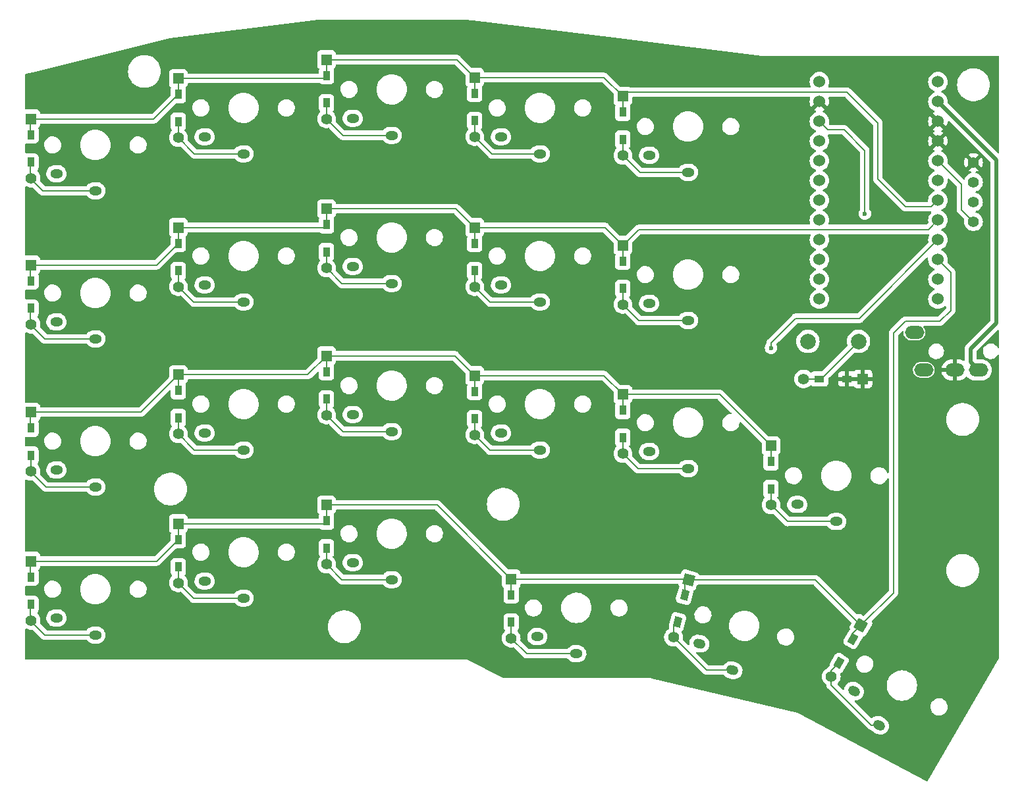
<source format=gbr>
%TF.GenerationSoftware,KiCad,Pcbnew,7.0.10*%
%TF.CreationDate,2024-09-26T01:26:01+09:00*%
%TF.ProjectId,keyboard_denchi_left,6b657962-6f61-4726-945f-64656e636869,rev?*%
%TF.SameCoordinates,Original*%
%TF.FileFunction,Copper,L2,Bot*%
%TF.FilePolarity,Positive*%
%FSLAX46Y46*%
G04 Gerber Fmt 4.6, Leading zero omitted, Abs format (unit mm)*
G04 Created by KiCad (PCBNEW 7.0.10) date 2024-09-26 01:26:01*
%MOMM*%
%LPD*%
G01*
G04 APERTURE LIST*
G04 Aperture macros list*
%AMHorizOval*
0 Thick line with rounded ends*
0 $1 width*
0 $2 $3 position (X,Y) of the first rounded end (center of the circle)*
0 $4 $5 position (X,Y) of the second rounded end (center of the circle)*
0 Add line between two ends*
20,1,$1,$2,$3,$4,$5,0*
0 Add two circle primitives to create the rounded ends*
1,1,$1,$2,$3*
1,1,$1,$4,$5*%
%AMRotRect*
0 Rectangle, with rotation*
0 The origin of the aperture is its center*
0 $1 length*
0 $2 width*
0 $3 Rotation angle, in degrees counterclockwise*
0 Add horizontal line*
21,1,$1,$2,0,0,$3*%
G04 Aperture macros list end*
%TA.AperFunction,ComponentPad*%
%ADD10R,1.397000X1.397000*%
%TD*%
%TA.AperFunction,SMDPad,CuDef*%
%ADD11R,0.950000X1.300000*%
%TD*%
%TA.AperFunction,ComponentPad*%
%ADD12C,1.397000*%
%TD*%
%TA.AperFunction,ComponentPad*%
%ADD13O,1.600000X1.200000*%
%TD*%
%TA.AperFunction,ComponentPad*%
%ADD14HorizOval,1.200000X0.173205X-0.100000X-0.173205X0.100000X0*%
%TD*%
%TA.AperFunction,ComponentPad*%
%ADD15C,1.524000*%
%TD*%
%TA.AperFunction,ComponentPad*%
%ADD16RotRect,1.397000X1.397000X255.000000*%
%TD*%
%TA.AperFunction,SMDPad,CuDef*%
%ADD17RotRect,1.300000X0.950000X255.000000*%
%TD*%
%TA.AperFunction,ComponentPad*%
%ADD18RotRect,1.397000X1.397000X240.000000*%
%TD*%
%TA.AperFunction,SMDPad,CuDef*%
%ADD19RotRect,1.300000X0.950000X240.000000*%
%TD*%
%TA.AperFunction,ComponentPad*%
%ADD20O,2.500000X1.700000*%
%TD*%
%TA.AperFunction,SMDPad,CuDef*%
%ADD21R,1.300000X0.950000*%
%TD*%
%TA.AperFunction,ComponentPad*%
%ADD22HorizOval,1.200000X0.193185X-0.051764X-0.193185X0.051764X0*%
%TD*%
%TA.AperFunction,ComponentPad*%
%ADD23C,2.000000*%
%TD*%
%TA.AperFunction,ViaPad*%
%ADD24C,0.600000*%
%TD*%
%TA.AperFunction,Conductor*%
%ADD25C,0.200000*%
%TD*%
%TA.AperFunction,Conductor*%
%ADD26C,0.500000*%
%TD*%
G04 APERTURE END LIST*
D10*
%TO.P,D2,1,K*%
%TO.N,row0*%
X96012000Y-56635000D03*
D11*
X96012000Y-58670000D03*
%TO.P,D2,2,A*%
%TO.N,Net-(D2-A)*%
X96012000Y-62220000D03*
D12*
X96012000Y-64255000D03*
%TD*%
D13*
%TO.P,SW16,1,1*%
%TO.N,col5*%
X175594000Y-111446412D03*
%TO.P,SW16,2,2*%
%TO.N,Net-(D16-A)*%
X180594000Y-113646412D03*
%TD*%
D10*
%TO.P,D20,1,K*%
%TO.N,row3*%
X138811000Y-121024000D03*
D11*
X138811000Y-123059000D03*
%TO.P,D20,2,A*%
%TO.N,Net-(D20-A)*%
X138811000Y-126609000D03*
D12*
X138811000Y-128644000D03*
%TD*%
D10*
%TO.P,D13,1,K*%
%TO.N,row2*%
X115062000Y-92322000D03*
D11*
X115062000Y-94357000D03*
%TO.P,D13,2,A*%
%TO.N,Net-(D13-A)*%
X115062000Y-97907000D03*
D12*
X115062000Y-99942000D03*
%TD*%
D13*
%TO.P,SW19,1,1*%
%TO.N,col2*%
X118444000Y-118909412D03*
%TO.P,SW19,2,2*%
%TO.N,Net-(D19-A)*%
X123444000Y-121109412D03*
%TD*%
D10*
%TO.P,D9,1,K*%
%TO.N,row1*%
X134112000Y-75812000D03*
D11*
X134112000Y-77847000D03*
%TO.P,D9,2,A*%
%TO.N,Net-(D9-A)*%
X134112000Y-81397000D03*
D12*
X134112000Y-83432000D03*
%TD*%
D13*
%TO.P,SW10,1,1*%
%TO.N,col4*%
X156544000Y-85570412D03*
%TO.P,SW10,2,2*%
%TO.N,Net-(D10-A)*%
X161544000Y-87770412D03*
%TD*%
D10*
%TO.P,D10,1,K*%
%TO.N,row1*%
X153162000Y-78098000D03*
D11*
X153162000Y-80133000D03*
%TO.P,D10,2,A*%
%TO.N,Net-(D10-A)*%
X153162000Y-83683000D03*
D12*
X153162000Y-85718000D03*
%TD*%
D10*
%TO.P,D11,1,K*%
%TO.N,row2*%
X77062000Y-99561000D03*
D11*
X77062000Y-101596000D03*
%TO.P,D11,2,A*%
%TO.N,Net-(D11-A)*%
X77062000Y-105146000D03*
D12*
X77062000Y-107181000D03*
%TD*%
D10*
%TO.P,D16,1,K*%
%TO.N,row2*%
X172212000Y-103879000D03*
D11*
X172212000Y-105914000D03*
%TO.P,D16,2,A*%
%TO.N,Net-(D16-A)*%
X172212000Y-109464000D03*
D12*
X172212000Y-111499000D03*
%TD*%
D10*
%TO.P,D15,1,K*%
%TO.N,row2*%
X153162000Y-97275000D03*
D11*
X153162000Y-99310000D03*
%TO.P,D15,2,A*%
%TO.N,Net-(D15-A)*%
X153162000Y-102860000D03*
D12*
X153162000Y-104895000D03*
%TD*%
D13*
%TO.P,SW12,1,1*%
%TO.N,col1*%
X99394000Y-102238412D03*
%TO.P,SW12,2,2*%
%TO.N,Net-(D12-A)*%
X104394000Y-104438412D03*
%TD*%
D10*
%TO.P,D1,1,K*%
%TO.N,row0*%
X77062000Y-61842000D03*
D11*
X77062000Y-63877000D03*
%TO.P,D1,2,A*%
%TO.N,Net-(D1-A)*%
X77062000Y-67427000D03*
D12*
X77062000Y-69462000D03*
%TD*%
D13*
%TO.P,SW4,1,1*%
%TO.N,col3*%
X137494000Y-64138412D03*
%TO.P,SW4,2,2*%
%TO.N,Net-(D4-A)*%
X142494000Y-66338412D03*
%TD*%
%TO.P,SW17,1,1*%
%TO.N,col0*%
X80344000Y-126051412D03*
%TO.P,SW17,2,2*%
%TO.N,Net-(D17-A)*%
X85344000Y-128251412D03*
%TD*%
D14*
%TO.P,SW22,1,1*%
%TO.N,col5*%
X182865481Y-135444314D03*
%TO.P,SW22,2,2*%
%TO.N,Net-(D22-A)*%
X186095608Y-139849570D03*
%TD*%
D10*
%TO.P,D7,1,K*%
%TO.N,row1*%
X96012000Y-75812000D03*
D11*
X96012000Y-77847000D03*
%TO.P,D7,2,A*%
%TO.N,Net-(D7-A)*%
X96012000Y-81397000D03*
D12*
X96012000Y-83432000D03*
%TD*%
D13*
%TO.P,SW5,1,1*%
%TO.N,col4*%
X156544000Y-66520412D03*
%TO.P,SW5,2,2*%
%TO.N,Net-(D5-A)*%
X161544000Y-68720412D03*
%TD*%
%TO.P,SW7,1,1*%
%TO.N,col1*%
X99394000Y-83188412D03*
%TO.P,SW7,2,2*%
%TO.N,Net-(D7-A)*%
X104394000Y-85388412D03*
%TD*%
D10*
%TO.P,D3,1,K*%
%TO.N,row0*%
X115062000Y-54222000D03*
D11*
X115062000Y-56257000D03*
%TO.P,D3,2,A*%
%TO.N,Net-(D3-A)*%
X115062000Y-59807000D03*
D12*
X115062000Y-61842000D03*
%TD*%
D15*
%TO.P,U1,1,TX0/D3*%
%TO.N,unconnected-(U1-TX0{slash}D3-Pad1)*%
X193675000Y-57073412D03*
%TO.P,U1,2,RX1/D2*%
%TO.N,data*%
X193675000Y-59613412D03*
%TO.P,U1,3,GND*%
%TO.N,GND*%
X193675000Y-62153412D03*
%TO.P,U1,4,GND*%
X193675000Y-64693412D03*
%TO.P,U1,5,2/D1/SDA*%
%TO.N,sda*%
X193675000Y-67233412D03*
%TO.P,U1,6,3/D0/SCL*%
%TO.N,scl*%
X193675000Y-69773412D03*
%TO.P,U1,7,4/D4*%
%TO.N,row0*%
X193675000Y-72313412D03*
%TO.P,U1,8,5/C6*%
%TO.N,row1*%
X193675000Y-74853412D03*
%TO.P,U1,9,6/D7*%
%TO.N,row2*%
X193675000Y-77393412D03*
%TO.P,U1,10,7/E6*%
%TO.N,row3*%
X193675000Y-79933412D03*
%TO.P,U1,11,8/B4*%
%TO.N,unconnected-(U1-8{slash}B4-Pad11)*%
X193675000Y-82473412D03*
%TO.P,U1,12,9/B5*%
%TO.N,unconnected-(U1-9{slash}B5-Pad12)*%
X193675000Y-85013412D03*
%TO.P,U1,13,B6/10*%
%TO.N,unconnected-(U1-B6{slash}10-Pad13)*%
X178435000Y-85013412D03*
%TO.P,U1,14,B2/16*%
%TO.N,unconnected-(U1-B2{slash}16-Pad14)*%
X178435000Y-82473412D03*
%TO.P,U1,15,B3/14*%
%TO.N,col5*%
X178435000Y-79933412D03*
%TO.P,U1,16,B1/15*%
%TO.N,col4*%
X178435000Y-77393412D03*
%TO.P,U1,17,F7/A0*%
%TO.N,col3*%
X178435000Y-74853412D03*
%TO.P,U1,18,F6/A1*%
%TO.N,col2*%
X178435000Y-72313412D03*
%TO.P,U1,19,F5/A2*%
%TO.N,col1*%
X178435000Y-69773412D03*
%TO.P,U1,20,F4/A3*%
%TO.N,col0*%
X178435000Y-67233412D03*
%TO.P,U1,21,VCC*%
%TO.N,VCC*%
X178435000Y-64693412D03*
%TO.P,U1,22,RST*%
%TO.N,reset*%
X178435000Y-62153412D03*
%TO.P,U1,23,GND*%
%TO.N,GND*%
X178435000Y-59613412D03*
%TO.P,U1,24,RAW*%
%TO.N,unconnected-(U1-RAW-Pad24)*%
X178435000Y-57073412D03*
%TD*%
D16*
%TO.P,D21,1,K*%
%TO.N,row3*%
X161641101Y-121153823D03*
D17*
X161114404Y-123119482D03*
%TO.P,D21,2,A*%
%TO.N,Net-(D21-A)*%
X160195596Y-126548518D03*
D12*
X159668899Y-128514177D03*
%TD*%
D10*
%TO.P,D14,1,K*%
%TO.N,row2*%
X134112000Y-94862000D03*
D11*
X134112000Y-96897000D03*
%TO.P,D14,2,A*%
%TO.N,Net-(D14-A)*%
X134112000Y-100447000D03*
D12*
X134112000Y-102482000D03*
%TD*%
D13*
%TO.P,SW2,1,1*%
%TO.N,col1*%
X99394000Y-64138412D03*
%TO.P,SW2,2,2*%
%TO.N,Net-(D2-A)*%
X104394000Y-66338412D03*
%TD*%
%TO.P,SW18,1,1*%
%TO.N,col1*%
X99394000Y-121288412D03*
%TO.P,SW18,2,2*%
%TO.N,Net-(D18-A)*%
X104394000Y-123488412D03*
%TD*%
%TO.P,SW9,1,1*%
%TO.N,col3*%
X137494000Y-83188412D03*
%TO.P,SW9,2,2*%
%TO.N,Net-(D9-A)*%
X142494000Y-85388412D03*
%TD*%
%TO.P,SW13,1,1*%
%TO.N,col2*%
X118444000Y-99859412D03*
%TO.P,SW13,2,2*%
%TO.N,Net-(D13-A)*%
X123444000Y-102059412D03*
%TD*%
D10*
%TO.P,D18,1,K*%
%TO.N,row3*%
X96012000Y-113912000D03*
D11*
X96012000Y-115947000D03*
%TO.P,D18,2,A*%
%TO.N,Net-(D18-A)*%
X96012000Y-119497000D03*
D12*
X96012000Y-121532000D03*
%TD*%
D10*
%TO.P,D17,1,K*%
%TO.N,row3*%
X77062000Y-118738000D03*
D11*
X77062000Y-120773000D03*
%TO.P,D17,2,A*%
%TO.N,Net-(D17-A)*%
X77062000Y-124323000D03*
D12*
X77062000Y-126358000D03*
%TD*%
D13*
%TO.P,SW1,1,1*%
%TO.N,col0*%
X80344000Y-68901412D03*
%TO.P,SW1,2,2*%
%TO.N,Net-(D1-A)*%
X85344000Y-71101412D03*
%TD*%
D10*
%TO.P,D19,1,K*%
%TO.N,row3*%
X115062000Y-111499000D03*
D11*
X115062000Y-113534000D03*
%TO.P,D19,2,A*%
%TO.N,Net-(D19-A)*%
X115062000Y-117084000D03*
D12*
X115062000Y-119119000D03*
%TD*%
D18*
%TO.P,D22,1,K*%
%TO.N,row3*%
X183768166Y-126996278D03*
D19*
X182750666Y-128758640D03*
%TO.P,D22,2,A*%
%TO.N,Net-(D22-A)*%
X180975666Y-131833030D03*
D12*
X179958166Y-133595392D03*
%TD*%
D13*
%TO.P,SW15,1,1*%
%TO.N,col4*%
X156544000Y-104620412D03*
%TO.P,SW15,2,2*%
%TO.N,Net-(D15-A)*%
X161544000Y-106820412D03*
%TD*%
D10*
%TO.P,D8,1,K*%
%TO.N,row1*%
X115062000Y-73399000D03*
D11*
X115062000Y-75434000D03*
%TO.P,D8,2,A*%
%TO.N,Net-(D8-A)*%
X115062000Y-78984000D03*
D12*
X115062000Y-81019000D03*
%TD*%
%TO.P,OL1,1,SDA*%
%TO.N,sda*%
X198247000Y-75074412D03*
%TO.P,OL1,2,SCL*%
%TO.N,scl*%
X198247000Y-72534412D03*
%TO.P,OL1,3,VCC*%
%TO.N,VCC*%
X198247000Y-69994412D03*
%TO.P,OL1,4,GND*%
%TO.N,GND*%
X198247000Y-67454412D03*
%TD*%
D20*
%TO.P,J1,A*%
%TO.N,unconnected-(J1-PadA)*%
X190657000Y-89344412D03*
%TO.P,J1,B*%
%TO.N,data*%
X198857000Y-94144412D03*
%TO.P,J1,C*%
%TO.N,GND*%
X195857000Y-94144412D03*
%TO.P,J1,D*%
%TO.N,VCC*%
X191857000Y-94144412D03*
%TD*%
D10*
%TO.P,D12,1,K*%
%TO.N,row2*%
X96012000Y-94735000D03*
D11*
X96012000Y-96770000D03*
%TO.P,D12,2,A*%
%TO.N,Net-(D12-A)*%
X96012000Y-100320000D03*
D12*
X96012000Y-102355000D03*
%TD*%
D10*
%TO.P,D4,1,K*%
%TO.N,row0*%
X134112000Y-56508000D03*
D11*
X134112000Y-58543000D03*
%TO.P,D4,2,A*%
%TO.N,Net-(D4-A)*%
X134112000Y-62093000D03*
D12*
X134112000Y-64128000D03*
%TD*%
D10*
%TO.P,D23,1,K*%
%TO.N,GND*%
X184026000Y-95300412D03*
D21*
X181991000Y-95300412D03*
%TO.P,D23,2,A*%
%TO.N,Net-(D23-A)*%
X178441000Y-95300412D03*
D12*
X176406000Y-95300412D03*
%TD*%
D13*
%TO.P,SW8,1,1*%
%TO.N,col2*%
X118444000Y-80809412D03*
%TO.P,SW8,2,2*%
%TO.N,Net-(D8-A)*%
X123444000Y-83009412D03*
%TD*%
%TO.P,SW3,1,1*%
%TO.N,col2*%
X118444000Y-61759412D03*
%TO.P,SW3,2,2*%
%TO.N,Net-(D3-A)*%
X123444000Y-63959412D03*
%TD*%
%TO.P,SW6,1,1*%
%TO.N,col0*%
X80344000Y-87951412D03*
%TO.P,SW6,2,2*%
%TO.N,Net-(D6-A)*%
X85344000Y-90151412D03*
%TD*%
D22*
%TO.P,SW21,1,1*%
%TO.N,col4*%
X162991548Y-129348547D03*
%TO.P,SW21,2,2*%
%TO.N,Net-(D21-A)*%
X167251776Y-132767679D03*
%TD*%
D13*
%TO.P,SW14,1,1*%
%TO.N,col3*%
X137494000Y-102238412D03*
%TO.P,SW14,2,2*%
%TO.N,Net-(D14-A)*%
X142494000Y-104438412D03*
%TD*%
%TO.P,SW20,1,1*%
%TO.N,col3*%
X142178000Y-128449412D03*
%TO.P,SW20,2,2*%
%TO.N,Net-(D20-A)*%
X147178000Y-130649412D03*
%TD*%
D10*
%TO.P,D6,1,K*%
%TO.N,row1*%
X77062000Y-80638000D03*
D11*
X77062000Y-82673000D03*
%TO.P,D6,2,A*%
%TO.N,Net-(D6-A)*%
X77062000Y-86223000D03*
D12*
X77062000Y-88258000D03*
%TD*%
D23*
%TO.P,SW23,1,1*%
%TO.N,reset*%
X176963000Y-90474412D03*
%TO.P,SW23,2,2*%
%TO.N,Net-(D23-A)*%
X183463000Y-90474412D03*
%TD*%
D10*
%TO.P,D5,1,K*%
%TO.N,row0*%
X153162000Y-58921000D03*
D11*
X153162000Y-60956000D03*
%TO.P,D5,2,A*%
%TO.N,Net-(D5-A)*%
X153162000Y-64506000D03*
D12*
X153162000Y-66541000D03*
%TD*%
D13*
%TO.P,SW11,1,1*%
%TO.N,col0*%
X80344000Y-107001412D03*
%TO.P,SW11,2,2*%
%TO.N,Net-(D11-A)*%
X85344000Y-109201412D03*
%TD*%
D24*
%TO.N,row2*%
X172212000Y-91306000D03*
%TO.N,reset*%
X184277000Y-74034000D03*
%TD*%
D25*
%TO.N,row0*%
X181991000Y-58413000D02*
X153670000Y-58413000D01*
X185928000Y-62350000D02*
X181991000Y-58413000D01*
X153162000Y-60956000D02*
X153162000Y-58921000D01*
X92840000Y-61842000D02*
X96012000Y-58670000D01*
X189484000Y-73145000D02*
X185928000Y-69589000D01*
X192843412Y-73145000D02*
X189484000Y-73145000D01*
X131826000Y-54222000D02*
X134112000Y-56508000D01*
X96012000Y-56678798D02*
X96029519Y-56643760D01*
X96012000Y-56635000D02*
X114684000Y-56635000D01*
X193675000Y-72313412D02*
X192843412Y-73145000D01*
X76962000Y-61842000D02*
X92840000Y-61842000D01*
X134112000Y-56508000D02*
X150749000Y-56508000D01*
X76962000Y-63877000D02*
X76962000Y-61842000D01*
X114684000Y-56635000D02*
X115062000Y-56257000D01*
X153670000Y-58413000D02*
X153162000Y-58921000D01*
X150749000Y-56508000D02*
X153162000Y-58921000D01*
X185928000Y-69589000D02*
X185928000Y-62350000D01*
X134112000Y-58543000D02*
X134112000Y-56508000D01*
X115062000Y-56257000D02*
X115062000Y-54222000D01*
X96012000Y-58670000D02*
X96012000Y-56678798D01*
X115062000Y-54222000D02*
X131826000Y-54222000D01*
%TO.N,Net-(D1-A)*%
X78601412Y-71101412D02*
X85344000Y-71101412D01*
X76962000Y-67427000D02*
X76962000Y-69462000D01*
X76962000Y-69462000D02*
X78601412Y-71101412D01*
%TO.N,Net-(D2-A)*%
X98095412Y-66338412D02*
X104394000Y-66338412D01*
X96012000Y-64255000D02*
X96012000Y-62220000D01*
X96012000Y-64255000D02*
X98095412Y-66338412D01*
%TO.N,Net-(D3-A)*%
X117179412Y-63959412D02*
X123444000Y-63959412D01*
X115062000Y-59807000D02*
X115062000Y-61842000D01*
X115062000Y-61842000D02*
X117179412Y-63959412D01*
%TO.N,Net-(D4-A)*%
X134112000Y-64128000D02*
X136322412Y-66338412D01*
X136322412Y-66338412D02*
X142494000Y-66338412D01*
X134112000Y-62093000D02*
X134112000Y-64128000D01*
%TO.N,Net-(D5-A)*%
X153162000Y-66541000D02*
X155341412Y-68720412D01*
X155341412Y-68720412D02*
X161544000Y-68720412D01*
X153162000Y-64506000D02*
X153162000Y-66541000D01*
%TO.N,row1*%
X134112000Y-75812000D02*
X150876000Y-75812000D01*
X115062000Y-75434000D02*
X115062000Y-73399000D01*
X192462412Y-76066000D02*
X155194000Y-76066000D01*
X134112000Y-75812000D02*
X134112000Y-77847000D01*
X96012000Y-75812000D02*
X114684000Y-75812000D01*
X155194000Y-76066000D02*
X153162000Y-78098000D01*
X76962000Y-82673000D02*
X76962000Y-80638000D01*
X115062000Y-73399000D02*
X131699000Y-73399000D01*
X96012000Y-77847000D02*
X96012000Y-75812000D01*
X114684000Y-75812000D02*
X115062000Y-75434000D01*
X153162000Y-78098000D02*
X153162000Y-80133000D01*
X93221000Y-80638000D02*
X96012000Y-77847000D01*
X76962000Y-80638000D02*
X93221000Y-80638000D01*
X193675000Y-74853412D02*
X192462412Y-76066000D01*
X131699000Y-73399000D02*
X134112000Y-75812000D01*
X150876000Y-75812000D02*
X153162000Y-78098000D01*
%TO.N,Net-(D6-A)*%
X78855412Y-90151412D02*
X85344000Y-90151412D01*
X76962000Y-88258000D02*
X78855412Y-90151412D01*
X76962000Y-86223000D02*
X76962000Y-88258000D01*
%TO.N,Net-(D7-A)*%
X97968412Y-85388412D02*
X104394000Y-85388412D01*
X96012000Y-81397000D02*
X96012000Y-83432000D01*
X96012000Y-83432000D02*
X97968412Y-85388412D01*
%TO.N,Net-(D8-A)*%
X117052412Y-83009412D02*
X123444000Y-83009412D01*
X115062000Y-81019000D02*
X117052412Y-83009412D01*
X115062000Y-78984000D02*
X115062000Y-81019000D01*
%TO.N,Net-(D9-A)*%
X134112000Y-83432000D02*
X136068412Y-85388412D01*
X134112000Y-81397000D02*
X134112000Y-83432000D01*
X136068412Y-85388412D02*
X142494000Y-85388412D01*
%TO.N,Net-(D10-A)*%
X155214412Y-87770412D02*
X161544000Y-87770412D01*
X153162000Y-83683000D02*
X153162000Y-85718000D01*
X153162000Y-85718000D02*
X155214412Y-87770412D01*
%TO.N,row2*%
X193675000Y-77393412D02*
X183572412Y-87496000D01*
X134112000Y-96897000D02*
X134112000Y-94862000D01*
X172212000Y-90671000D02*
X172212000Y-91306000D01*
X76962000Y-101596000D02*
X76962000Y-99561000D01*
X96012000Y-94735000D02*
X112649000Y-94735000D01*
X165608000Y-97275000D02*
X172212000Y-103879000D01*
X91186000Y-99561000D02*
X96012000Y-94735000D01*
X153162000Y-97275000D02*
X165608000Y-97275000D01*
X134112000Y-94862000D02*
X150749000Y-94862000D01*
X112649000Y-94735000D02*
X115062000Y-92322000D01*
X172212000Y-105914000D02*
X172212000Y-103879000D01*
X131572000Y-92322000D02*
X134112000Y-94862000D01*
X153162000Y-99310000D02*
X153162000Y-97275000D01*
X96012000Y-96770000D02*
X96012000Y-94735000D01*
X115062000Y-92322000D02*
X131572000Y-92322000D01*
X175387000Y-87496000D02*
X172212000Y-90671000D01*
X150749000Y-94862000D02*
X153162000Y-97275000D01*
X76962000Y-99561000D02*
X91186000Y-99561000D01*
X115062000Y-94357000D02*
X115062000Y-92322000D01*
X183572412Y-87496000D02*
X175387000Y-87496000D01*
%TO.N,Net-(D11-A)*%
X78982412Y-109201412D02*
X85344000Y-109201412D01*
X77062000Y-105146000D02*
X77062000Y-107181000D01*
X76962000Y-107181000D02*
X78982412Y-109201412D01*
%TO.N,Net-(D12-A)*%
X96012000Y-102355000D02*
X98095412Y-104438412D01*
X96012000Y-100320000D02*
X96012000Y-102355000D01*
X98095412Y-104438412D02*
X104394000Y-104438412D01*
%TO.N,Net-(D13-A)*%
X117179412Y-102059412D02*
X123444000Y-102059412D01*
X115062000Y-99942000D02*
X117179412Y-102059412D01*
X115062000Y-97907000D02*
X115062000Y-99942000D01*
%TO.N,Net-(D14-A)*%
X134112000Y-100447000D02*
X134112000Y-102482000D01*
X134112000Y-102482000D02*
X136068412Y-104438412D01*
X136068412Y-104438412D02*
X142494000Y-104438412D01*
X134112000Y-102482000D02*
X134112000Y-102228000D01*
%TO.N,Net-(D15-A)*%
X155087412Y-106820412D02*
X161544000Y-106820412D01*
X153162000Y-102860000D02*
X153162000Y-104895000D01*
X153162000Y-104895000D02*
X155087412Y-106820412D01*
%TO.N,Net-(D16-A)*%
X172212000Y-111499000D02*
X174359412Y-113646412D01*
X172212000Y-109464000D02*
X172212000Y-111499000D01*
X174359412Y-113646412D02*
X180594000Y-113646412D01*
%TO.N,row3*%
X138811000Y-123059000D02*
X138811000Y-121024000D01*
X115062000Y-111499000D02*
X129286000Y-111499000D01*
X182750666Y-128013778D02*
X182750666Y-128758640D01*
X96183776Y-114379622D02*
X96346911Y-114151463D01*
X161641101Y-121153823D02*
X177925711Y-121153823D01*
X187960000Y-89401000D02*
X187960000Y-122804444D01*
X76962000Y-120773000D02*
X76962000Y-118738000D01*
X96012000Y-114554025D02*
X96183776Y-114379622D01*
X114684000Y-113912000D02*
X115062000Y-113534000D01*
X193675000Y-79933412D02*
X195326000Y-81584412D01*
X193929000Y-87877000D02*
X189484000Y-87877000D01*
X195326000Y-81584412D02*
X195326000Y-86480000D01*
X177925711Y-121153823D02*
X183768166Y-126996278D01*
X115062000Y-113534000D02*
X115062000Y-111499000D01*
X183768166Y-126996278D02*
X182750666Y-128013778D01*
X96012000Y-115947000D02*
X96012000Y-114554025D01*
X96012000Y-113912000D02*
X114684000Y-113912000D01*
X189484000Y-87877000D02*
X187960000Y-89401000D01*
X161511278Y-121024000D02*
X161641101Y-121153823D01*
X161114404Y-123119482D02*
X161114404Y-121680520D01*
X129286000Y-111499000D02*
X138811000Y-121024000D01*
X138811000Y-121024000D02*
X161511278Y-121024000D01*
X161114404Y-121680520D02*
X161641101Y-121153823D01*
X93221000Y-118738000D02*
X96012000Y-115947000D01*
X195326000Y-86480000D02*
X193929000Y-87877000D01*
X76962000Y-118738000D02*
X93221000Y-118738000D01*
X187960000Y-122804444D02*
X183768166Y-126996278D01*
%TO.N,Net-(D17-A)*%
X76962000Y-124323000D02*
X76962000Y-126358000D01*
X76962000Y-126358000D02*
X78855412Y-128251412D01*
X78855412Y-128251412D02*
X85344000Y-128251412D01*
%TO.N,Net-(D18-A)*%
X96012000Y-121532000D02*
X96012000Y-119497000D01*
X96012000Y-121532000D02*
X97968412Y-123488412D01*
X97968412Y-123488412D02*
X104394000Y-123488412D01*
%TO.N,Net-(D19-A)*%
X117052412Y-121109412D02*
X123444000Y-121109412D01*
X115062000Y-119119000D02*
X115062000Y-117084000D01*
X115062000Y-119119000D02*
X117052412Y-121109412D01*
%TO.N,Net-(D20-A)*%
X138811000Y-128644000D02*
X140816412Y-130649412D01*
X138811000Y-126609000D02*
X138811000Y-128644000D01*
X140816412Y-130649412D02*
X147178000Y-130649412D01*
%TO.N,Net-(D21-A)*%
X159668899Y-127075215D02*
X160195596Y-126548518D01*
X163922401Y-132767679D02*
X167251776Y-132767679D01*
X159668899Y-128514177D02*
X163922401Y-132767679D01*
X159668899Y-128514177D02*
X159668899Y-127075215D01*
%TO.N,Net-(D22-A)*%
X179958166Y-132850530D02*
X179958166Y-133595392D01*
X179958166Y-134685333D02*
X185122403Y-139849570D01*
X180975666Y-131833030D02*
X179958166Y-132850530D01*
X185122403Y-139849570D02*
X186095608Y-139849570D01*
X179958166Y-133595392D02*
X179958166Y-134685333D01*
%TO.N,GND*%
X184026000Y-95300412D02*
X181991000Y-95300412D01*
%TO.N,Net-(D23-A)*%
X178441000Y-95300412D02*
X176406000Y-95300412D01*
X183463000Y-90474412D02*
X178637000Y-95300412D01*
X178637000Y-95300412D02*
X176406000Y-95300412D01*
D26*
%TO.N,data*%
X201168000Y-88130999D02*
X201168000Y-67106412D01*
X197866000Y-93153412D02*
X197866000Y-91432999D01*
X198857000Y-94144412D02*
X197866000Y-93153412D01*
X201168000Y-67106412D02*
X193675000Y-59613412D01*
X197866000Y-91432999D02*
X201168000Y-88130999D01*
D25*
%TO.N,sda*%
X196723000Y-73550412D02*
X196723000Y-70281412D01*
X196723000Y-70281412D02*
X193675000Y-67233412D01*
X198247000Y-75074412D02*
X196723000Y-73550412D01*
%TO.N,reset*%
X179520588Y-63239000D02*
X181610000Y-63239000D01*
X178435000Y-62153412D02*
X179520588Y-63239000D01*
X181610000Y-63239000D02*
X184277000Y-65906000D01*
X184277000Y-65906000D02*
X184277000Y-74034000D01*
%TD*%
%TA.AperFunction,Conductor*%
%TO.N,GND*%
G36*
X195146893Y-62146673D02*
G01*
X200381181Y-67380960D01*
X200414666Y-67442283D01*
X200417500Y-67468641D01*
X200417500Y-87768768D01*
X200397815Y-87835807D01*
X200381181Y-87856449D01*
X197380358Y-90857271D01*
X197366729Y-90869050D01*
X197347469Y-90883389D01*
X197315632Y-90921330D01*
X197308346Y-90929283D01*
X197304407Y-90933223D01*
X197285176Y-90957544D01*
X197282902Y-90960336D01*
X197234694Y-91017789D01*
X197230729Y-91023818D01*
X197230682Y-91023787D01*
X197226630Y-91030146D01*
X197226679Y-91030176D01*
X197222889Y-91036320D01*
X197191192Y-91104293D01*
X197189623Y-91107535D01*
X197155957Y-91174571D01*
X197153488Y-91181356D01*
X197153432Y-91181335D01*
X197150960Y-91188449D01*
X197151015Y-91188468D01*
X197148743Y-91195324D01*
X197133573Y-91268787D01*
X197132793Y-91272303D01*
X197115499Y-91345278D01*
X197114661Y-91352453D01*
X197114601Y-91352446D01*
X197113835Y-91359944D01*
X197113895Y-91359950D01*
X197113265Y-91367139D01*
X197115448Y-91442127D01*
X197115500Y-91445734D01*
X197115500Y-92860536D01*
X197095815Y-92927575D01*
X197043011Y-92973330D01*
X196973853Y-92983274D01*
X196939095Y-92972918D01*
X196720492Y-92870982D01*
X196720483Y-92870978D01*
X196492326Y-92809844D01*
X196492316Y-92809842D01*
X196315946Y-92794412D01*
X196107000Y-92794412D01*
X196107000Y-93644412D01*
X195607000Y-93644412D01*
X195607000Y-92794412D01*
X195398054Y-92794412D01*
X195221683Y-92809842D01*
X195221673Y-92809844D01*
X194993516Y-92870978D01*
X194993507Y-92870982D01*
X194779422Y-92970811D01*
X194779420Y-92970812D01*
X194585926Y-93106298D01*
X194585920Y-93106303D01*
X194418894Y-93273329D01*
X194283399Y-93466833D01*
X194183570Y-93680919D01*
X194183567Y-93680925D01*
X194126364Y-93894411D01*
X194126364Y-93894412D01*
X195173314Y-93894412D01*
X195147507Y-93934568D01*
X195107000Y-94072523D01*
X195107000Y-94216301D01*
X195147507Y-94354256D01*
X195173314Y-94394412D01*
X194126364Y-94394412D01*
X194183567Y-94607898D01*
X194183570Y-94607904D01*
X194283399Y-94821989D01*
X194283400Y-94821991D01*
X194418886Y-95015485D01*
X194418891Y-95015491D01*
X194585920Y-95182520D01*
X194585926Y-95182525D01*
X194779420Y-95318011D01*
X194779422Y-95318012D01*
X194993507Y-95417841D01*
X194993516Y-95417845D01*
X195221673Y-95478979D01*
X195221683Y-95478981D01*
X195398053Y-95494411D01*
X195398054Y-95494412D01*
X195607000Y-95494412D01*
X195607000Y-94644412D01*
X196107000Y-94644412D01*
X196107000Y-95494412D01*
X196315946Y-95494412D01*
X196315946Y-95494411D01*
X196492316Y-95478981D01*
X196492326Y-95478979D01*
X196720483Y-95417845D01*
X196720492Y-95417841D01*
X196934577Y-95318012D01*
X196934579Y-95318011D01*
X197128073Y-95182525D01*
X197128079Y-95182520D01*
X197268965Y-95041635D01*
X197330288Y-95008150D01*
X197399980Y-95013134D01*
X197444325Y-95041633D01*
X197517174Y-95114482D01*
X197585600Y-95182908D01*
X197779169Y-95318446D01*
X197779171Y-95318447D01*
X197993337Y-95418315D01*
X198221592Y-95479475D01*
X198398032Y-95494911D01*
X198398033Y-95494912D01*
X198398034Y-95494912D01*
X199315967Y-95494912D01*
X199315967Y-95494911D01*
X199492408Y-95479475D01*
X199720663Y-95418315D01*
X199934829Y-95318447D01*
X200128401Y-95182907D01*
X200295495Y-95015813D01*
X200431035Y-94822242D01*
X200530903Y-94608075D01*
X200592063Y-94379820D01*
X200612659Y-94144412D01*
X200592063Y-93909004D01*
X200530903Y-93680749D01*
X200431035Y-93466583D01*
X200399568Y-93421642D01*
X200295494Y-93273009D01*
X200128402Y-93105917D01*
X199934830Y-92970377D01*
X199934828Y-92970376D01*
X199827746Y-92920443D01*
X199720663Y-92870509D01*
X199720659Y-92870508D01*
X199720655Y-92870506D01*
X199492413Y-92809350D01*
X199492403Y-92809348D01*
X199315967Y-92793912D01*
X199315966Y-92793912D01*
X198740500Y-92793912D01*
X198673461Y-92774227D01*
X198627706Y-92721423D01*
X198616500Y-92669912D01*
X198616500Y-91795228D01*
X198636185Y-91728189D01*
X198652819Y-91707547D01*
X201344819Y-89015547D01*
X201406142Y-88982062D01*
X201475834Y-88987046D01*
X201531767Y-89028918D01*
X201556184Y-89094382D01*
X201556500Y-89103228D01*
X201556500Y-91183603D01*
X201536815Y-91250642D01*
X201484011Y-91296397D01*
X201414853Y-91306341D01*
X201351297Y-91277316D01*
X201327268Y-91249194D01*
X201319629Y-91236939D01*
X201252606Y-91129409D01*
X201252254Y-91128844D01*
X201252250Y-91128839D01*
X201250259Y-91126745D01*
X201112059Y-90981359D01*
X201013587Y-90912821D01*
X200945050Y-90865117D01*
X200758056Y-90784871D01*
X200558741Y-90743912D01*
X200406258Y-90743912D01*
X200406257Y-90743912D01*
X200254560Y-90759337D01*
X200060420Y-90820249D01*
X200060405Y-90820256D01*
X199882500Y-90919001D01*
X199882495Y-90919004D01*
X199728106Y-91051544D01*
X199728104Y-91051546D01*
X199603554Y-91212449D01*
X199603553Y-91212452D01*
X199513940Y-91395140D01*
X199462937Y-91592126D01*
X199452631Y-91795348D01*
X199483442Y-91996475D01*
X199483445Y-91996487D01*
X199554111Y-92187293D01*
X199554113Y-92187296D01*
X199554114Y-92187299D01*
X199566201Y-92206691D01*
X199661745Y-92359979D01*
X199661747Y-92359981D01*
X199661748Y-92359983D01*
X199801941Y-92507465D01*
X199930344Y-92596836D01*
X199968949Y-92623706D01*
X199968950Y-92623706D01*
X199968951Y-92623707D01*
X200155942Y-92703952D01*
X200355259Y-92744912D01*
X200507743Y-92744912D01*
X200659439Y-92729486D01*
X200853579Y-92668574D01*
X200853580Y-92668573D01*
X200853588Y-92668571D01*
X201031502Y-92569821D01*
X201185895Y-92437278D01*
X201310448Y-92276370D01*
X201321172Y-92254506D01*
X201368368Y-92202987D01*
X201435926Y-92185162D01*
X201502396Y-92206691D01*
X201546674Y-92260739D01*
X201556500Y-92309115D01*
X201556500Y-131200062D01*
X201539699Y-131262387D01*
X192401075Y-146980820D01*
X192350362Y-147028882D01*
X192281715Y-147041897D01*
X192235820Y-147028065D01*
X175796287Y-138317567D01*
X175778258Y-138305911D01*
X175764285Y-138295053D01*
X175729961Y-138281541D01*
X175717343Y-138275738D01*
X175716709Y-138275402D01*
X175716699Y-138275397D01*
X175716696Y-138275396D01*
X175712434Y-138273867D01*
X175691987Y-138266531D01*
X175688443Y-138265198D01*
X175664024Y-138255585D01*
X175664025Y-138255585D01*
X175663450Y-138255449D01*
X175663308Y-138255416D01*
X175649995Y-138251467D01*
X175615271Y-138239010D01*
X175615268Y-138239009D01*
X175615262Y-138239008D01*
X175597614Y-138237969D01*
X175576371Y-138234856D01*
X156892991Y-133816490D01*
X156870016Y-133808612D01*
X156860458Y-133804247D01*
X156816869Y-133797979D01*
X156805996Y-133795916D01*
X156798356Y-133794110D01*
X156798350Y-133794108D01*
X156798346Y-133794108D01*
X156798342Y-133794107D01*
X156798333Y-133794106D01*
X156779294Y-133792399D01*
X156772726Y-133791633D01*
X156753802Y-133788912D01*
X156753799Y-133788912D01*
X156745949Y-133788912D01*
X156734875Y-133788417D01*
X156713874Y-133786534D01*
X156691022Y-133784485D01*
X156691021Y-133784485D01*
X156680711Y-133786534D01*
X156656543Y-133788912D01*
X137818973Y-133788912D01*
X137762329Y-133775218D01*
X133264505Y-131465525D01*
X133249932Y-131455678D01*
X133249835Y-131455831D01*
X133242370Y-131451033D01*
X133189969Y-131427101D01*
X133184844Y-131424617D01*
X133165787Y-131414832D01*
X133165786Y-131414831D01*
X133165785Y-131414831D01*
X133160536Y-131413023D01*
X133149402Y-131408576D01*
X133111458Y-131391247D01*
X133111454Y-131391246D01*
X133098752Y-131389420D01*
X133076032Y-131383927D01*
X133063901Y-131379750D01*
X133022231Y-131377832D01*
X133010289Y-131376701D01*
X133004804Y-131375912D01*
X133004799Y-131375912D01*
X132983366Y-131375912D01*
X132977665Y-131375781D01*
X132975869Y-131375698D01*
X132920132Y-131373132D01*
X132911310Y-131373990D01*
X132911292Y-131373810D01*
X132893830Y-131375912D01*
X76443500Y-131375912D01*
X76376461Y-131356227D01*
X76330706Y-131303423D01*
X76319500Y-131251912D01*
X76319500Y-127531114D01*
X76339185Y-127464075D01*
X76391989Y-127418320D01*
X76461147Y-127408376D01*
X76508775Y-127425686D01*
X76525270Y-127435899D01*
X76525272Y-127435899D01*
X76525272Y-127435900D01*
X76549642Y-127445341D01*
X76732472Y-127516170D01*
X76950896Y-127557000D01*
X76950899Y-127557000D01*
X77173103Y-127557000D01*
X77173104Y-127557000D01*
X77225678Y-127547172D01*
X77295191Y-127554202D01*
X77336144Y-127581379D01*
X78397211Y-128642446D01*
X78407905Y-128654640D01*
X78427130Y-128679694D01*
X78499776Y-128735437D01*
X78552571Y-128775948D01*
X78552573Y-128775948D01*
X78552575Y-128775950D01*
X78625610Y-128806202D01*
X78698650Y-128836456D01*
X78777031Y-128846775D01*
X78855411Y-128857094D01*
X78855412Y-128857094D01*
X78886714Y-128852972D01*
X78902899Y-128851912D01*
X84156678Y-128851912D01*
X84223717Y-128871597D01*
X84257683Y-128903982D01*
X84297701Y-128960179D01*
X84308515Y-128975365D01*
X84308520Y-128975371D01*
X84460620Y-129120397D01*
X84555578Y-129181423D01*
X84637428Y-129234025D01*
X84832543Y-129312137D01*
X84880843Y-129321446D01*
X85038914Y-129351912D01*
X85038915Y-129351912D01*
X85596419Y-129351912D01*
X85596425Y-129351912D01*
X85753218Y-129336940D01*
X85954875Y-129277728D01*
X86141682Y-129181423D01*
X86151929Y-129173365D01*
X86227180Y-129114186D01*
X86306886Y-129051504D01*
X86444519Y-128892668D01*
X86454696Y-128875042D01*
X86547804Y-128713773D01*
X86549604Y-128710656D01*
X86618344Y-128512045D01*
X86648254Y-128304014D01*
X86638254Y-128094082D01*
X86588704Y-127889836D01*
X86584694Y-127881055D01*
X86501401Y-127698668D01*
X86501398Y-127698663D01*
X86501397Y-127698662D01*
X86501396Y-127698659D01*
X86379486Y-127527460D01*
X86379484Y-127527458D01*
X86379479Y-127527452D01*
X86227379Y-127382426D01*
X86050574Y-127268800D01*
X85978420Y-127239914D01*
X85855457Y-127190687D01*
X85855455Y-127190686D01*
X85786582Y-127177412D01*
X115236140Y-127177412D01*
X115255809Y-127464971D01*
X115255809Y-127464975D01*
X115255810Y-127464977D01*
X115272890Y-127547172D01*
X115314453Y-127747187D01*
X115314454Y-127747190D01*
X115410976Y-128018775D01*
X115410975Y-128018775D01*
X115526727Y-128242164D01*
X115543586Y-128274701D01*
X115709806Y-128510181D01*
X115709810Y-128510185D01*
X115709810Y-128510186D01*
X115743798Y-128546578D01*
X115906543Y-128720835D01*
X116130132Y-128902738D01*
X116130134Y-128902739D01*
X116130135Y-128902740D01*
X116376408Y-129052502D01*
X116518415Y-129114184D01*
X116640781Y-129167335D01*
X116918329Y-129245101D01*
X117156933Y-129277896D01*
X117203881Y-129284349D01*
X117203882Y-129284349D01*
X117492119Y-129284349D01*
X117539067Y-129277896D01*
X117777671Y-129245101D01*
X118055219Y-129167335D01*
X118319593Y-129052501D01*
X118565868Y-128902738D01*
X118789457Y-128720835D01*
X118861216Y-128644000D01*
X137606863Y-128644000D01*
X137627365Y-128865259D01*
X137627366Y-128865261D01*
X137688174Y-129078979D01*
X137688180Y-129078994D01*
X137787222Y-129277896D01*
X137921133Y-129455224D01*
X138085344Y-129604921D01*
X138085346Y-129604923D01*
X138274266Y-129721897D01*
X138274272Y-129721900D01*
X138303206Y-129733109D01*
X138481472Y-129802170D01*
X138699896Y-129843000D01*
X138699899Y-129843000D01*
X138922102Y-129843000D01*
X138922104Y-129843000D01*
X139058932Y-129817422D01*
X139128444Y-129824453D01*
X139169395Y-129851630D01*
X140358211Y-131040446D01*
X140368905Y-131052640D01*
X140388130Y-131077694D01*
X140428479Y-131108654D01*
X140428480Y-131108656D01*
X140460806Y-131133460D01*
X140513571Y-131173948D01*
X140513573Y-131173948D01*
X140513575Y-131173950D01*
X140552150Y-131189928D01*
X140659650Y-131234456D01*
X140735464Y-131244437D01*
X140816411Y-131255094D01*
X140816412Y-131255094D01*
X140847714Y-131250972D01*
X140863899Y-131249912D01*
X145990678Y-131249912D01*
X146057717Y-131269597D01*
X146091683Y-131301982D01*
X146124998Y-131348766D01*
X146142515Y-131373365D01*
X146142520Y-131373371D01*
X146294620Y-131518397D01*
X146389578Y-131579423D01*
X146471428Y-131632025D01*
X146666543Y-131710137D01*
X146766411Y-131729385D01*
X146872914Y-131749912D01*
X146872915Y-131749912D01*
X147430419Y-131749912D01*
X147430425Y-131749912D01*
X147587218Y-131734940D01*
X147788875Y-131675728D01*
X147975682Y-131579423D01*
X148140886Y-131449504D01*
X148278519Y-131290668D01*
X148290685Y-131269597D01*
X148345906Y-131173950D01*
X148383604Y-131108656D01*
X148452344Y-130910045D01*
X148482254Y-130702014D01*
X148472254Y-130492082D01*
X148422704Y-130287836D01*
X148422701Y-130287829D01*
X148335401Y-130096668D01*
X148335398Y-130096663D01*
X148335397Y-130096662D01*
X148335396Y-130096659D01*
X148213486Y-129925460D01*
X148213484Y-129925458D01*
X148213479Y-129925452D01*
X148061379Y-129780426D01*
X147884574Y-129666800D01*
X147689455Y-129588686D01*
X147483086Y-129548912D01*
X147483085Y-129548912D01*
X146925575Y-129548912D01*
X146768782Y-129563884D01*
X146768778Y-129563885D01*
X146567127Y-129623095D01*
X146380313Y-129719403D01*
X146215116Y-129849317D01*
X146215114Y-129849320D01*
X146171906Y-129899185D01*
X146079250Y-130006115D01*
X146020472Y-130043889D01*
X145985537Y-130048912D01*
X141116509Y-130048912D01*
X141049470Y-130029227D01*
X141028828Y-130012593D01*
X140021100Y-129004865D01*
X139987615Y-128943542D01*
X139989516Y-128883246D01*
X139991787Y-128875265D01*
X139994634Y-128865260D01*
X140015137Y-128644000D01*
X140011684Y-128606742D01*
X139994634Y-128422740D01*
X139994633Y-128422738D01*
X139987257Y-128396813D01*
X140873746Y-128396813D01*
X140883745Y-128606739D01*
X140933296Y-128810990D01*
X140933298Y-128810994D01*
X141020598Y-129002155D01*
X141020601Y-129002160D01*
X141020602Y-129002162D01*
X141020604Y-129002165D01*
X141138221Y-129167335D01*
X141142515Y-129173365D01*
X141142520Y-129173371D01*
X141294620Y-129318397D01*
X141389578Y-129379423D01*
X141471428Y-129432025D01*
X141666543Y-129510137D01*
X141769729Y-129530024D01*
X141872914Y-129549912D01*
X141872915Y-129549912D01*
X142430419Y-129549912D01*
X142430425Y-129549912D01*
X142587218Y-129534940D01*
X142788875Y-129475728D01*
X142975682Y-129379423D01*
X143140886Y-129249504D01*
X143278519Y-129090668D01*
X143301131Y-129051504D01*
X143383601Y-128908661D01*
X143383600Y-128908661D01*
X143383604Y-128908656D01*
X143452344Y-128710045D01*
X143480505Y-128514177D01*
X158464762Y-128514177D01*
X158485264Y-128735436D01*
X158485265Y-128735437D01*
X158546073Y-128949156D01*
X158546079Y-128949171D01*
X158645121Y-129148073D01*
X158779032Y-129325401D01*
X158895992Y-129432023D01*
X158942954Y-129474835D01*
X158943243Y-129475098D01*
X158943245Y-129475100D01*
X159132165Y-129592074D01*
X159132171Y-129592077D01*
X159161105Y-129603286D01*
X159339371Y-129672347D01*
X159557795Y-129713177D01*
X159557798Y-129713177D01*
X159780001Y-129713177D01*
X159780003Y-129713177D01*
X159916831Y-129687599D01*
X159986343Y-129694630D01*
X160027294Y-129721807D01*
X163464200Y-133158713D01*
X163474894Y-133170907D01*
X163494119Y-133195961D01*
X163580398Y-133262165D01*
X163619560Y-133292215D01*
X163765639Y-133352723D01*
X163844020Y-133363042D01*
X163922400Y-133373361D01*
X163922401Y-133373361D01*
X163953703Y-133369239D01*
X163969888Y-133368179D01*
X166109424Y-133368179D01*
X166176463Y-133387864D01*
X166201178Y-133408770D01*
X166314954Y-133533929D01*
X166314956Y-133533930D01*
X166314960Y-133533935D01*
X166483210Y-133659885D01*
X166672255Y-133751718D01*
X167210768Y-133896013D01*
X167366094Y-133922132D01*
X167576205Y-133917131D01*
X167781572Y-133872457D01*
X167974772Y-133789723D01*
X168148826Y-133671921D01*
X168225355Y-133595392D01*
X178754029Y-133595392D01*
X178774531Y-133816651D01*
X178774532Y-133816653D01*
X178835340Y-134030371D01*
X178835346Y-134030386D01*
X178934388Y-134229288D01*
X179068299Y-134406616D01*
X179232506Y-134556310D01*
X179232508Y-134556311D01*
X179232511Y-134556314D01*
X179294650Y-134594789D01*
X179341286Y-134646815D01*
X179352312Y-134684030D01*
X179356362Y-134714789D01*
X179362121Y-134758537D01*
X179373122Y-134842095D01*
X179433630Y-134988174D01*
X179456761Y-135018319D01*
X179529885Y-135113616D01*
X179554935Y-135132837D01*
X179567130Y-135143532D01*
X184664202Y-140240604D01*
X184674896Y-140252798D01*
X184694121Y-140277852D01*
X184746253Y-140317854D01*
X184819562Y-140374106D01*
X184819564Y-140374106D01*
X184819566Y-140374108D01*
X184892601Y-140404360D01*
X184965641Y-140434614D01*
X184965649Y-140434615D01*
X185022048Y-140442040D01*
X185085945Y-140470305D01*
X185103335Y-140488326D01*
X185122312Y-140512457D01*
X185281149Y-140650090D01*
X185627558Y-140850089D01*
X185763964Y-140928843D01*
X185907237Y-140994274D01*
X186111483Y-141043823D01*
X186321415Y-141053824D01*
X186529446Y-141023913D01*
X186728057Y-140955174D01*
X186910070Y-140850089D01*
X187068906Y-140712457D01*
X187198824Y-140547252D01*
X187295130Y-140360446D01*
X187354341Y-140158788D01*
X187374319Y-139949570D01*
X187354341Y-139740352D01*
X187295129Y-139538695D01*
X187198824Y-139351888D01*
X187198822Y-139351886D01*
X187198821Y-139351883D01*
X187068907Y-139186686D01*
X187068905Y-139186685D01*
X187068905Y-139186684D01*
X186910070Y-139049052D01*
X186910071Y-139049052D01*
X186910067Y-139049049D01*
X186427260Y-138770301D01*
X186427244Y-138770293D01*
X186283982Y-138704867D01*
X186283980Y-138704866D01*
X186283979Y-138704866D01*
X186079733Y-138655317D01*
X185889805Y-138646268D01*
X185869803Y-138645316D01*
X185869802Y-138645316D01*
X185869801Y-138645316D01*
X185661771Y-138675227D01*
X185661770Y-138675227D01*
X185661765Y-138675228D01*
X185463157Y-138743966D01*
X185281148Y-138849050D01*
X185281147Y-138849050D01*
X185202295Y-138917376D01*
X185138739Y-138946401D01*
X185069581Y-138936457D01*
X185033412Y-138911344D01*
X183559489Y-137437421D01*
X192704494Y-137437421D01*
X192714493Y-137647347D01*
X192764044Y-137851598D01*
X192764046Y-137851602D01*
X192851346Y-138042763D01*
X192851349Y-138042768D01*
X192851350Y-138042770D01*
X192851352Y-138042773D01*
X192914375Y-138131276D01*
X192973263Y-138213973D01*
X192973268Y-138213979D01*
X193125368Y-138359005D01*
X193220326Y-138420031D01*
X193302176Y-138472633D01*
X193497291Y-138550745D01*
X193600477Y-138570632D01*
X193703662Y-138590520D01*
X193703663Y-138590520D01*
X193861167Y-138590520D01*
X193861173Y-138590520D01*
X194017966Y-138575548D01*
X194219623Y-138516336D01*
X194406430Y-138420031D01*
X194571634Y-138290112D01*
X194709267Y-138131276D01*
X194814352Y-137949264D01*
X194883092Y-137750653D01*
X194913002Y-137542622D01*
X194903002Y-137332690D01*
X194853452Y-137128444D01*
X194853449Y-137128437D01*
X194766149Y-136937276D01*
X194766146Y-136937271D01*
X194766145Y-136937270D01*
X194766144Y-136937267D01*
X194644234Y-136766068D01*
X194644232Y-136766066D01*
X194644227Y-136766060D01*
X194492127Y-136621034D01*
X194315322Y-136507408D01*
X194120203Y-136429294D01*
X193913834Y-136389520D01*
X193913833Y-136389520D01*
X193756323Y-136389520D01*
X193599530Y-136404492D01*
X193599526Y-136404493D01*
X193397875Y-136463703D01*
X193211061Y-136560011D01*
X193045864Y-136689925D01*
X193045860Y-136689929D01*
X192908226Y-136848766D01*
X192803146Y-137030770D01*
X192734404Y-137229385D01*
X192734404Y-137229387D01*
X192719552Y-137332690D01*
X192704494Y-137437421D01*
X183559489Y-137437421D01*
X182981399Y-136859331D01*
X182947914Y-136798008D01*
X182952898Y-136728316D01*
X182994770Y-136672383D01*
X183060234Y-136647966D01*
X183074979Y-136647791D01*
X183084340Y-136648237D01*
X183091282Y-136648568D01*
X183091283Y-136648567D01*
X183091288Y-136648568D01*
X183299319Y-136618657D01*
X183497930Y-136549918D01*
X183679943Y-136444833D01*
X183838779Y-136307201D01*
X183968697Y-136141996D01*
X184065003Y-135955190D01*
X184124214Y-135753532D01*
X184144192Y-135544314D01*
X184124214Y-135335096D01*
X184065002Y-135133439D01*
X183968697Y-134946632D01*
X183968695Y-134946630D01*
X183968694Y-134946627D01*
X183838780Y-134781430D01*
X183838778Y-134781429D01*
X183838778Y-134781428D01*
X183790992Y-134740021D01*
X187090126Y-134740021D01*
X187110030Y-135018319D01*
X187161970Y-135257078D01*
X187169337Y-135290943D01*
X187229874Y-135453250D01*
X187266839Y-135552358D01*
X187266841Y-135552362D01*
X187400548Y-135797227D01*
X187400553Y-135797235D01*
X187567746Y-136020580D01*
X187567762Y-136020598D01*
X187765029Y-136217865D01*
X187765047Y-136217881D01*
X187988392Y-136385074D01*
X187988400Y-136385079D01*
X188233265Y-136518786D01*
X188233269Y-136518788D01*
X188233271Y-136518789D01*
X188494685Y-136616291D01*
X188597086Y-136638567D01*
X188767308Y-136675597D01*
X188767310Y-136675597D01*
X188767314Y-136675598D01*
X188975951Y-136690520D01*
X189115265Y-136690520D01*
X189323902Y-136675598D01*
X189596531Y-136616291D01*
X189857945Y-136518789D01*
X190102821Y-136385076D01*
X190326176Y-136217875D01*
X190523463Y-136020588D01*
X190690664Y-135797233D01*
X190824377Y-135552357D01*
X190921879Y-135290943D01*
X190981186Y-135018314D01*
X191001090Y-134740020D01*
X190999285Y-134714789D01*
X190989747Y-134581427D01*
X190981186Y-134461726D01*
X190977285Y-134443795D01*
X190921880Y-134189103D01*
X190921879Y-134189097D01*
X190824377Y-133927683D01*
X190821345Y-133922131D01*
X190690667Y-133682812D01*
X190690662Y-133682804D01*
X190523469Y-133459459D01*
X190523453Y-133459441D01*
X190326186Y-133262174D01*
X190326168Y-133262158D01*
X190102823Y-133094965D01*
X190102815Y-133094960D01*
X189857950Y-132961253D01*
X189857946Y-132961251D01*
X189747421Y-132920028D01*
X189596531Y-132863749D01*
X189596527Y-132863748D01*
X189596524Y-132863747D01*
X189323907Y-132804442D01*
X189115267Y-132789520D01*
X189115265Y-132789520D01*
X188975951Y-132789520D01*
X188975948Y-132789520D01*
X188767308Y-132804442D01*
X188494691Y-132863747D01*
X188494686Y-132863748D01*
X188494685Y-132863749D01*
X188431483Y-132887321D01*
X188233269Y-132961251D01*
X188233265Y-132961253D01*
X187988400Y-133094960D01*
X187988392Y-133094965D01*
X187765047Y-133262158D01*
X187765029Y-133262174D01*
X187567762Y-133459441D01*
X187567746Y-133459459D01*
X187400553Y-133682804D01*
X187400548Y-133682812D01*
X187266841Y-133927677D01*
X187266839Y-133927681D01*
X187169335Y-134189103D01*
X187110030Y-134461720D01*
X187090126Y-134740018D01*
X187090126Y-134740021D01*
X183790992Y-134740021D01*
X183726375Y-134684030D01*
X183679940Y-134643793D01*
X183197133Y-134365045D01*
X183197117Y-134365037D01*
X183053855Y-134299611D01*
X183053853Y-134299610D01*
X183053852Y-134299610D01*
X182849606Y-134250061D01*
X182659678Y-134241012D01*
X182639676Y-134240060D01*
X182639675Y-134240060D01*
X182639674Y-134240060D01*
X182431644Y-134269971D01*
X182431643Y-134269971D01*
X182431638Y-134269972D01*
X182233030Y-134338710D01*
X182051024Y-134443792D01*
X182051021Y-134443794D01*
X182051020Y-134443795D01*
X181995474Y-134491925D01*
X181892182Y-134581427D01*
X181762265Y-134746631D01*
X181665957Y-134933442D01*
X181606749Y-135135089D01*
X181606746Y-135135106D01*
X181601293Y-135192213D01*
X181575325Y-135257078D01*
X181518410Y-135297605D01*
X181448620Y-135300929D01*
X181390174Y-135268106D01*
X180772804Y-134650736D01*
X180739319Y-134589413D01*
X180744303Y-134519721D01*
X180776944Y-134471420D01*
X180848034Y-134406614D01*
X180981944Y-134229288D01*
X181080990Y-134030376D01*
X181141800Y-133816652D01*
X181162303Y-133595392D01*
X181141800Y-133374132D01*
X181113188Y-133273571D01*
X181113774Y-133203705D01*
X181152041Y-133145247D01*
X181185701Y-133127583D01*
X181184747Y-133125355D01*
X181301061Y-133075546D01*
X181325201Y-133065209D01*
X181436182Y-132973575D01*
X181471537Y-132925156D01*
X182041805Y-131937421D01*
X183178214Y-131937421D01*
X183188213Y-132147347D01*
X183237764Y-132351598D01*
X183237766Y-132351602D01*
X183325066Y-132542763D01*
X183325069Y-132542768D01*
X183325070Y-132542770D01*
X183325072Y-132542773D01*
X183388095Y-132631276D01*
X183446983Y-132713973D01*
X183446988Y-132713979D01*
X183599088Y-132859005D01*
X183694046Y-132920031D01*
X183775896Y-132972633D01*
X183971011Y-133050745D01*
X184074197Y-133070632D01*
X184177382Y-133090520D01*
X184177383Y-133090520D01*
X184334887Y-133090520D01*
X184334893Y-133090520D01*
X184491686Y-133075548D01*
X184693343Y-133016336D01*
X184880150Y-132920031D01*
X185045354Y-132790112D01*
X185182987Y-132631276D01*
X185288072Y-132449264D01*
X185356812Y-132250653D01*
X185386722Y-132042622D01*
X185376722Y-131832690D01*
X185327172Y-131628444D01*
X185327169Y-131628437D01*
X185239869Y-131437276D01*
X185239866Y-131437271D01*
X185239865Y-131437270D01*
X185239864Y-131437267D01*
X185117954Y-131266068D01*
X185117952Y-131266066D01*
X185117947Y-131266060D01*
X184965847Y-131121034D01*
X184789042Y-131007408D01*
X184593923Y-130929294D01*
X184387554Y-130889520D01*
X184387553Y-130889520D01*
X184230043Y-130889520D01*
X184073250Y-130904492D01*
X184073246Y-130904493D01*
X183871595Y-130963703D01*
X183684781Y-131060011D01*
X183519584Y-131189925D01*
X183519580Y-131189929D01*
X183381946Y-131348766D01*
X183276866Y-131530770D01*
X183208124Y-131729385D01*
X183208124Y-131729387D01*
X183187121Y-131875473D01*
X183178214Y-131937421D01*
X182041805Y-131937421D01*
X182169409Y-131716405D01*
X182193665Y-131661576D01*
X182217532Y-131519647D01*
X182200445Y-131376743D01*
X182143791Y-131244440D01*
X182143789Y-131244437D01*
X182052158Y-131133460D01*
X182052156Y-131133459D01*
X182003730Y-131098099D01*
X181385031Y-130740895D01*
X181098095Y-130575233D01*
X181043266Y-130550977D01*
X181043263Y-130550976D01*
X181043262Y-130550976D01*
X180901338Y-130527109D01*
X180901337Y-130527108D01*
X180758435Y-130544196D01*
X180626131Y-130600851D01*
X180515147Y-130692487D01*
X180479800Y-130740895D01*
X180479790Y-130740910D01*
X179781923Y-131949655D01*
X179757666Y-132004486D01*
X179733800Y-132146411D01*
X179733799Y-132146413D01*
X179735112Y-132157387D01*
X179723526Y-132226289D01*
X179699670Y-132259789D01*
X179567131Y-132392328D01*
X179554940Y-132403020D01*
X179529885Y-132422246D01*
X179505715Y-132453746D01*
X179505714Y-132453748D01*
X179492923Y-132470417D01*
X179439345Y-132510554D01*
X179421437Y-132517491D01*
X179421436Y-132517492D01*
X179232509Y-132634471D01*
X179068299Y-132784167D01*
X178934388Y-132961495D01*
X178835346Y-133160397D01*
X178835340Y-133160412D01*
X178774532Y-133374130D01*
X178774531Y-133374132D01*
X178754029Y-133595391D01*
X178754029Y-133595392D01*
X168225355Y-133595392D01*
X168297438Y-133523309D01*
X168415240Y-133349257D01*
X168497974Y-133156056D01*
X168542649Y-132950689D01*
X168547651Y-132740578D01*
X168512798Y-132533318D01*
X168439352Y-132336400D01*
X168439351Y-132336399D01*
X168439350Y-132336395D01*
X168329965Y-132156939D01*
X168329965Y-132156938D01*
X168188598Y-132001428D01*
X168188593Y-132001424D01*
X168188592Y-132001423D01*
X168020342Y-131875473D01*
X167831297Y-131783640D01*
X167831294Y-131783639D01*
X167428566Y-131675728D01*
X167292784Y-131639345D01*
X167292782Y-131639344D01*
X167292776Y-131639343D01*
X167137468Y-131613227D01*
X167137460Y-131613226D01*
X167137459Y-131613226D01*
X167032403Y-131615726D01*
X166927347Y-131618227D01*
X166927337Y-131618228D01*
X166721991Y-131662897D01*
X166721978Y-131662901D01*
X166528785Y-131745632D01*
X166528781Y-131745634D01*
X166528780Y-131745635D01*
X166441879Y-131804451D01*
X166354727Y-131863437D01*
X166206113Y-132012049D01*
X166138004Y-132112682D01*
X166084126Y-132157167D01*
X166035313Y-132167179D01*
X164222498Y-132167179D01*
X164155459Y-132147494D01*
X164134817Y-132130860D01*
X162636145Y-130632188D01*
X162602660Y-130570865D01*
X162607644Y-130501173D01*
X162649516Y-130445240D01*
X162714980Y-130420823D01*
X162755917Y-130424731D01*
X162950540Y-130476881D01*
X163105866Y-130503000D01*
X163315977Y-130497999D01*
X163521344Y-130453325D01*
X163714544Y-130370591D01*
X163888598Y-130252789D01*
X164037210Y-130104177D01*
X164155012Y-129930125D01*
X164237746Y-129736924D01*
X164282421Y-129531557D01*
X164287423Y-129321446D01*
X164252570Y-129114186D01*
X164179124Y-128917268D01*
X164179123Y-128917267D01*
X164179122Y-128917263D01*
X164069737Y-128737807D01*
X164069737Y-128737806D01*
X163928370Y-128582296D01*
X163928365Y-128582292D01*
X163928364Y-128582291D01*
X163760114Y-128456341D01*
X163571069Y-128364508D01*
X163571066Y-128364507D01*
X163235907Y-128274701D01*
X163032556Y-128220213D01*
X163032554Y-128220212D01*
X163032548Y-128220211D01*
X162877240Y-128194095D01*
X162877232Y-128194094D01*
X162877231Y-128194094D01*
X162772175Y-128196594D01*
X162667119Y-128199095D01*
X162667109Y-128199096D01*
X162461763Y-128243765D01*
X162461750Y-128243769D01*
X162268557Y-128326500D01*
X162268553Y-128326502D01*
X162268552Y-128326503D01*
X162186245Y-128382210D01*
X162094499Y-128444305D01*
X161945885Y-128592917D01*
X161828081Y-128766973D01*
X161745350Y-128960168D01*
X161745347Y-128960179D01*
X161700676Y-129165529D01*
X161700675Y-129165536D01*
X161695674Y-129375649D01*
X161696096Y-129381548D01*
X161694212Y-129381682D01*
X161686946Y-129442452D01*
X161642460Y-129496330D01*
X161575908Y-129517604D01*
X161508419Y-129499520D01*
X161485277Y-129481320D01*
X160878999Y-128875042D01*
X160845514Y-128813719D01*
X160847415Y-128753423D01*
X160852533Y-128735437D01*
X160873036Y-128514177D01*
X160872838Y-128512045D01*
X160852533Y-128292917D01*
X160852532Y-128292915D01*
X160851866Y-128290575D01*
X160791723Y-128079193D01*
X160757320Y-128010103D01*
X160699508Y-127893999D01*
X160687247Y-127825213D01*
X160714120Y-127760718D01*
X160733858Y-127741255D01*
X160738998Y-127737212D01*
X160739002Y-127737211D01*
X160852133Y-127648245D01*
X160935615Y-127531010D01*
X160957234Y-127475090D01*
X161066121Y-127068718D01*
X166823326Y-127068718D01*
X166843230Y-127347016D01*
X166902535Y-127619633D01*
X166902537Y-127619640D01*
X166950111Y-127747190D01*
X167000039Y-127881055D01*
X167000041Y-127881059D01*
X167133748Y-128125924D01*
X167133753Y-128125932D01*
X167300946Y-128349277D01*
X167300962Y-128349295D01*
X167498229Y-128546562D01*
X167498247Y-128546578D01*
X167721592Y-128713771D01*
X167721600Y-128713776D01*
X167966465Y-128847483D01*
X167966469Y-128847485D01*
X167966471Y-128847486D01*
X168227885Y-128944988D01*
X168297717Y-128960179D01*
X168500508Y-129004294D01*
X168500510Y-129004294D01*
X168500514Y-129004295D01*
X168709151Y-129019217D01*
X168848465Y-129019217D01*
X169057102Y-129004295D01*
X169066894Y-129002165D01*
X169096266Y-128995775D01*
X169329731Y-128944988D01*
X169591145Y-128847486D01*
X169836021Y-128713773D01*
X170059376Y-128546572D01*
X170166325Y-128439623D01*
X172987146Y-128439623D01*
X172997145Y-128649549D01*
X173046696Y-128853800D01*
X173046698Y-128853804D01*
X173133998Y-129044965D01*
X173134001Y-129044970D01*
X173134002Y-129044972D01*
X173134004Y-129044975D01*
X173255026Y-129214927D01*
X173255915Y-129216175D01*
X173255920Y-129216181D01*
X173408020Y-129361207D01*
X173502978Y-129422233D01*
X173584828Y-129474835D01*
X173779943Y-129552947D01*
X173836695Y-129563885D01*
X173986314Y-129592722D01*
X173986315Y-129592722D01*
X174143819Y-129592722D01*
X174143825Y-129592722D01*
X174300618Y-129577750D01*
X174502275Y-129518538D01*
X174689082Y-129422233D01*
X174854286Y-129292314D01*
X174991919Y-129133478D01*
X174999472Y-129120397D01*
X175083206Y-128975364D01*
X175097004Y-128951466D01*
X175165744Y-128752855D01*
X175195654Y-128544824D01*
X175185654Y-128334892D01*
X175136104Y-128130646D01*
X175119406Y-128094082D01*
X175048801Y-127939478D01*
X175048798Y-127939473D01*
X175048797Y-127939472D01*
X175048796Y-127939469D01*
X174926886Y-127768270D01*
X174926884Y-127768268D01*
X174926879Y-127768262D01*
X174774779Y-127623236D01*
X174597974Y-127509610D01*
X174402855Y-127431496D01*
X174196486Y-127391722D01*
X174196485Y-127391722D01*
X174038975Y-127391722D01*
X173882182Y-127406694D01*
X173882178Y-127406695D01*
X173680527Y-127465905D01*
X173493713Y-127562213D01*
X173328516Y-127692127D01*
X173328512Y-127692131D01*
X173190878Y-127850968D01*
X173085798Y-128032972D01*
X173017056Y-128231587D01*
X173017056Y-128231589D01*
X172989574Y-128422738D01*
X172987146Y-128439623D01*
X170166325Y-128439623D01*
X170256663Y-128349285D01*
X170423864Y-128125930D01*
X170557577Y-127881054D01*
X170655079Y-127619640D01*
X170710715Y-127363885D01*
X170714385Y-127347016D01*
X170714385Y-127347015D01*
X170714386Y-127347011D01*
X170733825Y-127075215D01*
X170734290Y-127068718D01*
X170734290Y-127068715D01*
X170721835Y-126894572D01*
X170714386Y-126790423D01*
X170711110Y-126775365D01*
X170668450Y-126579260D01*
X170655079Y-126517794D01*
X170557577Y-126256380D01*
X170541683Y-126227273D01*
X170423867Y-126011509D01*
X170423862Y-126011501D01*
X170256669Y-125788156D01*
X170256653Y-125788138D01*
X170059386Y-125590871D01*
X170059368Y-125590855D01*
X169836023Y-125423662D01*
X169836015Y-125423657D01*
X169591150Y-125289950D01*
X169591146Y-125289948D01*
X169487571Y-125251317D01*
X169329731Y-125192446D01*
X169329727Y-125192445D01*
X169329724Y-125192444D01*
X169057107Y-125133139D01*
X168848467Y-125118217D01*
X168848465Y-125118217D01*
X168709151Y-125118217D01*
X168709148Y-125118217D01*
X168500508Y-125133139D01*
X168227891Y-125192444D01*
X168227886Y-125192445D01*
X168227885Y-125192446D01*
X168184424Y-125208656D01*
X167966469Y-125289948D01*
X167966465Y-125289950D01*
X167721600Y-125423657D01*
X167721592Y-125423662D01*
X167498247Y-125590855D01*
X167498229Y-125590871D01*
X167300962Y-125788138D01*
X167300946Y-125788156D01*
X167133753Y-126011501D01*
X167133748Y-126011509D01*
X167000041Y-126256374D01*
X167000039Y-126256378D01*
X166926109Y-126454592D01*
X166905198Y-126510661D01*
X166902535Y-126517800D01*
X166843230Y-126790417D01*
X166823326Y-127068715D01*
X166823326Y-127068718D01*
X161066121Y-127068718D01*
X161318478Y-126126903D01*
X161327717Y-126067665D01*
X161314037Y-125924394D01*
X161260546Y-125790782D01*
X161208110Y-125724103D01*
X161171583Y-125677654D01*
X161171581Y-125677652D01*
X161171580Y-125677651D01*
X161054344Y-125594169D01*
X161054342Y-125594168D01*
X161050320Y-125592613D01*
X162361962Y-125592613D01*
X162371961Y-125802539D01*
X162421512Y-126006790D01*
X162421514Y-126006794D01*
X162508814Y-126197955D01*
X162508817Y-126197960D01*
X162508818Y-126197962D01*
X162508820Y-126197965D01*
X162622780Y-126358000D01*
X162630731Y-126369165D01*
X162630736Y-126369171D01*
X162782836Y-126514197D01*
X162908896Y-126595211D01*
X162959644Y-126627825D01*
X163154759Y-126705937D01*
X163257945Y-126725824D01*
X163361130Y-126745712D01*
X163361131Y-126745712D01*
X163518635Y-126745712D01*
X163518641Y-126745712D01*
X163675434Y-126730740D01*
X163877091Y-126671528D01*
X164063898Y-126575223D01*
X164229102Y-126445304D01*
X164366735Y-126286468D01*
X164384107Y-126256380D01*
X164471817Y-126104461D01*
X164471816Y-126104461D01*
X164471820Y-126104456D01*
X164540560Y-125905845D01*
X164570470Y-125697814D01*
X164560470Y-125487882D01*
X164510920Y-125283636D01*
X164496162Y-125251320D01*
X164423617Y-125092468D01*
X164423614Y-125092463D01*
X164423613Y-125092462D01*
X164423612Y-125092459D01*
X164301702Y-124921260D01*
X164301700Y-124921258D01*
X164301695Y-124921252D01*
X164149595Y-124776226D01*
X163972790Y-124662600D01*
X163777671Y-124584486D01*
X163571302Y-124544712D01*
X163571301Y-124544712D01*
X163413791Y-124544712D01*
X163256998Y-124559684D01*
X163256994Y-124559685D01*
X163055343Y-124618895D01*
X162868529Y-124715203D01*
X162703332Y-124845117D01*
X162703328Y-124845121D01*
X162565694Y-125003958D01*
X162460614Y-125185962D01*
X162391872Y-125384577D01*
X162391872Y-125384579D01*
X162362027Y-125592162D01*
X162361962Y-125592613D01*
X161050320Y-125592613D01*
X160998425Y-125572550D01*
X159988316Y-125301893D01*
X159988312Y-125301892D01*
X159988311Y-125301892D01*
X159929073Y-125292653D01*
X159929072Y-125292653D01*
X159785801Y-125306333D01*
X159652190Y-125359824D01*
X159539062Y-125448787D01*
X159539061Y-125448788D01*
X159521561Y-125473364D01*
X159469286Y-125546775D01*
X159455575Y-125566029D01*
X159433959Y-125621942D01*
X159093620Y-126892105D01*
X159088409Y-126907457D01*
X159083854Y-126918455D01*
X159082299Y-126930261D01*
X159079137Y-126946155D01*
X159072718Y-126970113D01*
X159072714Y-126970130D01*
X159063474Y-127029373D01*
X159063474Y-127029375D01*
X159064565Y-127040800D01*
X159064067Y-127068751D01*
X159063217Y-127075212D01*
X159063217Y-127075215D01*
X159066214Y-127097983D01*
X159067338Y-127106515D01*
X159068399Y-127122702D01*
X159068399Y-127406694D01*
X159048714Y-127473733D01*
X159009677Y-127512121D01*
X158943242Y-127553256D01*
X158779032Y-127702952D01*
X158645121Y-127880280D01*
X158546079Y-128079182D01*
X158546073Y-128079197D01*
X158485265Y-128292915D01*
X158485264Y-128292917D01*
X158464762Y-128514176D01*
X158464762Y-128514177D01*
X143480505Y-128514177D01*
X143482254Y-128502014D01*
X143472254Y-128292082D01*
X143422704Y-128087836D01*
X143397651Y-128032978D01*
X143335401Y-127896668D01*
X143335398Y-127896663D01*
X143335397Y-127896662D01*
X143335396Y-127896659D01*
X143213486Y-127725460D01*
X143213484Y-127725458D01*
X143213479Y-127725452D01*
X143061379Y-127580426D01*
X142884574Y-127466800D01*
X142882338Y-127465905D01*
X142734439Y-127406695D01*
X142689455Y-127388686D01*
X142483086Y-127348912D01*
X142483085Y-127348912D01*
X141925575Y-127348912D01*
X141768782Y-127363884D01*
X141768778Y-127363885D01*
X141567127Y-127423095D01*
X141380313Y-127519403D01*
X141215116Y-127649317D01*
X141215112Y-127649321D01*
X141077478Y-127808158D01*
X140972398Y-127990162D01*
X140903656Y-128188777D01*
X140903656Y-128188779D01*
X140875846Y-128382210D01*
X140873746Y-128396813D01*
X139987257Y-128396813D01*
X139969639Y-128334894D01*
X139933824Y-128209016D01*
X139928884Y-128199096D01*
X139869180Y-128079193D01*
X139834778Y-128010104D01*
X139737324Y-127881054D01*
X139700866Y-127832775D01*
X139653739Y-127789814D01*
X139617457Y-127730103D01*
X139619218Y-127660256D01*
X139640558Y-127625388D01*
X139638231Y-127623646D01*
X139647862Y-127610781D01*
X139729796Y-127501331D01*
X139780091Y-127366483D01*
X139786500Y-127306873D01*
X139786499Y-125911128D01*
X139780091Y-125851517D01*
X139779492Y-125849912D01*
X139729797Y-125716671D01*
X139729793Y-125716664D01*
X139643547Y-125601455D01*
X139643544Y-125601452D01*
X139528335Y-125515206D01*
X139528328Y-125515202D01*
X139393482Y-125464908D01*
X139393483Y-125464908D01*
X139333883Y-125458501D01*
X139333881Y-125458500D01*
X139333873Y-125458500D01*
X139333864Y-125458500D01*
X138288129Y-125458500D01*
X138288123Y-125458501D01*
X138228516Y-125464908D01*
X138093671Y-125515202D01*
X138093664Y-125515206D01*
X137978455Y-125601452D01*
X137978452Y-125601455D01*
X137892206Y-125716664D01*
X137892202Y-125716671D01*
X137841908Y-125851517D01*
X137837332Y-125894084D01*
X137835501Y-125911123D01*
X137835500Y-125911135D01*
X137835500Y-127306870D01*
X137835501Y-127306876D01*
X137841908Y-127366483D01*
X137892202Y-127501328D01*
X137892206Y-127501335D01*
X137983768Y-127623645D01*
X137980797Y-127625868D01*
X138005888Y-127671818D01*
X138000904Y-127741510D01*
X137968262Y-127789812D01*
X137921134Y-127832775D01*
X137787222Y-128010103D01*
X137688180Y-128209005D01*
X137688174Y-128209020D01*
X137627366Y-128422738D01*
X137627365Y-128422740D01*
X137606863Y-128643999D01*
X137606863Y-128644000D01*
X118861216Y-128644000D01*
X118986194Y-128510181D01*
X119152414Y-128274701D01*
X119285022Y-128018779D01*
X119381547Y-127747185D01*
X119440190Y-127464977D01*
X119459860Y-127177412D01*
X119440190Y-126889847D01*
X119381547Y-126607639D01*
X119353307Y-126528181D01*
X119285023Y-126336048D01*
X119285024Y-126336048D01*
X119208010Y-126187418D01*
X119152414Y-126080123D01*
X118986194Y-125844643D01*
X118986189Y-125844637D01*
X118873618Y-125724104D01*
X118789457Y-125633989D01*
X118565868Y-125452086D01*
X118565866Y-125452085D01*
X118565864Y-125452083D01*
X118319591Y-125302321D01*
X118055222Y-125187490D01*
X118055220Y-125187489D01*
X118055219Y-125187489D01*
X117976258Y-125165365D01*
X117777676Y-125109724D01*
X117777672Y-125109723D01*
X117777671Y-125109723D01*
X117634894Y-125090099D01*
X117492119Y-125070475D01*
X117492118Y-125070475D01*
X117203882Y-125070475D01*
X117203881Y-125070475D01*
X116918329Y-125109723D01*
X116918323Y-125109724D01*
X116640777Y-125187490D01*
X116376408Y-125302321D01*
X116130135Y-125452083D01*
X115906546Y-125633986D01*
X115709810Y-125844637D01*
X115709810Y-125844638D01*
X115709807Y-125844640D01*
X115709806Y-125844643D01*
X115653513Y-125924392D01*
X115543586Y-126080122D01*
X115410976Y-126336048D01*
X115314454Y-126607633D01*
X115314453Y-126607636D01*
X115255809Y-126889852D01*
X115236140Y-127177412D01*
X85786582Y-127177412D01*
X85649086Y-127150912D01*
X85649085Y-127150912D01*
X85091575Y-127150912D01*
X84934782Y-127165884D01*
X84934778Y-127165885D01*
X84733127Y-127225095D01*
X84546313Y-127321403D01*
X84381116Y-127451317D01*
X84381114Y-127451320D01*
X84260370Y-127590666D01*
X84245250Y-127608115D01*
X84186472Y-127645889D01*
X84151537Y-127650912D01*
X79155509Y-127650912D01*
X79088470Y-127631227D01*
X79067828Y-127614593D01*
X78249949Y-126796714D01*
X78216464Y-126735391D01*
X78218363Y-126675104D01*
X78245634Y-126579260D01*
X78266137Y-126358000D01*
X78245634Y-126136740D01*
X78206390Y-125998813D01*
X79039746Y-125998813D01*
X79049745Y-126208739D01*
X79099296Y-126412990D01*
X79099298Y-126412994D01*
X79186598Y-126604155D01*
X79186601Y-126604160D01*
X79186602Y-126604162D01*
X79186604Y-126604165D01*
X79308514Y-126775364D01*
X79308515Y-126775365D01*
X79308520Y-126775371D01*
X79460620Y-126920397D01*
X79555578Y-126981423D01*
X79637428Y-127034025D01*
X79832543Y-127112137D01*
X79935729Y-127132024D01*
X80038914Y-127151912D01*
X80038915Y-127151912D01*
X80596419Y-127151912D01*
X80596425Y-127151912D01*
X80753218Y-127136940D01*
X80954875Y-127077728D01*
X81141682Y-126981423D01*
X81306886Y-126851504D01*
X81444519Y-126692668D01*
X81448953Y-126684989D01*
X81547559Y-126514198D01*
X81549604Y-126510656D01*
X81618344Y-126312045D01*
X81648254Y-126104014D01*
X81638254Y-125894082D01*
X81588704Y-125689836D01*
X81583141Y-125677654D01*
X81501401Y-125498668D01*
X81501398Y-125498663D01*
X81501397Y-125498662D01*
X81501396Y-125498659D01*
X81379486Y-125327460D01*
X81379484Y-125327458D01*
X81379479Y-125327452D01*
X81227379Y-125182426D01*
X81050574Y-125068800D01*
X80855455Y-124990686D01*
X80649086Y-124950912D01*
X80649085Y-124950912D01*
X80091575Y-124950912D01*
X79934782Y-124965884D01*
X79934778Y-124965885D01*
X79733127Y-125025095D01*
X79546313Y-125121403D01*
X79381116Y-125251317D01*
X79381112Y-125251321D01*
X79243478Y-125410158D01*
X79138398Y-125592162D01*
X79069656Y-125790777D01*
X79069656Y-125790779D01*
X79050446Y-125924394D01*
X79039746Y-125998813D01*
X78206390Y-125998813D01*
X78184824Y-125923016D01*
X78176274Y-125905846D01*
X78124834Y-125802539D01*
X78085778Y-125724104D01*
X77985230Y-125590957D01*
X77951866Y-125546775D01*
X77904739Y-125503814D01*
X77868457Y-125444103D01*
X77870218Y-125374256D01*
X77891558Y-125339388D01*
X77889231Y-125337646D01*
X77896862Y-125327452D01*
X77980796Y-125215331D01*
X78031091Y-125080483D01*
X78037500Y-125020873D01*
X78037500Y-124696813D01*
X140573746Y-124696813D01*
X140583745Y-124906739D01*
X140633296Y-125110990D01*
X140633298Y-125110994D01*
X140720598Y-125302155D01*
X140720601Y-125302160D01*
X140720602Y-125302162D01*
X140720604Y-125302165D01*
X140842514Y-125473364D01*
X140842515Y-125473365D01*
X140842520Y-125473371D01*
X140994620Y-125618397D01*
X141089578Y-125679423D01*
X141171428Y-125732025D01*
X141366543Y-125810137D01*
X141469729Y-125830024D01*
X141572914Y-125849912D01*
X141572915Y-125849912D01*
X141730419Y-125849912D01*
X141730425Y-125849912D01*
X141887218Y-125834940D01*
X142088875Y-125775728D01*
X142275682Y-125679423D01*
X142277932Y-125677654D01*
X142323344Y-125641940D01*
X142440886Y-125549504D01*
X142578519Y-125390668D01*
X142582035Y-125384579D01*
X142683601Y-125208661D01*
X142683600Y-125208661D01*
X142683604Y-125208656D01*
X142752344Y-125010045D01*
X142782254Y-124802014D01*
X142779748Y-124749413D01*
X145222518Y-124749413D01*
X145242422Y-125027711D01*
X145301727Y-125300328D01*
X145301729Y-125300335D01*
X145357099Y-125448787D01*
X145399231Y-125561750D01*
X145399233Y-125561754D01*
X145532940Y-125806619D01*
X145532945Y-125806627D01*
X145700138Y-126029972D01*
X145700154Y-126029990D01*
X145897421Y-126227257D01*
X145897439Y-126227273D01*
X146120784Y-126394466D01*
X146120792Y-126394471D01*
X146365657Y-126528178D01*
X146365661Y-126528180D01*
X146365663Y-126528181D01*
X146627077Y-126625683D01*
X146743388Y-126650985D01*
X146899700Y-126684989D01*
X146899702Y-126684989D01*
X146899706Y-126684990D01*
X147108343Y-126699912D01*
X147247657Y-126699912D01*
X147456294Y-126684990D01*
X147728923Y-126625683D01*
X147990337Y-126528181D01*
X148235213Y-126394468D01*
X148458568Y-126227267D01*
X148655855Y-126029980D01*
X148823056Y-125806625D01*
X148956769Y-125561749D01*
X149054271Y-125300335D01*
X149113578Y-125027706D01*
X149133482Y-124749412D01*
X149129720Y-124696813D01*
X151573746Y-124696813D01*
X151583745Y-124906739D01*
X151633296Y-125110990D01*
X151633298Y-125110994D01*
X151720598Y-125302155D01*
X151720601Y-125302160D01*
X151720602Y-125302162D01*
X151720604Y-125302165D01*
X151842514Y-125473364D01*
X151842515Y-125473365D01*
X151842520Y-125473371D01*
X151994620Y-125618397D01*
X152089578Y-125679423D01*
X152171428Y-125732025D01*
X152366543Y-125810137D01*
X152469729Y-125830024D01*
X152572914Y-125849912D01*
X152572915Y-125849912D01*
X152730419Y-125849912D01*
X152730425Y-125849912D01*
X152887218Y-125834940D01*
X153088875Y-125775728D01*
X153275682Y-125679423D01*
X153277932Y-125677654D01*
X153323344Y-125641940D01*
X153440886Y-125549504D01*
X153578519Y-125390668D01*
X153582035Y-125384579D01*
X153683601Y-125208661D01*
X153683600Y-125208661D01*
X153683604Y-125208656D01*
X153752344Y-125010045D01*
X153782254Y-124802014D01*
X153772254Y-124592082D01*
X153722704Y-124387836D01*
X153722701Y-124387829D01*
X153635401Y-124196668D01*
X153635398Y-124196663D01*
X153635397Y-124196662D01*
X153635396Y-124196659D01*
X153513486Y-124025460D01*
X153513484Y-124025458D01*
X153513479Y-124025452D01*
X153361379Y-123880426D01*
X153184574Y-123766800D01*
X153140224Y-123749045D01*
X153075404Y-123723095D01*
X152989455Y-123688686D01*
X152783086Y-123648912D01*
X152783085Y-123648912D01*
X152625575Y-123648912D01*
X152468782Y-123663884D01*
X152468778Y-123663885D01*
X152267127Y-123723095D01*
X152080313Y-123819403D01*
X151915116Y-123949317D01*
X151915112Y-123949321D01*
X151777478Y-124108158D01*
X151672398Y-124290162D01*
X151603656Y-124488777D01*
X151603656Y-124488779D01*
X151584949Y-124618896D01*
X151573746Y-124696813D01*
X149129720Y-124696813D01*
X149113578Y-124471118D01*
X149113557Y-124471023D01*
X149057291Y-124212371D01*
X149054271Y-124198489D01*
X148956769Y-123937075D01*
X148928440Y-123885195D01*
X148823059Y-123692204D01*
X148823054Y-123692196D01*
X148655861Y-123468851D01*
X148655845Y-123468833D01*
X148458578Y-123271566D01*
X148458560Y-123271550D01*
X148235215Y-123104357D01*
X148235207Y-123104352D01*
X147990342Y-122970645D01*
X147990338Y-122970643D01*
X147891230Y-122933678D01*
X147728923Y-122873141D01*
X147728919Y-122873140D01*
X147728916Y-122873139D01*
X147456299Y-122813834D01*
X147247659Y-122798912D01*
X147247657Y-122798912D01*
X147108343Y-122798912D01*
X147108340Y-122798912D01*
X146899700Y-122813834D01*
X146627083Y-122873139D01*
X146627078Y-122873140D01*
X146627077Y-122873141D01*
X146587474Y-122887912D01*
X146365661Y-122970643D01*
X146365657Y-122970645D01*
X146120792Y-123104352D01*
X146120784Y-123104357D01*
X145897439Y-123271550D01*
X145897421Y-123271566D01*
X145700154Y-123468833D01*
X145700138Y-123468851D01*
X145532945Y-123692196D01*
X145532940Y-123692204D01*
X145399233Y-123937069D01*
X145399231Y-123937073D01*
X145301727Y-124198495D01*
X145242422Y-124471112D01*
X145222518Y-124749410D01*
X145222518Y-124749413D01*
X142779748Y-124749413D01*
X142772254Y-124592082D01*
X142722704Y-124387836D01*
X142722701Y-124387829D01*
X142635401Y-124196668D01*
X142635398Y-124196663D01*
X142635397Y-124196662D01*
X142635396Y-124196659D01*
X142513486Y-124025460D01*
X142513484Y-124025458D01*
X142513479Y-124025452D01*
X142361379Y-123880426D01*
X142184574Y-123766800D01*
X142140224Y-123749045D01*
X142075404Y-123723095D01*
X141989455Y-123688686D01*
X141783086Y-123648912D01*
X141783085Y-123648912D01*
X141625575Y-123648912D01*
X141468782Y-123663884D01*
X141468778Y-123663885D01*
X141267127Y-123723095D01*
X141080313Y-123819403D01*
X140915116Y-123949317D01*
X140915112Y-123949321D01*
X140777478Y-124108158D01*
X140672398Y-124290162D01*
X140603656Y-124488777D01*
X140603656Y-124488779D01*
X140584949Y-124618896D01*
X140573746Y-124696813D01*
X78037500Y-124696813D01*
X78037499Y-123625128D01*
X78031091Y-123565517D01*
X78021949Y-123541007D01*
X77980797Y-123430671D01*
X77980793Y-123430664D01*
X77894547Y-123315455D01*
X77894544Y-123315452D01*
X77779335Y-123229206D01*
X77779328Y-123229202D01*
X77644482Y-123178908D01*
X77644483Y-123178908D01*
X77584883Y-123172501D01*
X77584881Y-123172500D01*
X77584873Y-123172500D01*
X77584864Y-123172500D01*
X76539129Y-123172500D01*
X76539123Y-123172501D01*
X76479516Y-123178908D01*
X76472012Y-123180682D01*
X76402242Y-123176939D01*
X76345572Y-123136070D01*
X76319993Y-123071051D01*
X76319500Y-123060004D01*
X76319500Y-122298813D01*
X78739746Y-122298813D01*
X78749745Y-122508739D01*
X78799296Y-122712990D01*
X78799298Y-122712994D01*
X78886598Y-122904155D01*
X78886601Y-122904160D01*
X78886602Y-122904162D01*
X78886604Y-122904165D01*
X79005443Y-123071051D01*
X79008515Y-123075365D01*
X79008520Y-123075371D01*
X79160620Y-123220397D01*
X79255578Y-123281423D01*
X79337428Y-123334025D01*
X79532543Y-123412137D01*
X79628670Y-123430664D01*
X79738914Y-123451912D01*
X79738915Y-123451912D01*
X79896419Y-123451912D01*
X79896425Y-123451912D01*
X80053218Y-123436940D01*
X80254875Y-123377728D01*
X80441682Y-123281423D01*
X80454237Y-123271550D01*
X80580186Y-123172501D01*
X80606886Y-123151504D01*
X80744519Y-122992668D01*
X80849604Y-122810656D01*
X80918344Y-122612045D01*
X80948254Y-122404014D01*
X80945748Y-122351413D01*
X83388518Y-122351413D01*
X83408422Y-122629711D01*
X83464591Y-122887912D01*
X83467729Y-122902335D01*
X83526536Y-123060004D01*
X83565231Y-123163750D01*
X83565233Y-123163754D01*
X83698940Y-123408619D01*
X83698945Y-123408627D01*
X83866138Y-123631972D01*
X83866154Y-123631990D01*
X84063421Y-123829257D01*
X84063439Y-123829273D01*
X84286784Y-123996466D01*
X84286792Y-123996471D01*
X84531657Y-124130178D01*
X84531661Y-124130180D01*
X84531663Y-124130181D01*
X84793077Y-124227683D01*
X84929391Y-124257336D01*
X85065700Y-124286989D01*
X85065702Y-124286989D01*
X85065706Y-124286990D01*
X85274343Y-124301912D01*
X85413657Y-124301912D01*
X85622294Y-124286990D01*
X85894923Y-124227683D01*
X86156337Y-124130181D01*
X86401213Y-123996468D01*
X86624568Y-123829267D01*
X86821855Y-123631980D01*
X86989056Y-123408625D01*
X87122769Y-123163749D01*
X87220271Y-122902335D01*
X87279578Y-122629706D01*
X87298787Y-122361127D01*
X87299482Y-122351413D01*
X87299482Y-122351410D01*
X87295720Y-122298813D01*
X89739746Y-122298813D01*
X89749745Y-122508739D01*
X89799296Y-122712990D01*
X89799298Y-122712994D01*
X89886598Y-122904155D01*
X89886601Y-122904160D01*
X89886602Y-122904162D01*
X89886604Y-122904165D01*
X90005443Y-123071051D01*
X90008515Y-123075365D01*
X90008520Y-123075371D01*
X90160620Y-123220397D01*
X90255578Y-123281423D01*
X90337428Y-123334025D01*
X90532543Y-123412137D01*
X90628670Y-123430664D01*
X90738914Y-123451912D01*
X90738915Y-123451912D01*
X90896419Y-123451912D01*
X90896425Y-123451912D01*
X91053218Y-123436940D01*
X91254875Y-123377728D01*
X91441682Y-123281423D01*
X91454237Y-123271550D01*
X91580186Y-123172501D01*
X91606886Y-123151504D01*
X91744519Y-122992668D01*
X91849604Y-122810656D01*
X91918344Y-122612045D01*
X91948254Y-122404014D01*
X91938254Y-122194082D01*
X91888704Y-121989836D01*
X91888701Y-121989829D01*
X91801401Y-121798668D01*
X91801398Y-121798663D01*
X91801397Y-121798662D01*
X91801396Y-121798659D01*
X91679486Y-121627460D01*
X91679484Y-121627458D01*
X91679479Y-121627452D01*
X91579371Y-121532000D01*
X94807863Y-121532000D01*
X94828365Y-121753259D01*
X94828366Y-121753261D01*
X94889174Y-121966979D01*
X94889180Y-121966994D01*
X94988222Y-122165896D01*
X95122133Y-122343224D01*
X95286344Y-122492921D01*
X95286346Y-122492923D01*
X95475266Y-122609897D01*
X95475272Y-122609900D01*
X95480804Y-122612043D01*
X95682472Y-122690170D01*
X95900896Y-122731000D01*
X95900899Y-122731000D01*
X96123102Y-122731000D01*
X96123104Y-122731000D01*
X96259932Y-122705422D01*
X96329444Y-122712453D01*
X96370395Y-122739630D01*
X97510211Y-123879446D01*
X97520905Y-123891640D01*
X97540130Y-123916694D01*
X97644092Y-123996466D01*
X97644093Y-123996467D01*
X97644094Y-123996468D01*
X97665571Y-124012948D01*
X97665575Y-124012950D01*
X97738610Y-124043202D01*
X97811650Y-124073456D01*
X97890031Y-124083775D01*
X97968411Y-124094094D01*
X97968412Y-124094094D01*
X97999714Y-124089972D01*
X98015899Y-124088912D01*
X103206678Y-124088912D01*
X103273717Y-124108597D01*
X103307683Y-124140982D01*
X103347337Y-124196668D01*
X103358515Y-124212365D01*
X103358520Y-124212371D01*
X103510620Y-124357397D01*
X103605578Y-124418423D01*
X103687428Y-124471025D01*
X103882543Y-124549137D01*
X103985729Y-124569024D01*
X104088914Y-124588912D01*
X104088915Y-124588912D01*
X104646419Y-124588912D01*
X104646425Y-124588912D01*
X104803218Y-124573940D01*
X105004875Y-124514728D01*
X105191682Y-124418423D01*
X105356886Y-124288504D01*
X105494519Y-124129668D01*
X105506685Y-124108597D01*
X105599601Y-123947661D01*
X105599600Y-123947661D01*
X105599604Y-123947656D01*
X105668344Y-123749045D01*
X105698254Y-123541014D01*
X105693296Y-123436940D01*
X105688254Y-123331084D01*
X105684462Y-123315455D01*
X105638704Y-123126836D01*
X105629776Y-123107286D01*
X105551401Y-122935668D01*
X105551398Y-122935663D01*
X105551397Y-122935662D01*
X105551396Y-122935659D01*
X105429486Y-122764460D01*
X105429484Y-122764458D01*
X105429479Y-122764452D01*
X105277379Y-122619426D01*
X105100574Y-122505800D01*
X105092768Y-122502675D01*
X104991404Y-122462095D01*
X104905455Y-122427686D01*
X104699086Y-122387912D01*
X104699085Y-122387912D01*
X104141575Y-122387912D01*
X103984782Y-122402884D01*
X103984778Y-122402885D01*
X103783127Y-122462095D01*
X103596313Y-122558403D01*
X103431116Y-122688317D01*
X103431113Y-122688321D01*
X103409739Y-122712988D01*
X103325105Y-122810661D01*
X103295250Y-122845115D01*
X103236472Y-122882889D01*
X103201537Y-122887912D01*
X98268509Y-122887912D01*
X98201470Y-122868227D01*
X98180828Y-122851593D01*
X97222100Y-121892865D01*
X97188615Y-121831542D01*
X97190516Y-121771246D01*
X97190764Y-121770376D01*
X97195634Y-121753260D01*
X97216137Y-121532000D01*
X97215996Y-121530483D01*
X97195634Y-121310740D01*
X97195633Y-121310738D01*
X97190927Y-121294199D01*
X97174315Y-121235813D01*
X98089746Y-121235813D01*
X98099745Y-121445739D01*
X98149296Y-121649990D01*
X98149298Y-121649994D01*
X98236598Y-121841155D01*
X98236601Y-121841160D01*
X98236602Y-121841162D01*
X98236604Y-121841165D01*
X98354054Y-122006101D01*
X98358515Y-122012365D01*
X98358520Y-122012371D01*
X98510620Y-122157397D01*
X98605578Y-122218423D01*
X98687428Y-122271025D01*
X98882543Y-122349137D01*
X98985729Y-122369024D01*
X99088914Y-122388912D01*
X99088915Y-122388912D01*
X99646419Y-122388912D01*
X99646425Y-122388912D01*
X99803218Y-122373940D01*
X100004875Y-122314728D01*
X100191682Y-122218423D01*
X100219491Y-122196554D01*
X100241078Y-122179577D01*
X100356886Y-122088504D01*
X100494519Y-121929668D01*
X100498082Y-121923498D01*
X100585984Y-121771246D01*
X100599604Y-121747656D01*
X100668344Y-121549045D01*
X100698254Y-121341014D01*
X100688254Y-121131082D01*
X100638704Y-120926836D01*
X100638701Y-120926829D01*
X100551401Y-120735668D01*
X100551398Y-120735663D01*
X100551397Y-120735662D01*
X100551396Y-120735659D01*
X100429486Y-120564460D01*
X100429484Y-120564458D01*
X100429479Y-120564452D01*
X100277379Y-120419426D01*
X100100574Y-120305800D01*
X100084837Y-120299500D01*
X99991404Y-120262095D01*
X99905455Y-120227686D01*
X99699086Y-120187912D01*
X99699085Y-120187912D01*
X99141575Y-120187912D01*
X98984782Y-120202884D01*
X98984778Y-120202885D01*
X98783127Y-120262095D01*
X98596313Y-120358403D01*
X98431116Y-120488317D01*
X98431112Y-120488321D01*
X98293478Y-120647158D01*
X98188398Y-120829162D01*
X98119656Y-121027777D01*
X98119656Y-121027779D01*
X98104804Y-121131082D01*
X98089746Y-121235813D01*
X97174315Y-121235813D01*
X97134824Y-121097016D01*
X97121795Y-121070851D01*
X97086548Y-121000065D01*
X97035778Y-120898104D01*
X96929251Y-120757039D01*
X96901866Y-120720775D01*
X96854739Y-120677814D01*
X96818457Y-120618103D01*
X96820218Y-120548256D01*
X96841558Y-120513388D01*
X96839231Y-120511646D01*
X96856695Y-120488317D01*
X96930796Y-120389331D01*
X96981091Y-120254483D01*
X96987500Y-120194873D01*
X96987499Y-118799128D01*
X96981091Y-118739517D01*
X96960390Y-118684016D01*
X96930797Y-118604671D01*
X96930793Y-118604664D01*
X96844547Y-118489455D01*
X96844544Y-118489452D01*
X96729335Y-118403206D01*
X96729328Y-118403202D01*
X96594482Y-118352908D01*
X96594483Y-118352908D01*
X96534883Y-118346501D01*
X96534881Y-118346500D01*
X96534873Y-118346500D01*
X96534864Y-118346500D01*
X95489129Y-118346500D01*
X95489123Y-118346501D01*
X95429516Y-118352908D01*
X95294671Y-118403202D01*
X95294664Y-118403206D01*
X95179455Y-118489452D01*
X95179452Y-118489455D01*
X95093206Y-118604664D01*
X95093202Y-118604671D01*
X95042908Y-118739517D01*
X95036501Y-118799116D01*
X95036501Y-118799123D01*
X95036500Y-118799135D01*
X95036500Y-120194870D01*
X95036501Y-120194876D01*
X95042908Y-120254483D01*
X95093202Y-120389328D01*
X95093206Y-120389335D01*
X95184768Y-120511645D01*
X95181797Y-120513868D01*
X95206888Y-120559818D01*
X95201904Y-120629510D01*
X95169262Y-120677812D01*
X95122134Y-120720775D01*
X94988222Y-120898103D01*
X94889180Y-121097005D01*
X94889174Y-121097020D01*
X94828366Y-121310738D01*
X94828365Y-121310740D01*
X94807863Y-121531999D01*
X94807863Y-121532000D01*
X91579371Y-121532000D01*
X91527379Y-121482426D01*
X91350574Y-121368800D01*
X91155455Y-121290686D01*
X90949086Y-121250912D01*
X90949085Y-121250912D01*
X90791575Y-121250912D01*
X90634782Y-121265884D01*
X90634778Y-121265885D01*
X90433127Y-121325095D01*
X90246313Y-121421403D01*
X90081116Y-121551317D01*
X90081112Y-121551321D01*
X89943478Y-121710158D01*
X89838398Y-121892162D01*
X89769656Y-122090777D01*
X89769656Y-122090779D01*
X89743742Y-122271023D01*
X89739746Y-122298813D01*
X87295720Y-122298813D01*
X87293390Y-122266240D01*
X87279578Y-122073118D01*
X87272247Y-122039420D01*
X87234695Y-121866796D01*
X87220271Y-121800489D01*
X87122769Y-121539075D01*
X87122014Y-121537693D01*
X86989059Y-121294204D01*
X86989054Y-121294196D01*
X86821861Y-121070851D01*
X86821845Y-121070833D01*
X86624578Y-120873566D01*
X86624560Y-120873550D01*
X86401215Y-120706357D01*
X86401207Y-120706352D01*
X86156342Y-120572645D01*
X86156338Y-120572643D01*
X86051760Y-120533638D01*
X85894923Y-120475141D01*
X85894919Y-120475140D01*
X85894916Y-120475139D01*
X85622299Y-120415834D01*
X85413659Y-120400912D01*
X85413657Y-120400912D01*
X85274343Y-120400912D01*
X85274340Y-120400912D01*
X85065700Y-120415834D01*
X84793083Y-120475139D01*
X84793078Y-120475140D01*
X84793077Y-120475141D01*
X84757751Y-120488317D01*
X84531661Y-120572643D01*
X84531657Y-120572645D01*
X84286792Y-120706352D01*
X84286784Y-120706357D01*
X84063439Y-120873550D01*
X84063421Y-120873566D01*
X83866154Y-121070833D01*
X83866138Y-121070851D01*
X83698945Y-121294196D01*
X83698940Y-121294204D01*
X83565233Y-121539069D01*
X83565231Y-121539073D01*
X83467727Y-121800495D01*
X83408422Y-122073112D01*
X83388518Y-122351410D01*
X83388518Y-122351413D01*
X80945748Y-122351413D01*
X80938254Y-122194082D01*
X80888704Y-121989836D01*
X80888701Y-121989829D01*
X80801401Y-121798668D01*
X80801398Y-121798663D01*
X80801397Y-121798662D01*
X80801396Y-121798659D01*
X80679486Y-121627460D01*
X80679484Y-121627458D01*
X80679479Y-121627452D01*
X80527379Y-121482426D01*
X80350574Y-121368800D01*
X80155455Y-121290686D01*
X79949086Y-121250912D01*
X79949085Y-121250912D01*
X79791575Y-121250912D01*
X79634782Y-121265884D01*
X79634778Y-121265885D01*
X79433127Y-121325095D01*
X79246313Y-121421403D01*
X79081116Y-121551317D01*
X79081112Y-121551321D01*
X78943478Y-121710158D01*
X78838398Y-121892162D01*
X78769656Y-122090777D01*
X78769656Y-122090779D01*
X78743742Y-122271023D01*
X78739746Y-122298813D01*
X76319500Y-122298813D01*
X76319500Y-122035995D01*
X76339185Y-121968956D01*
X76391989Y-121923201D01*
X76461147Y-121913257D01*
X76472015Y-121915318D01*
X76479510Y-121917088D01*
X76479517Y-121917091D01*
X76539127Y-121923500D01*
X77584872Y-121923499D01*
X77644483Y-121917091D01*
X77779331Y-121866796D01*
X77894546Y-121780546D01*
X77980796Y-121665331D01*
X78031091Y-121530483D01*
X78037500Y-121470873D01*
X78037499Y-120075128D01*
X78031091Y-120015517D01*
X78029000Y-120009912D01*
X78017935Y-119980245D01*
X78012949Y-119910554D01*
X78046434Y-119849230D01*
X78059784Y-119837660D01*
X78118046Y-119794046D01*
X78204296Y-119678831D01*
X78254591Y-119543983D01*
X78261000Y-119484373D01*
X78261000Y-119462500D01*
X78280685Y-119395461D01*
X78333489Y-119349706D01*
X78385000Y-119338500D01*
X93173513Y-119338500D01*
X93189697Y-119339560D01*
X93221000Y-119343682D01*
X93221001Y-119343682D01*
X93273254Y-119336802D01*
X93377762Y-119323044D01*
X93523841Y-119262536D01*
X93561723Y-119233468D01*
X93649282Y-119166282D01*
X93668509Y-119141223D01*
X93679190Y-119129043D01*
X95272421Y-117535813D01*
X97789746Y-117535813D01*
X97799745Y-117745739D01*
X97849296Y-117949990D01*
X97849298Y-117949994D01*
X97936598Y-118141155D01*
X97936601Y-118141160D01*
X97936602Y-118141162D01*
X97936604Y-118141165D01*
X98058514Y-118312364D01*
X98058515Y-118312365D01*
X98058520Y-118312371D01*
X98210620Y-118457397D01*
X98305578Y-118518423D01*
X98387428Y-118571025D01*
X98582543Y-118649137D01*
X98685729Y-118669024D01*
X98788914Y-118688912D01*
X98788915Y-118688912D01*
X98946419Y-118688912D01*
X98946425Y-118688912D01*
X99103218Y-118673940D01*
X99304875Y-118614728D01*
X99491682Y-118518423D01*
X99528518Y-118489455D01*
X99569282Y-118457397D01*
X99656886Y-118388504D01*
X99794519Y-118229668D01*
X99804095Y-118213083D01*
X99899601Y-118047661D01*
X99899600Y-118047661D01*
X99899604Y-118047656D01*
X99968344Y-117849045D01*
X99998254Y-117641014D01*
X99995748Y-117588413D01*
X102438518Y-117588413D01*
X102458422Y-117866711D01*
X102517727Y-118139328D01*
X102517729Y-118139335D01*
X102564529Y-118264812D01*
X102615231Y-118400750D01*
X102615233Y-118400754D01*
X102748940Y-118645619D01*
X102748945Y-118645627D01*
X102916138Y-118868972D01*
X102916154Y-118868990D01*
X103113421Y-119066257D01*
X103113439Y-119066273D01*
X103336784Y-119233466D01*
X103336792Y-119233471D01*
X103581657Y-119367178D01*
X103581661Y-119367180D01*
X103581663Y-119367181D01*
X103843077Y-119464683D01*
X103979391Y-119494336D01*
X104115700Y-119523989D01*
X104115702Y-119523989D01*
X104115706Y-119523990D01*
X104324343Y-119538912D01*
X104463657Y-119538912D01*
X104672294Y-119523990D01*
X104944923Y-119464683D01*
X105206337Y-119367181D01*
X105451213Y-119233468D01*
X105604125Y-119119000D01*
X113857863Y-119119000D01*
X113878365Y-119340259D01*
X113878366Y-119340261D01*
X113939174Y-119553979D01*
X113939180Y-119553994D01*
X114038222Y-119752896D01*
X114172133Y-119930224D01*
X114336344Y-120079921D01*
X114336346Y-120079923D01*
X114525266Y-120196897D01*
X114525272Y-120196900D01*
X114554206Y-120208109D01*
X114732472Y-120277170D01*
X114950896Y-120318000D01*
X114950899Y-120318000D01*
X115173102Y-120318000D01*
X115173104Y-120318000D01*
X115309932Y-120292422D01*
X115379444Y-120299453D01*
X115420395Y-120326630D01*
X116594211Y-121500446D01*
X116604905Y-121512640D01*
X116624130Y-121537694D01*
X116641884Y-121551317D01*
X116718062Y-121609770D01*
X116718063Y-121609771D01*
X116749569Y-121633947D01*
X116749575Y-121633950D01*
X116788309Y-121649994D01*
X116895650Y-121694456D01*
X116974031Y-121704775D01*
X117052411Y-121715094D01*
X117052412Y-121715094D01*
X117083714Y-121710972D01*
X117099899Y-121709912D01*
X122256678Y-121709912D01*
X122323717Y-121729597D01*
X122357683Y-121761982D01*
X122407217Y-121831542D01*
X122408515Y-121833365D01*
X122408520Y-121833371D01*
X122560620Y-121978397D01*
X122655578Y-122039423D01*
X122737428Y-122092025D01*
X122932543Y-122170137D01*
X123010116Y-122185088D01*
X123138914Y-122209912D01*
X123138915Y-122209912D01*
X123696419Y-122209912D01*
X123696425Y-122209912D01*
X123853218Y-122194940D01*
X124054875Y-122135728D01*
X124241682Y-122039423D01*
X124406886Y-121909504D01*
X124544519Y-121750668D01*
X124552576Y-121736714D01*
X124649601Y-121568661D01*
X124649600Y-121568661D01*
X124649604Y-121568656D01*
X124718344Y-121370045D01*
X124748254Y-121162014D01*
X124738254Y-120952082D01*
X124688704Y-120747836D01*
X124669759Y-120706352D01*
X124601401Y-120556668D01*
X124601398Y-120556663D01*
X124601397Y-120556662D01*
X124601396Y-120556659D01*
X124479486Y-120385460D01*
X124479484Y-120385458D01*
X124479479Y-120385452D01*
X124327379Y-120240426D01*
X124150574Y-120126800D01*
X123955455Y-120048686D01*
X123749086Y-120008912D01*
X123749085Y-120008912D01*
X123191575Y-120008912D01*
X123034782Y-120023884D01*
X123034778Y-120023885D01*
X122833127Y-120083095D01*
X122646313Y-120179403D01*
X122481116Y-120309317D01*
X122481114Y-120309320D01*
X122410118Y-120391254D01*
X122345250Y-120466115D01*
X122286472Y-120503889D01*
X122251537Y-120508912D01*
X117352509Y-120508912D01*
X117285470Y-120489227D01*
X117264828Y-120472593D01*
X116272100Y-119479865D01*
X116238615Y-119418542D01*
X116240516Y-119358246D01*
X116242946Y-119349706D01*
X116245634Y-119340260D01*
X116266137Y-119119000D01*
X116245634Y-118897740D01*
X116233989Y-118856813D01*
X117139746Y-118856813D01*
X117149745Y-119066739D01*
X117199296Y-119270990D01*
X117199298Y-119270994D01*
X117286598Y-119462155D01*
X117286601Y-119462160D01*
X117286602Y-119462162D01*
X117286604Y-119462165D01*
X117351988Y-119553984D01*
X117408515Y-119633365D01*
X117408520Y-119633371D01*
X117560620Y-119778397D01*
X117655578Y-119839423D01*
X117737428Y-119892025D01*
X117932543Y-119970137D01*
X118035729Y-119990024D01*
X118138914Y-120009912D01*
X118138915Y-120009912D01*
X118696419Y-120009912D01*
X118696425Y-120009912D01*
X118853218Y-119994940D01*
X119054875Y-119935728D01*
X119241682Y-119839423D01*
X119406886Y-119709504D01*
X119544519Y-119550668D01*
X119551307Y-119538912D01*
X119649601Y-119368661D01*
X119649600Y-119368661D01*
X119649604Y-119368656D01*
X119718344Y-119170045D01*
X119748254Y-118962014D01*
X119738254Y-118752082D01*
X119688704Y-118547836D01*
X119688701Y-118547829D01*
X119601401Y-118356668D01*
X119601398Y-118356663D01*
X119601397Y-118356662D01*
X119601396Y-118356659D01*
X119479486Y-118185460D01*
X119479484Y-118185458D01*
X119479479Y-118185452D01*
X119327379Y-118040426D01*
X119150574Y-117926800D01*
X118955455Y-117848686D01*
X118749086Y-117808912D01*
X118749085Y-117808912D01*
X118191575Y-117808912D01*
X118034782Y-117823884D01*
X118034778Y-117823885D01*
X117833127Y-117883095D01*
X117646313Y-117979403D01*
X117481116Y-118109317D01*
X117481112Y-118109321D01*
X117343478Y-118268158D01*
X117238398Y-118450162D01*
X117169656Y-118648777D01*
X117169656Y-118648779D01*
X117142002Y-118841123D01*
X117139746Y-118856813D01*
X116233989Y-118856813D01*
X116184824Y-118684016D01*
X116179806Y-118673939D01*
X116117011Y-118547829D01*
X116085778Y-118485104D01*
X115985949Y-118352909D01*
X115951866Y-118307775D01*
X115904739Y-118264814D01*
X115868457Y-118205103D01*
X115870218Y-118135256D01*
X115891558Y-118100388D01*
X115889231Y-118098646D01*
X115914410Y-118065011D01*
X115980796Y-117976331D01*
X116031091Y-117841483D01*
X116037500Y-117781873D01*
X116037499Y-116386128D01*
X116031091Y-116326517D01*
X116024126Y-116307844D01*
X115980797Y-116191671D01*
X115980793Y-116191664D01*
X115894547Y-116076455D01*
X115894544Y-116076452D01*
X115779335Y-115990206D01*
X115779328Y-115990202D01*
X115644482Y-115939908D01*
X115644483Y-115939908D01*
X115584883Y-115933501D01*
X115584881Y-115933500D01*
X115584873Y-115933500D01*
X115584864Y-115933500D01*
X114539129Y-115933500D01*
X114539123Y-115933501D01*
X114479516Y-115939908D01*
X114344671Y-115990202D01*
X114344664Y-115990206D01*
X114229455Y-116076452D01*
X114229452Y-116076455D01*
X114143206Y-116191664D01*
X114143202Y-116191671D01*
X114092908Y-116326517D01*
X114086501Y-116386116D01*
X114086501Y-116386123D01*
X114086500Y-116386135D01*
X114086500Y-117781870D01*
X114086501Y-117781876D01*
X114092908Y-117841483D01*
X114143202Y-117976328D01*
X114143206Y-117976335D01*
X114234768Y-118098645D01*
X114231797Y-118100868D01*
X114256888Y-118146818D01*
X114251904Y-118216510D01*
X114219262Y-118264812D01*
X114172134Y-118307775D01*
X114038222Y-118485103D01*
X113939180Y-118684005D01*
X113939174Y-118684020D01*
X113878366Y-118897738D01*
X113878365Y-118897740D01*
X113857863Y-119118999D01*
X113857863Y-119119000D01*
X105604125Y-119119000D01*
X105674568Y-119066267D01*
X105871855Y-118868980D01*
X106039056Y-118645625D01*
X106172769Y-118400749D01*
X106270271Y-118139335D01*
X106329578Y-117866706D01*
X106348960Y-117595706D01*
X106349482Y-117588413D01*
X106349482Y-117588410D01*
X106345720Y-117535813D01*
X108789746Y-117535813D01*
X108799745Y-117745739D01*
X108849296Y-117949990D01*
X108849298Y-117949994D01*
X108936598Y-118141155D01*
X108936601Y-118141160D01*
X108936602Y-118141162D01*
X108936604Y-118141165D01*
X109058514Y-118312364D01*
X109058515Y-118312365D01*
X109058520Y-118312371D01*
X109210620Y-118457397D01*
X109305578Y-118518423D01*
X109387428Y-118571025D01*
X109582543Y-118649137D01*
X109685729Y-118669024D01*
X109788914Y-118688912D01*
X109788915Y-118688912D01*
X109946419Y-118688912D01*
X109946425Y-118688912D01*
X110103218Y-118673940D01*
X110304875Y-118614728D01*
X110491682Y-118518423D01*
X110528518Y-118489455D01*
X110569282Y-118457397D01*
X110656886Y-118388504D01*
X110794519Y-118229668D01*
X110804095Y-118213083D01*
X110899601Y-118047661D01*
X110899600Y-118047661D01*
X110899604Y-118047656D01*
X110968344Y-117849045D01*
X110998254Y-117641014D01*
X110988254Y-117431082D01*
X110938704Y-117226836D01*
X110908141Y-117159912D01*
X110851401Y-117035668D01*
X110851398Y-117035663D01*
X110851397Y-117035662D01*
X110851396Y-117035659D01*
X110729486Y-116864460D01*
X110729484Y-116864458D01*
X110729479Y-116864452D01*
X110577379Y-116719426D01*
X110400574Y-116605800D01*
X110205455Y-116527686D01*
X109999086Y-116487912D01*
X109999085Y-116487912D01*
X109841575Y-116487912D01*
X109684782Y-116502884D01*
X109684778Y-116502885D01*
X109483127Y-116562095D01*
X109296313Y-116658403D01*
X109131116Y-116788317D01*
X109131112Y-116788321D01*
X108993478Y-116947158D01*
X108888398Y-117129162D01*
X108819656Y-117327777D01*
X108819656Y-117327779D01*
X108804804Y-117431082D01*
X108789746Y-117535813D01*
X106345720Y-117535813D01*
X106340763Y-117466511D01*
X106329578Y-117310118D01*
X106311460Y-117226833D01*
X106280755Y-117085683D01*
X106270271Y-117037489D01*
X106172769Y-116776075D01*
X106124279Y-116687273D01*
X106039059Y-116531204D01*
X106039054Y-116531196D01*
X105871861Y-116307851D01*
X105871845Y-116307833D01*
X105674578Y-116110566D01*
X105674560Y-116110550D01*
X105451215Y-115943357D01*
X105451207Y-115943352D01*
X105206342Y-115809645D01*
X105206338Y-115809643D01*
X105079043Y-115762165D01*
X104944923Y-115712141D01*
X104944919Y-115712140D01*
X104944916Y-115712139D01*
X104672299Y-115652834D01*
X104463659Y-115637912D01*
X104463657Y-115637912D01*
X104324343Y-115637912D01*
X104324340Y-115637912D01*
X104115700Y-115652834D01*
X103843083Y-115712139D01*
X103843078Y-115712140D01*
X103843077Y-115712141D01*
X103779875Y-115735713D01*
X103581661Y-115809643D01*
X103581657Y-115809645D01*
X103336792Y-115943352D01*
X103336784Y-115943357D01*
X103113439Y-116110550D01*
X103113421Y-116110566D01*
X102916154Y-116307833D01*
X102916138Y-116307851D01*
X102748945Y-116531196D01*
X102748940Y-116531204D01*
X102615233Y-116776069D01*
X102615231Y-116776073D01*
X102517727Y-117037495D01*
X102458422Y-117310112D01*
X102438518Y-117588410D01*
X102438518Y-117588413D01*
X99995748Y-117588413D01*
X99988254Y-117431082D01*
X99938704Y-117226836D01*
X99908141Y-117159912D01*
X99851401Y-117035668D01*
X99851398Y-117035663D01*
X99851397Y-117035662D01*
X99851396Y-117035659D01*
X99729486Y-116864460D01*
X99729484Y-116864458D01*
X99729479Y-116864452D01*
X99577379Y-116719426D01*
X99400574Y-116605800D01*
X99205455Y-116527686D01*
X98999086Y-116487912D01*
X98999085Y-116487912D01*
X98841575Y-116487912D01*
X98684782Y-116502884D01*
X98684778Y-116502885D01*
X98483127Y-116562095D01*
X98296313Y-116658403D01*
X98131116Y-116788317D01*
X98131112Y-116788321D01*
X97993478Y-116947158D01*
X97888398Y-117129162D01*
X97819656Y-117327777D01*
X97819656Y-117327779D01*
X97804804Y-117431082D01*
X97789746Y-117535813D01*
X95272421Y-117535813D01*
X95674416Y-117133818D01*
X95735739Y-117100333D01*
X95762097Y-117097499D01*
X96534871Y-117097499D01*
X96534872Y-117097499D01*
X96594483Y-117091091D01*
X96729331Y-117040796D01*
X96844546Y-116954546D01*
X96930796Y-116839331D01*
X96981091Y-116704483D01*
X96987500Y-116644873D01*
X96987499Y-115249128D01*
X96981091Y-115189517D01*
X96981090Y-115189515D01*
X96968893Y-115156813D01*
X116839746Y-115156813D01*
X116849745Y-115366739D01*
X116899296Y-115570990D01*
X116899298Y-115570994D01*
X116986598Y-115762155D01*
X116986601Y-115762160D01*
X116986602Y-115762162D01*
X116986604Y-115762165D01*
X117049627Y-115850668D01*
X117108515Y-115933365D01*
X117108520Y-115933371D01*
X117260620Y-116078397D01*
X117355578Y-116139423D01*
X117437428Y-116192025D01*
X117632543Y-116270137D01*
X117735729Y-116290024D01*
X117838914Y-116309912D01*
X117838915Y-116309912D01*
X117996419Y-116309912D01*
X117996425Y-116309912D01*
X118153218Y-116294940D01*
X118354875Y-116235728D01*
X118541682Y-116139423D01*
X118706886Y-116009504D01*
X118844519Y-115850668D01*
X118949604Y-115668656D01*
X119018344Y-115470045D01*
X119048254Y-115262014D01*
X119045748Y-115209413D01*
X121488518Y-115209413D01*
X121508422Y-115487711D01*
X121567727Y-115760328D01*
X121567729Y-115760335D01*
X121628266Y-115922642D01*
X121665231Y-116021750D01*
X121665233Y-116021754D01*
X121798940Y-116266619D01*
X121798945Y-116266627D01*
X121966138Y-116489972D01*
X121966154Y-116489990D01*
X122163421Y-116687257D01*
X122163439Y-116687273D01*
X122386784Y-116854466D01*
X122386792Y-116854471D01*
X122631657Y-116988178D01*
X122631661Y-116988180D01*
X122631663Y-116988181D01*
X122893077Y-117085683D01*
X122960422Y-117100333D01*
X123165700Y-117144989D01*
X123165702Y-117144989D01*
X123165706Y-117144990D01*
X123374343Y-117159912D01*
X123513657Y-117159912D01*
X123722294Y-117144990D01*
X123994923Y-117085683D01*
X124256337Y-116988181D01*
X124501213Y-116854468D01*
X124724568Y-116687267D01*
X124921855Y-116489980D01*
X125089056Y-116266625D01*
X125222769Y-116021749D01*
X125320271Y-115760335D01*
X125379578Y-115487706D01*
X125399482Y-115209412D01*
X125395720Y-115156813D01*
X127839746Y-115156813D01*
X127849745Y-115366739D01*
X127899296Y-115570990D01*
X127899298Y-115570994D01*
X127986598Y-115762155D01*
X127986601Y-115762160D01*
X127986602Y-115762162D01*
X127986604Y-115762165D01*
X128049627Y-115850668D01*
X128108515Y-115933365D01*
X128108520Y-115933371D01*
X128260620Y-116078397D01*
X128355578Y-116139423D01*
X128437428Y-116192025D01*
X128632543Y-116270137D01*
X128735729Y-116290024D01*
X128838914Y-116309912D01*
X128838915Y-116309912D01*
X128996419Y-116309912D01*
X128996425Y-116309912D01*
X129153218Y-116294940D01*
X129354875Y-116235728D01*
X129541682Y-116139423D01*
X129706886Y-116009504D01*
X129844519Y-115850668D01*
X129949604Y-115668656D01*
X130018344Y-115470045D01*
X130048254Y-115262014D01*
X130038254Y-115052082D01*
X129988704Y-114847836D01*
X129988701Y-114847829D01*
X129901401Y-114656668D01*
X129901398Y-114656663D01*
X129901397Y-114656662D01*
X129901396Y-114656659D01*
X129779486Y-114485460D01*
X129779484Y-114485458D01*
X129779479Y-114485452D01*
X129627379Y-114340426D01*
X129450574Y-114226800D01*
X129255455Y-114148686D01*
X129049086Y-114108912D01*
X129049085Y-114108912D01*
X128891575Y-114108912D01*
X128734782Y-114123884D01*
X128734778Y-114123885D01*
X128533127Y-114183095D01*
X128346313Y-114279403D01*
X128181116Y-114409317D01*
X128181112Y-114409321D01*
X128043478Y-114568158D01*
X127938398Y-114750162D01*
X127869656Y-114948777D01*
X127869656Y-114948779D01*
X127853442Y-115061556D01*
X127839746Y-115156813D01*
X125395720Y-115156813D01*
X125379578Y-114931118D01*
X125361460Y-114847833D01*
X125324535Y-114678091D01*
X125320271Y-114658489D01*
X125222769Y-114397075D01*
X125208187Y-114370371D01*
X125089059Y-114152204D01*
X125089054Y-114152196D01*
X124921861Y-113928851D01*
X124921845Y-113928833D01*
X124724578Y-113731566D01*
X124724560Y-113731550D01*
X124501215Y-113564357D01*
X124501207Y-113564352D01*
X124256342Y-113430645D01*
X124256338Y-113430643D01*
X124157230Y-113393678D01*
X123994923Y-113333141D01*
X123994919Y-113333140D01*
X123994916Y-113333139D01*
X123722299Y-113273834D01*
X123513659Y-113258912D01*
X123513657Y-113258912D01*
X123374343Y-113258912D01*
X123374340Y-113258912D01*
X123165700Y-113273834D01*
X122893083Y-113333139D01*
X122893078Y-113333140D01*
X122893077Y-113333141D01*
X122829875Y-113356713D01*
X122631661Y-113430643D01*
X122631657Y-113430645D01*
X122386792Y-113564352D01*
X122386784Y-113564357D01*
X122163439Y-113731550D01*
X122163421Y-113731566D01*
X121966154Y-113928833D01*
X121966138Y-113928851D01*
X121798945Y-114152196D01*
X121798940Y-114152204D01*
X121665233Y-114397069D01*
X121665231Y-114397073D01*
X121600935Y-114569461D01*
X121567773Y-114658373D01*
X121567727Y-114658495D01*
X121508422Y-114931112D01*
X121488518Y-115209410D01*
X121488518Y-115209413D01*
X119045748Y-115209413D01*
X119038254Y-115052082D01*
X118988704Y-114847836D01*
X118988701Y-114847829D01*
X118901401Y-114656668D01*
X118901398Y-114656663D01*
X118901397Y-114656662D01*
X118901396Y-114656659D01*
X118779486Y-114485460D01*
X118779484Y-114485458D01*
X118779479Y-114485452D01*
X118627379Y-114340426D01*
X118450574Y-114226800D01*
X118255455Y-114148686D01*
X118049086Y-114108912D01*
X118049085Y-114108912D01*
X117891575Y-114108912D01*
X117734782Y-114123884D01*
X117734778Y-114123885D01*
X117533127Y-114183095D01*
X117346313Y-114279403D01*
X117181116Y-114409317D01*
X117181112Y-114409321D01*
X117043478Y-114568158D01*
X116938398Y-114750162D01*
X116869656Y-114948777D01*
X116869656Y-114948779D01*
X116853442Y-115061556D01*
X116839746Y-115156813D01*
X96968893Y-115156813D01*
X96967935Y-115154245D01*
X96962949Y-115084554D01*
X96996434Y-115023230D01*
X97009784Y-115011660D01*
X97068046Y-114968046D01*
X97154296Y-114852831D01*
X97204591Y-114717983D01*
X97211000Y-114658373D01*
X97211000Y-114636500D01*
X97230685Y-114569461D01*
X97283489Y-114523706D01*
X97335000Y-114512500D01*
X114149382Y-114512500D01*
X114216421Y-114532185D01*
X114223693Y-114537233D01*
X114229453Y-114541545D01*
X114229454Y-114541546D01*
X114265003Y-114568158D01*
X114344669Y-114627796D01*
X114344671Y-114627797D01*
X114479517Y-114678091D01*
X114479516Y-114678091D01*
X114486444Y-114678835D01*
X114539127Y-114684500D01*
X115584872Y-114684499D01*
X115644483Y-114678091D01*
X115779331Y-114627796D01*
X115894546Y-114541546D01*
X115980796Y-114426331D01*
X116031091Y-114291483D01*
X116037500Y-114231873D01*
X116037499Y-112836128D01*
X116031091Y-112776517D01*
X116031090Y-112776515D01*
X116017935Y-112741245D01*
X116012949Y-112671554D01*
X116046434Y-112610230D01*
X116059784Y-112598660D01*
X116118046Y-112555046D01*
X116204296Y-112439831D01*
X116254591Y-112304983D01*
X116261000Y-112245373D01*
X116261000Y-112223500D01*
X116280685Y-112156461D01*
X116333489Y-112110706D01*
X116385000Y-112099500D01*
X128985903Y-112099500D01*
X129052942Y-112119185D01*
X129073584Y-112135819D01*
X137575681Y-120637916D01*
X137609166Y-120699239D01*
X137612000Y-120725597D01*
X137612000Y-121770370D01*
X137612001Y-121770376D01*
X137618408Y-121829983D01*
X137668702Y-121964828D01*
X137668706Y-121964835D01*
X137728980Y-122045349D01*
X137754954Y-122080046D01*
X137813194Y-122123644D01*
X137855064Y-122179577D01*
X137860048Y-122249269D01*
X137855065Y-122266240D01*
X137841909Y-122301515D01*
X137841908Y-122301516D01*
X137835501Y-122361116D01*
X137835501Y-122361123D01*
X137835500Y-122361135D01*
X137835500Y-123756870D01*
X137835501Y-123756876D01*
X137841908Y-123816483D01*
X137892202Y-123951328D01*
X137892206Y-123951335D01*
X137978452Y-124066544D01*
X137978455Y-124066547D01*
X138093664Y-124152793D01*
X138093671Y-124152797D01*
X138228517Y-124203091D01*
X138228516Y-124203091D01*
X138235444Y-124203835D01*
X138288127Y-124209500D01*
X139333872Y-124209499D01*
X139393483Y-124203091D01*
X139528331Y-124152796D01*
X139643546Y-124066546D01*
X139729796Y-123951331D01*
X139780091Y-123816483D01*
X139786500Y-123756873D01*
X139786499Y-122361128D01*
X139780091Y-122301517D01*
X139780090Y-122301515D01*
X139766935Y-122266245D01*
X139761949Y-122196554D01*
X139795434Y-122135230D01*
X139808784Y-122123660D01*
X139867046Y-122080046D01*
X139953296Y-121964831D01*
X140003591Y-121829983D01*
X140010000Y-121770373D01*
X140010000Y-121748500D01*
X140029685Y-121681461D01*
X140082489Y-121635706D01*
X140134000Y-121624500D01*
X160167898Y-121624500D01*
X160234937Y-121644185D01*
X160280692Y-121696989D01*
X160291335Y-121736708D01*
X160294223Y-121766948D01*
X160294223Y-121766950D01*
X160294224Y-121766951D01*
X160294224Y-121766953D01*
X160347713Y-121900559D01*
X160392685Y-121957746D01*
X160418653Y-122022611D01*
X160405429Y-122091218D01*
X160396223Y-122106322D01*
X160374383Y-122136991D01*
X160352766Y-122192908D01*
X159991523Y-123541091D01*
X159991521Y-123541102D01*
X159982283Y-123600334D01*
X159995963Y-123743607D01*
X160049453Y-123877217D01*
X160138416Y-123990345D01*
X160138418Y-123990346D01*
X160138420Y-123990349D01*
X160255656Y-124073831D01*
X160311576Y-124095450D01*
X161321689Y-124366108D01*
X161380927Y-124375347D01*
X161524197Y-124361667D01*
X161657810Y-124308175D01*
X161770941Y-124219209D01*
X161854423Y-124101974D01*
X161876042Y-124046054D01*
X162237286Y-122697867D01*
X162246525Y-122638629D01*
X162246524Y-122638624D01*
X162246525Y-122638623D01*
X162242947Y-122601153D01*
X162256169Y-122532546D01*
X162304385Y-122481979D01*
X162320287Y-122474253D01*
X162387838Y-122447210D01*
X162500969Y-122358244D01*
X162584452Y-122241008D01*
X162606071Y-122185088D01*
X162696868Y-121846229D01*
X162733233Y-121786569D01*
X162796080Y-121756040D01*
X162816643Y-121754323D01*
X177625614Y-121754323D01*
X177692653Y-121774008D01*
X177713295Y-121790642D01*
X182512315Y-126589662D01*
X182545800Y-126650985D01*
X182540816Y-126720677D01*
X182532021Y-126739342D01*
X182356617Y-127043153D01*
X182356614Y-127043158D01*
X182332360Y-127097983D01*
X182332359Y-127097986D01*
X182308493Y-127239912D01*
X182308492Y-127239914D01*
X182325580Y-127382819D01*
X182352353Y-127445341D01*
X182360647Y-127514717D01*
X182330117Y-127577564D01*
X182326045Y-127581834D01*
X182322382Y-127585496D01*
X182318415Y-127590666D01*
X182299006Y-127610781D01*
X182290152Y-127618092D01*
X182254790Y-127666521D01*
X182242380Y-127688016D01*
X182233375Y-127701492D01*
X182226132Y-127710931D01*
X182226128Y-127710939D01*
X182221574Y-127721932D01*
X182214403Y-127736472D01*
X181556923Y-128875265D01*
X181532666Y-128930096D01*
X181508800Y-129072021D01*
X181508799Y-129072023D01*
X181521881Y-129181423D01*
X181525887Y-129214927D01*
X181570195Y-129318398D01*
X181582542Y-129347232D01*
X181674173Y-129458209D01*
X181674175Y-129458210D01*
X181722595Y-129493566D01*
X181722597Y-129493567D01*
X181722601Y-129493570D01*
X181946948Y-129623096D01*
X182628237Y-130016437D01*
X182683066Y-130040693D01*
X182824993Y-130064560D01*
X182824994Y-130064561D01*
X182824994Y-130064560D01*
X182824995Y-130064561D01*
X182967899Y-130047473D01*
X183100201Y-129990819D01*
X183211182Y-129899185D01*
X183246537Y-129850766D01*
X183944409Y-128642015D01*
X183968665Y-128587186D01*
X183969488Y-128582296D01*
X183974908Y-128550062D01*
X184005437Y-128487215D01*
X184065097Y-128450849D01*
X184082464Y-128447501D01*
X184154706Y-128438864D01*
X184192365Y-128422738D01*
X184252913Y-128396810D01*
X184287008Y-128382210D01*
X184397989Y-128290575D01*
X184433344Y-128242156D01*
X185179716Y-126949400D01*
X185203972Y-126894572D01*
X185227839Y-126752642D01*
X185210752Y-126609738D01*
X185208363Y-126604160D01*
X185197701Y-126579260D01*
X185181780Y-126542082D01*
X185173486Y-126472709D01*
X185204015Y-126409862D01*
X185208067Y-126405611D01*
X188351045Y-123262633D01*
X188363230Y-123251947D01*
X188388282Y-123232726D01*
X188397743Y-123220397D01*
X188450607Y-123151502D01*
X188484536Y-123107285D01*
X188545044Y-122961206D01*
X188560500Y-122843805D01*
X188565682Y-122804444D01*
X188561561Y-122773141D01*
X188560500Y-122756956D01*
X188560500Y-119938412D01*
X194738140Y-119938412D01*
X194757809Y-120225971D01*
X194757809Y-120225975D01*
X194757810Y-120225977D01*
X194773078Y-120299453D01*
X194816453Y-120508187D01*
X194816454Y-120508190D01*
X194912976Y-120779775D01*
X194912975Y-120779775D01*
X194989990Y-120928406D01*
X195045586Y-121035701D01*
X195211806Y-121271181D01*
X195211810Y-121271185D01*
X195211810Y-121271186D01*
X195262158Y-121325095D01*
X195408543Y-121481835D01*
X195632132Y-121663738D01*
X195632134Y-121663739D01*
X195632135Y-121663740D01*
X195878408Y-121813502D01*
X196058966Y-121891929D01*
X196142781Y-121928335D01*
X196420329Y-122006101D01*
X196662745Y-122039420D01*
X196705881Y-122045349D01*
X196705882Y-122045349D01*
X196994119Y-122045349D01*
X197037255Y-122039420D01*
X197279671Y-122006101D01*
X197557219Y-121928335D01*
X197821593Y-121813501D01*
X198067868Y-121663738D01*
X198291457Y-121481835D01*
X198488194Y-121271181D01*
X198654414Y-121035701D01*
X198787022Y-120779779D01*
X198883547Y-120508185D01*
X198942190Y-120225977D01*
X198961860Y-119938412D01*
X198942190Y-119650847D01*
X198883547Y-119368639D01*
X198883028Y-119367180D01*
X198787023Y-119097048D01*
X198787024Y-119097048D01*
X198710010Y-118948418D01*
X198654414Y-118841123D01*
X198488194Y-118605643D01*
X198488189Y-118605637D01*
X198375618Y-118485104D01*
X198291457Y-118394989D01*
X198067868Y-118213086D01*
X198067866Y-118213085D01*
X198067864Y-118213083D01*
X197821591Y-118063321D01*
X197557222Y-117948490D01*
X197557220Y-117948489D01*
X197557219Y-117948489D01*
X197478258Y-117926365D01*
X197279676Y-117870724D01*
X197279672Y-117870723D01*
X197279671Y-117870723D01*
X197121958Y-117849046D01*
X196994119Y-117831475D01*
X196994118Y-117831475D01*
X196705882Y-117831475D01*
X196705881Y-117831475D01*
X196420329Y-117870723D01*
X196420323Y-117870724D01*
X196142777Y-117948490D01*
X195878408Y-118063321D01*
X195632135Y-118213083D01*
X195408546Y-118394986D01*
X195211810Y-118605637D01*
X195211810Y-118605638D01*
X195211807Y-118605640D01*
X195211806Y-118605643D01*
X195153028Y-118688912D01*
X195045586Y-118841122D01*
X194912976Y-119097048D01*
X194816454Y-119368633D01*
X194816453Y-119368636D01*
X194757809Y-119650852D01*
X194738140Y-119938412D01*
X188560500Y-119938412D01*
X188560500Y-100507412D01*
X194738140Y-100507412D01*
X194757809Y-100794971D01*
X194757809Y-100794975D01*
X194757810Y-100794977D01*
X194766858Y-100838517D01*
X194816453Y-101077187D01*
X194816454Y-101077190D01*
X194912976Y-101348775D01*
X194912975Y-101348775D01*
X195023288Y-101561668D01*
X195045586Y-101604701D01*
X195211806Y-101840181D01*
X195211810Y-101840185D01*
X195211810Y-101840186D01*
X195246039Y-101876836D01*
X195408543Y-102050835D01*
X195632132Y-102232738D01*
X195632134Y-102232739D01*
X195632135Y-102232740D01*
X195878408Y-102382502D01*
X196034832Y-102450446D01*
X196142781Y-102497335D01*
X196420329Y-102575101D01*
X196671375Y-102609606D01*
X196705881Y-102614349D01*
X196705882Y-102614349D01*
X196994119Y-102614349D01*
X197024904Y-102610117D01*
X197279671Y-102575101D01*
X197557219Y-102497335D01*
X197821593Y-102382501D01*
X198067868Y-102232738D01*
X198291457Y-102050835D01*
X198488194Y-101840181D01*
X198654414Y-101604701D01*
X198787022Y-101348779D01*
X198883547Y-101077185D01*
X198942190Y-100794977D01*
X198961860Y-100507412D01*
X198942190Y-100219847D01*
X198883547Y-99937639D01*
X198874438Y-99912010D01*
X198787023Y-99666048D01*
X198787024Y-99666048D01*
X198699863Y-99497836D01*
X198654414Y-99410123D01*
X198488194Y-99174643D01*
X198488189Y-99174637D01*
X198407101Y-99087814D01*
X198291457Y-98963989D01*
X198067868Y-98782086D01*
X198067866Y-98782085D01*
X198067864Y-98782083D01*
X197821591Y-98632321D01*
X197557222Y-98517490D01*
X197557220Y-98517489D01*
X197557219Y-98517489D01*
X197444156Y-98485810D01*
X197279676Y-98439724D01*
X197279672Y-98439723D01*
X197279671Y-98439723D01*
X197126745Y-98418704D01*
X196994119Y-98400475D01*
X196994118Y-98400475D01*
X196705882Y-98400475D01*
X196705881Y-98400475D01*
X196420329Y-98439723D01*
X196420323Y-98439724D01*
X196142777Y-98517490D01*
X195878408Y-98632321D01*
X195632135Y-98782083D01*
X195408546Y-98963986D01*
X195211810Y-99174637D01*
X195211810Y-99174638D01*
X195211807Y-99174640D01*
X195211806Y-99174643D01*
X195208259Y-99179668D01*
X195045586Y-99410122D01*
X194912976Y-99666048D01*
X194816454Y-99937633D01*
X194816453Y-99937636D01*
X194757809Y-100219852D01*
X194738140Y-100507412D01*
X188560500Y-100507412D01*
X188560500Y-94195348D01*
X190452631Y-94195348D01*
X190483442Y-94396475D01*
X190483445Y-94396487D01*
X190554111Y-94587293D01*
X190554113Y-94587296D01*
X190554114Y-94587299D01*
X190580164Y-94629092D01*
X190661745Y-94759979D01*
X190661749Y-94759984D01*
X190774734Y-94878844D01*
X190801941Y-94907465D01*
X190930344Y-94996836D01*
X190968949Y-95023706D01*
X190968950Y-95023706D01*
X190968951Y-95023707D01*
X191155942Y-95103952D01*
X191355259Y-95144912D01*
X192307743Y-95144912D01*
X192459439Y-95129486D01*
X192653579Y-95068574D01*
X192653580Y-95068573D01*
X192653588Y-95068571D01*
X192831502Y-94969821D01*
X192985895Y-94837278D01*
X193110448Y-94676370D01*
X193200060Y-94493683D01*
X193251063Y-94296697D01*
X193261369Y-94093476D01*
X193230556Y-93892341D01*
X193194195Y-93794164D01*
X193159888Y-93701530D01*
X193159887Y-93701529D01*
X193159886Y-93701525D01*
X193052252Y-93528841D01*
X192912059Y-93381359D01*
X192756391Y-93273011D01*
X192745050Y-93265117D01*
X192558056Y-93184871D01*
X192358741Y-93143912D01*
X191406258Y-93143912D01*
X191406257Y-93143912D01*
X191254560Y-93159337D01*
X191060420Y-93220249D01*
X191060405Y-93220256D01*
X190882500Y-93319001D01*
X190882495Y-93319004D01*
X190728106Y-93451544D01*
X190728104Y-93451546D01*
X190603554Y-93612449D01*
X190603553Y-93612452D01*
X190513940Y-93795140D01*
X190462937Y-93992126D01*
X190452631Y-94195348D01*
X188560500Y-94195348D01*
X188560500Y-91795348D01*
X192452631Y-91795348D01*
X192483442Y-91996475D01*
X192483445Y-91996487D01*
X192554111Y-92187293D01*
X192554113Y-92187296D01*
X192554114Y-92187299D01*
X192566201Y-92206691D01*
X192661745Y-92359979D01*
X192661747Y-92359981D01*
X192661748Y-92359983D01*
X192801941Y-92507465D01*
X192930344Y-92596836D01*
X192968949Y-92623706D01*
X192968950Y-92623706D01*
X192968951Y-92623707D01*
X193155942Y-92703952D01*
X193355259Y-92744912D01*
X193507743Y-92744912D01*
X193659439Y-92729486D01*
X193853579Y-92668574D01*
X193853580Y-92668573D01*
X193853588Y-92668571D01*
X194031502Y-92569821D01*
X194185895Y-92437278D01*
X194310448Y-92276370D01*
X194400060Y-92093683D01*
X194451063Y-91896697D01*
X194461369Y-91693476D01*
X194430556Y-91492341D01*
X194361670Y-91306341D01*
X194359888Y-91301530D01*
X194359887Y-91301529D01*
X194359886Y-91301525D01*
X194252606Y-91129409D01*
X194252254Y-91128844D01*
X194252250Y-91128839D01*
X194250259Y-91126745D01*
X194112059Y-90981359D01*
X194013587Y-90912821D01*
X193945050Y-90865117D01*
X193758056Y-90784871D01*
X193558741Y-90743912D01*
X193406258Y-90743912D01*
X193406257Y-90743912D01*
X193254560Y-90759337D01*
X193060420Y-90820249D01*
X193060405Y-90820256D01*
X192882500Y-90919001D01*
X192882495Y-90919004D01*
X192728106Y-91051544D01*
X192728104Y-91051546D01*
X192603554Y-91212449D01*
X192603553Y-91212452D01*
X192513940Y-91395140D01*
X192462937Y-91592126D01*
X192452631Y-91795348D01*
X188560500Y-91795348D01*
X188560500Y-89701097D01*
X188580185Y-89634058D01*
X188596819Y-89613416D01*
X188814888Y-89395347D01*
X189048177Y-89162057D01*
X189109498Y-89128574D01*
X189179189Y-89133558D01*
X189235123Y-89175429D01*
X189259540Y-89240894D01*
X189259696Y-89256016D01*
X189257797Y-89293475D01*
X189252631Y-89395347D01*
X189252631Y-89395348D01*
X189283442Y-89596475D01*
X189283445Y-89596487D01*
X189354111Y-89787293D01*
X189354113Y-89787296D01*
X189354114Y-89787299D01*
X189400005Y-89860925D01*
X189461745Y-89959979D01*
X189461747Y-89959981D01*
X189461748Y-89959983D01*
X189601941Y-90107465D01*
X189730344Y-90196836D01*
X189768949Y-90223706D01*
X189768950Y-90223706D01*
X189768951Y-90223707D01*
X189955942Y-90303952D01*
X190155259Y-90344912D01*
X191107743Y-90344912D01*
X191259439Y-90329486D01*
X191453579Y-90268574D01*
X191453580Y-90268573D01*
X191453588Y-90268571D01*
X191631502Y-90169821D01*
X191785895Y-90037278D01*
X191910448Y-89876370D01*
X192000060Y-89693683D01*
X192051063Y-89496697D01*
X192061369Y-89293476D01*
X192030556Y-89092341D01*
X191959886Y-88901525D01*
X191852252Y-88728841D01*
X191812412Y-88686930D01*
X191780493Y-88624781D01*
X191787241Y-88555238D01*
X191830515Y-88500383D01*
X191896577Y-88477632D01*
X191902288Y-88477500D01*
X193881513Y-88477500D01*
X193897697Y-88478560D01*
X193929000Y-88482682D01*
X193929001Y-88482682D01*
X193981254Y-88475802D01*
X194085762Y-88462044D01*
X194231841Y-88401536D01*
X194274670Y-88368672D01*
X194357282Y-88305282D01*
X194376509Y-88280223D01*
X194387190Y-88268043D01*
X195717043Y-86938190D01*
X195729223Y-86927509D01*
X195754282Y-86908282D01*
X195850536Y-86782841D01*
X195911044Y-86636762D01*
X195926500Y-86519361D01*
X195931682Y-86480000D01*
X195927561Y-86448697D01*
X195926500Y-86432512D01*
X195926500Y-81631906D01*
X195927561Y-81615720D01*
X195931683Y-81584412D01*
X195924962Y-81533364D01*
X195911044Y-81427650D01*
X195864712Y-81315794D01*
X195850538Y-81281575D01*
X195850535Y-81281570D01*
X195818822Y-81240240D01*
X195818819Y-81240237D01*
X195818301Y-81239561D01*
X195754282Y-81156130D01*
X195741680Y-81146460D01*
X195729228Y-81136905D01*
X195717034Y-81126211D01*
X194935914Y-80345091D01*
X194902429Y-80283768D01*
X194903821Y-80225314D01*
X194907290Y-80212371D01*
X194923070Y-80153480D01*
X194941077Y-79947656D01*
X194942323Y-79933414D01*
X194942323Y-79933409D01*
X194932996Y-79826799D01*
X194923070Y-79713344D01*
X194865894Y-79499962D01*
X194772534Y-79299751D01*
X194670508Y-79154042D01*
X194645827Y-79118793D01*
X194572023Y-79044989D01*
X194489620Y-78962586D01*
X194489616Y-78962583D01*
X194489615Y-78962582D01*
X194308666Y-78835880D01*
X194308658Y-78835876D01*
X194179811Y-78775794D01*
X194127371Y-78729622D01*
X194108219Y-78662429D01*
X194128435Y-78595547D01*
X194179811Y-78551030D01*
X194193034Y-78544864D01*
X194308662Y-78490946D01*
X194489620Y-78364238D01*
X194645826Y-78208032D01*
X194772534Y-78027074D01*
X194865894Y-77826862D01*
X194923070Y-77613480D01*
X194942323Y-77393412D01*
X194923070Y-77173344D01*
X194865894Y-76959962D01*
X194772534Y-76759751D01*
X194695804Y-76650168D01*
X194645827Y-76578793D01*
X194594827Y-76527793D01*
X194489620Y-76422586D01*
X194489616Y-76422583D01*
X194489615Y-76422582D01*
X194308666Y-76295880D01*
X194308658Y-76295876D01*
X194179811Y-76235794D01*
X194127371Y-76189622D01*
X194108219Y-76122429D01*
X194128435Y-76055547D01*
X194179811Y-76011030D01*
X194185802Y-76008236D01*
X194308662Y-75950946D01*
X194489620Y-75824238D01*
X194645826Y-75668032D01*
X194772534Y-75487074D01*
X194865894Y-75286862D01*
X194923070Y-75073480D01*
X194942323Y-74853412D01*
X194942300Y-74853152D01*
X194932061Y-74736116D01*
X194923070Y-74633344D01*
X194865894Y-74419962D01*
X194772534Y-74219751D01*
X194645826Y-74038792D01*
X194489620Y-73882586D01*
X194489616Y-73882583D01*
X194489615Y-73882582D01*
X194308666Y-73755880D01*
X194308658Y-73755876D01*
X194179811Y-73695794D01*
X194127371Y-73649622D01*
X194108219Y-73582429D01*
X194128435Y-73515547D01*
X194179811Y-73471030D01*
X194220327Y-73452137D01*
X194308662Y-73410946D01*
X194489620Y-73284238D01*
X194645826Y-73128032D01*
X194772534Y-72947074D01*
X194865894Y-72746862D01*
X194923070Y-72533480D01*
X194939738Y-72342955D01*
X194942323Y-72313414D01*
X194942323Y-72313409D01*
X194926078Y-72127728D01*
X194923070Y-72093344D01*
X194865894Y-71879962D01*
X194772534Y-71679751D01*
X194645826Y-71498792D01*
X194489620Y-71342586D01*
X194489616Y-71342583D01*
X194489615Y-71342582D01*
X194308666Y-71215880D01*
X194308658Y-71215876D01*
X194179811Y-71155794D01*
X194127371Y-71109622D01*
X194108219Y-71042429D01*
X194128435Y-70975547D01*
X194179811Y-70931030D01*
X194185802Y-70928236D01*
X194308662Y-70870946D01*
X194489620Y-70744238D01*
X194645826Y-70588032D01*
X194772534Y-70407074D01*
X194865894Y-70206862D01*
X194923070Y-69993480D01*
X194942323Y-69773412D01*
X194931417Y-69648759D01*
X194945183Y-69580262D01*
X194993798Y-69530079D01*
X195061827Y-69514145D01*
X195127671Y-69537520D01*
X195142626Y-69550273D01*
X196086181Y-70493828D01*
X196119666Y-70555151D01*
X196122500Y-70581509D01*
X196122500Y-73502924D01*
X196121439Y-73519109D01*
X196117318Y-73550410D01*
X196117318Y-73550412D01*
X196122500Y-73589772D01*
X196122500Y-73589773D01*
X196137955Y-73707172D01*
X196137956Y-73707174D01*
X196198464Y-73853253D01*
X196294718Y-73978694D01*
X196317940Y-73996513D01*
X196319769Y-73997916D01*
X196331964Y-74008611D01*
X197036899Y-74713546D01*
X197070384Y-74774869D01*
X197068485Y-74835158D01*
X197063366Y-74853149D01*
X197063365Y-74853152D01*
X197042863Y-75074411D01*
X197042863Y-75074412D01*
X197063365Y-75295671D01*
X197063366Y-75295673D01*
X197124174Y-75509391D01*
X197124180Y-75509406D01*
X197223222Y-75708308D01*
X197357133Y-75885636D01*
X197521344Y-76035333D01*
X197521346Y-76035335D01*
X197710266Y-76152309D01*
X197710272Y-76152312D01*
X197739206Y-76163521D01*
X197917472Y-76232582D01*
X198135896Y-76273412D01*
X198135899Y-76273412D01*
X198358101Y-76273412D01*
X198358104Y-76273412D01*
X198576528Y-76232582D01*
X198783730Y-76152311D01*
X198972655Y-76035334D01*
X199136868Y-75885634D01*
X199270778Y-75708308D01*
X199369824Y-75509396D01*
X199430634Y-75295672D01*
X199451137Y-75074412D01*
X199430634Y-74853152D01*
X199369824Y-74639428D01*
X199359855Y-74619408D01*
X199305491Y-74510230D01*
X199270778Y-74440516D01*
X199136868Y-74263190D01*
X199136866Y-74263187D01*
X198972655Y-74113490D01*
X198972653Y-74113488D01*
X198783733Y-73996514D01*
X198783727Y-73996512D01*
X198586322Y-73920036D01*
X198530925Y-73877466D01*
X198507334Y-73811699D01*
X198523045Y-73743619D01*
X198573069Y-73694840D01*
X198586308Y-73688792D01*
X198783730Y-73612311D01*
X198972655Y-73495334D01*
X199136868Y-73345634D01*
X199270778Y-73168308D01*
X199369824Y-72969396D01*
X199430634Y-72755672D01*
X199451137Y-72534412D01*
X199445927Y-72478193D01*
X199430634Y-72313152D01*
X199430633Y-72313150D01*
X199414573Y-72256706D01*
X199369824Y-72099428D01*
X199362154Y-72084025D01*
X199305574Y-71970397D01*
X199270778Y-71900516D01*
X199136868Y-71723190D01*
X199136866Y-71723187D01*
X198972655Y-71573490D01*
X198972653Y-71573488D01*
X198783733Y-71456514D01*
X198783727Y-71456512D01*
X198586322Y-71380036D01*
X198530925Y-71337466D01*
X198507334Y-71271699D01*
X198523045Y-71203619D01*
X198573069Y-71154840D01*
X198586308Y-71148792D01*
X198783730Y-71072311D01*
X198972655Y-70955334D01*
X199136868Y-70805634D01*
X199270778Y-70628308D01*
X199369824Y-70429396D01*
X199430634Y-70215672D01*
X199451137Y-69994412D01*
X199450444Y-69986938D01*
X199430634Y-69773152D01*
X199430633Y-69773150D01*
X199430498Y-69772677D01*
X199369824Y-69559428D01*
X199368962Y-69557697D01*
X199312529Y-69444364D01*
X199270778Y-69360516D01*
X199197130Y-69262990D01*
X199136866Y-69183187D01*
X198972655Y-69033490D01*
X198972653Y-69033488D01*
X198783733Y-68916514D01*
X198783727Y-68916511D01*
X198608977Y-68848813D01*
X198585633Y-68839769D01*
X198530232Y-68797197D01*
X198506642Y-68731430D01*
X198522353Y-68663350D01*
X198572377Y-68614571D01*
X198585635Y-68608516D01*
X198783502Y-68531862D01*
X198783506Y-68531860D01*
X198899237Y-68460202D01*
X198296995Y-67857959D01*
X198374150Y-67845739D01*
X198488854Y-67787295D01*
X198579883Y-67696266D01*
X198638327Y-67581562D01*
X198650547Y-67504406D01*
X199254790Y-68108648D01*
X199270348Y-68088046D01*
X199270353Y-68088038D01*
X199369350Y-67889225D01*
X199369356Y-67889210D01*
X199430139Y-67675580D01*
X199430140Y-67675578D01*
X199450634Y-67454412D01*
X199450634Y-67454411D01*
X199430140Y-67233245D01*
X199430139Y-67233243D01*
X199369356Y-67019613D01*
X199369350Y-67019598D01*
X199270353Y-66820786D01*
X199270348Y-66820779D01*
X199254789Y-66800174D01*
X198650547Y-67404416D01*
X198638327Y-67327262D01*
X198579883Y-67212558D01*
X198488854Y-67121529D01*
X198374150Y-67063085D01*
X198296994Y-67050864D01*
X198899237Y-66448620D01*
X198899236Y-66448619D01*
X198783509Y-66376964D01*
X198783503Y-66376961D01*
X198576392Y-66296727D01*
X198358055Y-66255912D01*
X198135945Y-66255912D01*
X197917607Y-66296727D01*
X197710495Y-66376962D01*
X197594761Y-66448620D01*
X198197006Y-67050864D01*
X198119850Y-67063085D01*
X198005146Y-67121529D01*
X197914117Y-67212558D01*
X197855673Y-67327262D01*
X197843452Y-67404417D01*
X197239209Y-66800174D01*
X197223651Y-66820777D01*
X197124649Y-67019598D01*
X197124643Y-67019613D01*
X197063860Y-67233243D01*
X197063859Y-67233245D01*
X197043366Y-67454411D01*
X197043366Y-67454412D01*
X197063859Y-67675578D01*
X197063860Y-67675580D01*
X197124643Y-67889210D01*
X197124649Y-67889225D01*
X197223652Y-68088048D01*
X197239208Y-68108648D01*
X197843452Y-67504405D01*
X197855673Y-67581562D01*
X197914117Y-67696266D01*
X198005146Y-67787295D01*
X198119850Y-67845739D01*
X198197005Y-67857959D01*
X197594761Y-68460202D01*
X197594762Y-68460203D01*
X197710490Y-68531859D01*
X197710496Y-68531861D01*
X197908365Y-68608516D01*
X197963766Y-68651089D01*
X197987357Y-68716856D01*
X197971646Y-68784936D01*
X197921622Y-68833715D01*
X197908365Y-68839769D01*
X197710281Y-68916507D01*
X197710266Y-68916514D01*
X197521346Y-69033488D01*
X197521344Y-69033490D01*
X197357133Y-69183187D01*
X197223222Y-69360515D01*
X197124177Y-69559423D01*
X197121245Y-69569730D01*
X197083965Y-69628823D01*
X197020655Y-69658380D01*
X196951415Y-69649016D01*
X196914298Y-69623475D01*
X194935914Y-67645091D01*
X194902429Y-67583768D01*
X194903821Y-67525314D01*
X194909795Y-67503023D01*
X194923070Y-67453480D01*
X194942323Y-67233412D01*
X194942308Y-67233245D01*
X194928699Y-67077683D01*
X194923070Y-67013344D01*
X194865894Y-66799962D01*
X194772534Y-66599751D01*
X194709180Y-66509271D01*
X194645827Y-66418793D01*
X194579079Y-66352045D01*
X194489620Y-66262586D01*
X194489616Y-66262583D01*
X194489615Y-66262582D01*
X194308666Y-66135880D01*
X194308662Y-66135878D01*
X194179218Y-66075517D01*
X194126779Y-66029344D01*
X194107627Y-65962151D01*
X194127843Y-65895270D01*
X194179219Y-65850752D01*
X194308416Y-65790507D01*
X194308417Y-65790506D01*
X194373188Y-65745153D01*
X193741252Y-65113216D01*
X193807969Y-65102650D01*
X193927923Y-65041530D01*
X194023118Y-64946335D01*
X194084238Y-64826381D01*
X194094804Y-64759663D01*
X194726741Y-65391600D01*
X194772094Y-65326829D01*
X194772100Y-65326819D01*
X194865419Y-65126696D01*
X194865424Y-65126682D01*
X194922573Y-64913398D01*
X194922575Y-64913388D01*
X194941821Y-64693412D01*
X194941821Y-64693411D01*
X194922575Y-64473435D01*
X194922573Y-64473425D01*
X194865424Y-64260141D01*
X194865420Y-64260132D01*
X194772096Y-64059998D01*
X194726741Y-63995223D01*
X194726740Y-63995222D01*
X194094804Y-64627159D01*
X194084238Y-64560443D01*
X194023118Y-64440489D01*
X193927923Y-64345294D01*
X193807969Y-64284174D01*
X193741252Y-64273607D01*
X194373188Y-63641671D01*
X194373187Y-63641670D01*
X194308411Y-63596313D01*
X194308405Y-63596310D01*
X194178627Y-63535794D01*
X194126187Y-63489622D01*
X194107035Y-63422429D01*
X194127251Y-63355547D01*
X194178627Y-63311030D01*
X194308407Y-63250512D01*
X194308417Y-63250506D01*
X194373188Y-63205153D01*
X193741252Y-62573216D01*
X193807969Y-62562650D01*
X193927923Y-62501530D01*
X194023118Y-62406335D01*
X194084238Y-62286381D01*
X194094804Y-62219663D01*
X194726741Y-62851600D01*
X194772094Y-62786829D01*
X194772100Y-62786819D01*
X194865419Y-62586696D01*
X194865424Y-62586682D01*
X194922573Y-62373398D01*
X194922575Y-62373387D01*
X194935684Y-62223547D01*
X194961136Y-62158478D01*
X195017727Y-62117500D01*
X195087489Y-62113621D01*
X195146893Y-62146673D01*
G37*
%TD.AperFunction*%
%TA.AperFunction,Conductor*%
G36*
X131465942Y-74019185D02*
G01*
X131486584Y-74035819D01*
X132876681Y-75425916D01*
X132910166Y-75487239D01*
X132913000Y-75513597D01*
X132913000Y-76558370D01*
X132913001Y-76558376D01*
X132919408Y-76617983D01*
X132969702Y-76752828D01*
X132969706Y-76752835D01*
X133024051Y-76825429D01*
X133055954Y-76868046D01*
X133114194Y-76911644D01*
X133156064Y-76967577D01*
X133161048Y-77037269D01*
X133156065Y-77054240D01*
X133142909Y-77089515D01*
X133142908Y-77089516D01*
X133136501Y-77149116D01*
X133136501Y-77149123D01*
X133136500Y-77149135D01*
X133136500Y-78544870D01*
X133136501Y-78544876D01*
X133142908Y-78604483D01*
X133193202Y-78739328D01*
X133193206Y-78739335D01*
X133279452Y-78854544D01*
X133279455Y-78854547D01*
X133394664Y-78940793D01*
X133394671Y-78940797D01*
X133529517Y-78991091D01*
X133529516Y-78991091D01*
X133536444Y-78991835D01*
X133589127Y-78997500D01*
X134634872Y-78997499D01*
X134694483Y-78991091D01*
X134829331Y-78940796D01*
X134944546Y-78854546D01*
X135030796Y-78739331D01*
X135081091Y-78604483D01*
X135087500Y-78544873D01*
X135087499Y-77149128D01*
X135081091Y-77089517D01*
X135081090Y-77089515D01*
X135067935Y-77054245D01*
X135062949Y-76984554D01*
X135096434Y-76923230D01*
X135109784Y-76911660D01*
X135168046Y-76868046D01*
X135254296Y-76752831D01*
X135304591Y-76617983D01*
X135311000Y-76558373D01*
X135311000Y-76536500D01*
X135330685Y-76469461D01*
X135383489Y-76423706D01*
X135435000Y-76412500D01*
X150575903Y-76412500D01*
X150642942Y-76432185D01*
X150663584Y-76448819D01*
X151926681Y-77711916D01*
X151960166Y-77773239D01*
X151963000Y-77799597D01*
X151963000Y-78844370D01*
X151963001Y-78844376D01*
X151969408Y-78903983D01*
X152019702Y-79038828D01*
X152019706Y-79038835D01*
X152085579Y-79126829D01*
X152105954Y-79154046D01*
X152164194Y-79197644D01*
X152206064Y-79253577D01*
X152211048Y-79323269D01*
X152206065Y-79340240D01*
X152192909Y-79375515D01*
X152192908Y-79375516D01*
X152188200Y-79419315D01*
X152186501Y-79435123D01*
X152186500Y-79435135D01*
X152186500Y-80830870D01*
X152186501Y-80830876D01*
X152192908Y-80890483D01*
X152243202Y-81025328D01*
X152243206Y-81025335D01*
X152329452Y-81140544D01*
X152329455Y-81140547D01*
X152444664Y-81226793D01*
X152444671Y-81226797D01*
X152579517Y-81277091D01*
X152579516Y-81277091D01*
X152586444Y-81277835D01*
X152639127Y-81283500D01*
X153684872Y-81283499D01*
X153744483Y-81277091D01*
X153879331Y-81226796D01*
X153994546Y-81140546D01*
X154080796Y-81025331D01*
X154131091Y-80890483D01*
X154137500Y-80830873D01*
X154137499Y-79435128D01*
X154131091Y-79375517D01*
X154131090Y-79375515D01*
X154117935Y-79340245D01*
X154112949Y-79270554D01*
X154146434Y-79209230D01*
X154159784Y-79197660D01*
X154218046Y-79154046D01*
X154304296Y-79038831D01*
X154354591Y-78903983D01*
X154361000Y-78844373D01*
X154360999Y-77799595D01*
X154380683Y-77732557D01*
X154397313Y-77711920D01*
X155406416Y-76702819D01*
X155467739Y-76669334D01*
X155494097Y-76666500D01*
X177186309Y-76666500D01*
X177253348Y-76686185D01*
X177299103Y-76738989D01*
X177309047Y-76808147D01*
X177298691Y-76842902D01*
X177247781Y-76952082D01*
X177244107Y-76959960D01*
X177244104Y-76959966D01*
X177186930Y-77173341D01*
X177186929Y-77173349D01*
X177167677Y-77393409D01*
X177167677Y-77393414D01*
X177186929Y-77613474D01*
X177186930Y-77613482D01*
X177244104Y-77826857D01*
X177244105Y-77826859D01*
X177244106Y-77826862D01*
X177288353Y-77921750D01*
X177337466Y-78027074D01*
X177337468Y-78027078D01*
X177464170Y-78208027D01*
X177464175Y-78208033D01*
X177620378Y-78364236D01*
X177620384Y-78364241D01*
X177801333Y-78490943D01*
X177801335Y-78490944D01*
X177801338Y-78490946D01*
X177833193Y-78505800D01*
X177930189Y-78551030D01*
X177982628Y-78597202D01*
X178001780Y-78664396D01*
X177981564Y-78731277D01*
X177930189Y-78775794D01*
X177801340Y-78835877D01*
X177801338Y-78835878D01*
X177620377Y-78962587D01*
X177464175Y-79118789D01*
X177337466Y-79299750D01*
X177337465Y-79299752D01*
X177254572Y-79477515D01*
X177246093Y-79495702D01*
X177244107Y-79499960D01*
X177244104Y-79499966D01*
X177186930Y-79713341D01*
X177186929Y-79713349D01*
X177167677Y-79933409D01*
X177167677Y-79933414D01*
X177186929Y-80153474D01*
X177186930Y-80153482D01*
X177244104Y-80366857D01*
X177244105Y-80366859D01*
X177244106Y-80366862D01*
X177281865Y-80447836D01*
X177337466Y-80567074D01*
X177337468Y-80567078D01*
X177464170Y-80748027D01*
X177464175Y-80748033D01*
X177620378Y-80904236D01*
X177620384Y-80904241D01*
X177801333Y-81030943D01*
X177801335Y-81030944D01*
X177801338Y-81030946D01*
X177920748Y-81086627D01*
X177930189Y-81091030D01*
X177982628Y-81137202D01*
X178001780Y-81204396D01*
X177981564Y-81271277D01*
X177930189Y-81315794D01*
X177801340Y-81375877D01*
X177801338Y-81375878D01*
X177620377Y-81502587D01*
X177464175Y-81658789D01*
X177337466Y-81839750D01*
X177337465Y-81839752D01*
X177244107Y-82039960D01*
X177244104Y-82039966D01*
X177186930Y-82253341D01*
X177186929Y-82253349D01*
X177167677Y-82473409D01*
X177167677Y-82473414D01*
X177186929Y-82693474D01*
X177186930Y-82693482D01*
X177244104Y-82906857D01*
X177244105Y-82906859D01*
X177244106Y-82906862D01*
X177316454Y-83062014D01*
X177337466Y-83107074D01*
X177337468Y-83107078D01*
X177464170Y-83288027D01*
X177464175Y-83288033D01*
X177620378Y-83444236D01*
X177620384Y-83444241D01*
X177801333Y-83570943D01*
X177801335Y-83570944D01*
X177801338Y-83570946D01*
X177885429Y-83610158D01*
X177930189Y-83631030D01*
X177982628Y-83677202D01*
X178001780Y-83744396D01*
X177981564Y-83811277D01*
X177930189Y-83855794D01*
X177801340Y-83915877D01*
X177801338Y-83915878D01*
X177620377Y-84042587D01*
X177464175Y-84198789D01*
X177337466Y-84379750D01*
X177337465Y-84379752D01*
X177288441Y-84484885D01*
X177246266Y-84575331D01*
X177244107Y-84579960D01*
X177244104Y-84579966D01*
X177186930Y-84793341D01*
X177186929Y-84793349D01*
X177167677Y-85013409D01*
X177167677Y-85013414D01*
X177186929Y-85233474D01*
X177186930Y-85233482D01*
X177244104Y-85446857D01*
X177244105Y-85446859D01*
X177244106Y-85446862D01*
X177283797Y-85531980D01*
X177337466Y-85647074D01*
X177337468Y-85647078D01*
X177464170Y-85828027D01*
X177464175Y-85828033D01*
X177620378Y-85984236D01*
X177620384Y-85984241D01*
X177801333Y-86110943D01*
X177801335Y-86110944D01*
X177801338Y-86110946D01*
X178001550Y-86204306D01*
X178214932Y-86261482D01*
X178372123Y-86275234D01*
X178434998Y-86280735D01*
X178435000Y-86280735D01*
X178435002Y-86280735D01*
X178490017Y-86275921D01*
X178655068Y-86261482D01*
X178868450Y-86204306D01*
X179068662Y-86110946D01*
X179249620Y-85984238D01*
X179405826Y-85828032D01*
X179532534Y-85647074D01*
X179625894Y-85446862D01*
X179683070Y-85233480D01*
X179698990Y-85051506D01*
X179702323Y-85013414D01*
X179702323Y-85013409D01*
X179692994Y-84906775D01*
X179683070Y-84793344D01*
X179625894Y-84579962D01*
X179532534Y-84379751D01*
X179441078Y-84249137D01*
X179405827Y-84198793D01*
X179378057Y-84171023D01*
X179249620Y-84042586D01*
X179249616Y-84042583D01*
X179249615Y-84042582D01*
X179068666Y-83915880D01*
X179068658Y-83915876D01*
X178939811Y-83855794D01*
X178887371Y-83809622D01*
X178868219Y-83742429D01*
X178888435Y-83675547D01*
X178939811Y-83631030D01*
X178945802Y-83628236D01*
X179068662Y-83570946D01*
X179249620Y-83444238D01*
X179405826Y-83288032D01*
X179532534Y-83107074D01*
X179625894Y-82906862D01*
X179683070Y-82693480D01*
X179698976Y-82511665D01*
X179702323Y-82473414D01*
X179702323Y-82473409D01*
X179693503Y-82372593D01*
X179683070Y-82253344D01*
X179625894Y-82039962D01*
X179532534Y-81839751D01*
X179461037Y-81737642D01*
X179405827Y-81658793D01*
X179331446Y-81584412D01*
X179249620Y-81502586D01*
X179249616Y-81502583D01*
X179249615Y-81502582D01*
X179068666Y-81375880D01*
X179068658Y-81375876D01*
X178939811Y-81315794D01*
X178887371Y-81269622D01*
X178868219Y-81202429D01*
X178888435Y-81135547D01*
X178939811Y-81091030D01*
X178945802Y-81088236D01*
X179068662Y-81030946D01*
X179249620Y-80904238D01*
X179405826Y-80748032D01*
X179532534Y-80567074D01*
X179625894Y-80366862D01*
X179683070Y-80153480D01*
X179699559Y-79965011D01*
X179702323Y-79933414D01*
X179702323Y-79933409D01*
X179692996Y-79826799D01*
X179683070Y-79713344D01*
X179625894Y-79499962D01*
X179532534Y-79299751D01*
X179430508Y-79154042D01*
X179405827Y-79118793D01*
X179332023Y-79044989D01*
X179249620Y-78962586D01*
X179249616Y-78962583D01*
X179249615Y-78962582D01*
X179068666Y-78835880D01*
X179068658Y-78835876D01*
X178939811Y-78775794D01*
X178887371Y-78729622D01*
X178868219Y-78662429D01*
X178888435Y-78595547D01*
X178939811Y-78551030D01*
X178953034Y-78544864D01*
X179068662Y-78490946D01*
X179249620Y-78364238D01*
X179405826Y-78208032D01*
X179532534Y-78027074D01*
X179625894Y-77826862D01*
X179683070Y-77613480D01*
X179702323Y-77393412D01*
X179683070Y-77173344D01*
X179625894Y-76959962D01*
X179571308Y-76842903D01*
X179560817Y-76773827D01*
X179589337Y-76710043D01*
X179647813Y-76671804D01*
X179683691Y-76666500D01*
X192414925Y-76666500D01*
X192431109Y-76667560D01*
X192441836Y-76668973D01*
X192505732Y-76697240D01*
X192544203Y-76755564D01*
X192545034Y-76825429D01*
X192538032Y-76844316D01*
X192484108Y-76959955D01*
X192484104Y-76959966D01*
X192426930Y-77173341D01*
X192426929Y-77173349D01*
X192407677Y-77393409D01*
X192407677Y-77393414D01*
X192426929Y-77613474D01*
X192426932Y-77613488D01*
X192446178Y-77685318D01*
X192444515Y-77755167D01*
X192414084Y-77805091D01*
X183359996Y-86859181D01*
X183298673Y-86892666D01*
X183272315Y-86895500D01*
X175434487Y-86895500D01*
X175418302Y-86894439D01*
X175387000Y-86890318D01*
X175347639Y-86895500D01*
X175230239Y-86910955D01*
X175230237Y-86910956D01*
X175084160Y-86971463D01*
X174958714Y-87067721D01*
X174939495Y-87092769D01*
X174928800Y-87104964D01*
X171820965Y-90212798D01*
X171808774Y-90223490D01*
X171783718Y-90242717D01*
X171759549Y-90274213D01*
X171759550Y-90274214D01*
X171687464Y-90368158D01*
X171687461Y-90368163D01*
X171626957Y-90514234D01*
X171626955Y-90514239D01*
X171608358Y-90655501D01*
X171606318Y-90671000D01*
X171606970Y-90675950D01*
X171610439Y-90702301D01*
X171611500Y-90718487D01*
X171611500Y-90723587D01*
X171591815Y-90790626D01*
X171584450Y-90800896D01*
X171582186Y-90803734D01*
X171486211Y-90956476D01*
X171426631Y-91126745D01*
X171426630Y-91126750D01*
X171406435Y-91305996D01*
X171406435Y-91306003D01*
X171426630Y-91485249D01*
X171426631Y-91485254D01*
X171486211Y-91655523D01*
X171575399Y-91797464D01*
X171582184Y-91808262D01*
X171709738Y-91935816D01*
X171862478Y-92031789D01*
X172032745Y-92091368D01*
X172032750Y-92091369D01*
X172211996Y-92111565D01*
X172212000Y-92111565D01*
X172212004Y-92111565D01*
X172391249Y-92091369D01*
X172391252Y-92091368D01*
X172391255Y-92091368D01*
X172561522Y-92031789D01*
X172714262Y-91935816D01*
X172841816Y-91808262D01*
X172937789Y-91655522D01*
X172997368Y-91485255D01*
X173002026Y-91443915D01*
X173017565Y-91306003D01*
X173017565Y-91305996D01*
X172997369Y-91126750D01*
X172997368Y-91126745D01*
X172989512Y-91104293D01*
X172937789Y-90956478D01*
X172937787Y-90956475D01*
X172937787Y-90956474D01*
X172927876Y-90940701D01*
X172908874Y-90873465D01*
X172929240Y-90806629D01*
X172945182Y-90787051D01*
X173257816Y-90474417D01*
X175457357Y-90474417D01*
X175477890Y-90722224D01*
X175477892Y-90722236D01*
X175538936Y-90963293D01*
X175638826Y-91191018D01*
X175774833Y-91399194D01*
X175774836Y-91399197D01*
X175943256Y-91582150D01*
X176139491Y-91734886D01*
X176358190Y-91853240D01*
X176593386Y-91933983D01*
X176838665Y-91974912D01*
X177087335Y-91974912D01*
X177332614Y-91933983D01*
X177567810Y-91853240D01*
X177786509Y-91734886D01*
X177982744Y-91582150D01*
X178151164Y-91399197D01*
X178287173Y-91191019D01*
X178387063Y-90963293D01*
X178448108Y-90722233D01*
X178448109Y-90722224D01*
X178468643Y-90474417D01*
X178468643Y-90474406D01*
X178448109Y-90226599D01*
X178448107Y-90226587D01*
X178387063Y-89985530D01*
X178287173Y-89757805D01*
X178151166Y-89549629D01*
X178114828Y-89510156D01*
X177982744Y-89366674D01*
X177786509Y-89213938D01*
X177786507Y-89213937D01*
X177786506Y-89213936D01*
X177567811Y-89095584D01*
X177567802Y-89095581D01*
X177332616Y-89014841D01*
X177087335Y-88973912D01*
X176838665Y-88973912D01*
X176593383Y-89014841D01*
X176358197Y-89095581D01*
X176358188Y-89095584D01*
X176139493Y-89213936D01*
X175943257Y-89366673D01*
X175774833Y-89549629D01*
X175638826Y-89757805D01*
X175538936Y-89985530D01*
X175477892Y-90226587D01*
X175477890Y-90226599D01*
X175457357Y-90474406D01*
X175457357Y-90474417D01*
X173257816Y-90474417D01*
X175599416Y-88132819D01*
X175660739Y-88099334D01*
X175687097Y-88096500D01*
X183524925Y-88096500D01*
X183541109Y-88097560D01*
X183572412Y-88101682D01*
X183572413Y-88101682D01*
X183624666Y-88094802D01*
X183729174Y-88081044D01*
X183875253Y-88020536D01*
X183960454Y-87955159D01*
X184000694Y-87924282D01*
X184019921Y-87899223D01*
X184030602Y-87887043D01*
X192207375Y-79710270D01*
X192268696Y-79676787D01*
X192338388Y-79681771D01*
X192394321Y-79723643D01*
X192418738Y-79789107D01*
X192418582Y-79808760D01*
X192407677Y-79933409D01*
X192407677Y-79933414D01*
X192426929Y-80153474D01*
X192426930Y-80153482D01*
X192484104Y-80366857D01*
X192484105Y-80366859D01*
X192484106Y-80366862D01*
X192521865Y-80447836D01*
X192577466Y-80567074D01*
X192577468Y-80567078D01*
X192704170Y-80748027D01*
X192704175Y-80748033D01*
X192860378Y-80904236D01*
X192860384Y-80904241D01*
X193041333Y-81030943D01*
X193041335Y-81030944D01*
X193041338Y-81030946D01*
X193160748Y-81086627D01*
X193170189Y-81091030D01*
X193222628Y-81137202D01*
X193241780Y-81204396D01*
X193221564Y-81271277D01*
X193170189Y-81315794D01*
X193041340Y-81375877D01*
X193041338Y-81375878D01*
X192860377Y-81502587D01*
X192704175Y-81658789D01*
X192577466Y-81839750D01*
X192577465Y-81839752D01*
X192484107Y-82039960D01*
X192484104Y-82039966D01*
X192426930Y-82253341D01*
X192426929Y-82253349D01*
X192407677Y-82473409D01*
X192407677Y-82473414D01*
X192426929Y-82693474D01*
X192426930Y-82693482D01*
X192484104Y-82906857D01*
X192484105Y-82906859D01*
X192484106Y-82906862D01*
X192556454Y-83062014D01*
X192577466Y-83107074D01*
X192577468Y-83107078D01*
X192704170Y-83288027D01*
X192704175Y-83288033D01*
X192860378Y-83444236D01*
X192860384Y-83444241D01*
X193041333Y-83570943D01*
X193041335Y-83570944D01*
X193041338Y-83570946D01*
X193125429Y-83610158D01*
X193170189Y-83631030D01*
X193222628Y-83677202D01*
X193241780Y-83744396D01*
X193221564Y-83811277D01*
X193170189Y-83855794D01*
X193041340Y-83915877D01*
X193041338Y-83915878D01*
X192860377Y-84042587D01*
X192704175Y-84198789D01*
X192577466Y-84379750D01*
X192577465Y-84379752D01*
X192528441Y-84484885D01*
X192486266Y-84575331D01*
X192484107Y-84579960D01*
X192484104Y-84579966D01*
X192426930Y-84793341D01*
X192426929Y-84793349D01*
X192407677Y-85013409D01*
X192407677Y-85013414D01*
X192426929Y-85233474D01*
X192426930Y-85233482D01*
X192484104Y-85446857D01*
X192484105Y-85446859D01*
X192484106Y-85446862D01*
X192523797Y-85531980D01*
X192577466Y-85647074D01*
X192577468Y-85647078D01*
X192704170Y-85828027D01*
X192704175Y-85828033D01*
X192860378Y-85984236D01*
X192860384Y-85984241D01*
X193041333Y-86110943D01*
X193041335Y-86110944D01*
X193041338Y-86110946D01*
X193241550Y-86204306D01*
X193454932Y-86261482D01*
X193612123Y-86275234D01*
X193674998Y-86280735D01*
X193675000Y-86280735D01*
X193675002Y-86280735D01*
X193730017Y-86275921D01*
X193895068Y-86261482D01*
X194108450Y-86204306D01*
X194308662Y-86110946D01*
X194489620Y-85984238D01*
X194513819Y-85960039D01*
X194575142Y-85926554D01*
X194644834Y-85931538D01*
X194700767Y-85973410D01*
X194725184Y-86038874D01*
X194725500Y-86047720D01*
X194725500Y-86179903D01*
X194705815Y-86246942D01*
X194689181Y-86267584D01*
X193716584Y-87240181D01*
X193655261Y-87273666D01*
X193628903Y-87276500D01*
X189531487Y-87276500D01*
X189515302Y-87275439D01*
X189484000Y-87271318D01*
X189483999Y-87271318D01*
X189327239Y-87291955D01*
X189327234Y-87291957D01*
X189181163Y-87352461D01*
X189181157Y-87352464D01*
X189153747Y-87373498D01*
X189153746Y-87373499D01*
X189055718Y-87448716D01*
X189036492Y-87473771D01*
X189025801Y-87485961D01*
X187568965Y-88942798D01*
X187556775Y-88953489D01*
X187531716Y-88972718D01*
X187457668Y-89069222D01*
X187441198Y-89090686D01*
X187435463Y-89098160D01*
X187374956Y-89244237D01*
X187374955Y-89244239D01*
X187360858Y-89351320D01*
X187354318Y-89401000D01*
X187357801Y-89427458D01*
X187358439Y-89432301D01*
X187359500Y-89448487D01*
X187359500Y-107298292D01*
X187339815Y-107365331D01*
X187287011Y-107411086D01*
X187217853Y-107421030D01*
X187154297Y-107392005D01*
X187122706Y-107349804D01*
X187051399Y-107193665D01*
X187051398Y-107193663D01*
X187051397Y-107193662D01*
X187051396Y-107193659D01*
X186929486Y-107022460D01*
X186929484Y-107022458D01*
X186929479Y-107022452D01*
X186777379Y-106877426D01*
X186600574Y-106763800D01*
X186556124Y-106746005D01*
X186491404Y-106720095D01*
X186405455Y-106685686D01*
X186199086Y-106645912D01*
X186199085Y-106645912D01*
X186041575Y-106645912D01*
X185884782Y-106660884D01*
X185884778Y-106660885D01*
X185683127Y-106720095D01*
X185496313Y-106816403D01*
X185331116Y-106946317D01*
X185331112Y-106946321D01*
X185193478Y-107105158D01*
X185088398Y-107287162D01*
X185019656Y-107485777D01*
X185019656Y-107485779D01*
X184990381Y-107689398D01*
X184989746Y-107693813D01*
X184999745Y-107903739D01*
X185049296Y-108107990D01*
X185049298Y-108107994D01*
X185136598Y-108299155D01*
X185136601Y-108299160D01*
X185136602Y-108299162D01*
X185136604Y-108299165D01*
X185258514Y-108470364D01*
X185258515Y-108470365D01*
X185258520Y-108470371D01*
X185410620Y-108615397D01*
X185505578Y-108676423D01*
X185587428Y-108729025D01*
X185782543Y-108807137D01*
X185885729Y-108827024D01*
X185988914Y-108846912D01*
X185988915Y-108846912D01*
X186146419Y-108846912D01*
X186146425Y-108846912D01*
X186303218Y-108831940D01*
X186504875Y-108772728D01*
X186691682Y-108676423D01*
X186726987Y-108648659D01*
X186808643Y-108584443D01*
X186856886Y-108546504D01*
X186994519Y-108387668D01*
X187004621Y-108370172D01*
X187079013Y-108241320D01*
X187099604Y-108205656D01*
X187118320Y-108151578D01*
X187158848Y-108094665D01*
X187223713Y-108068697D01*
X187292320Y-108081919D01*
X187342887Y-108130135D01*
X187359500Y-108192135D01*
X187359500Y-122504345D01*
X187339815Y-122571384D01*
X187323181Y-122592026D01*
X184174780Y-125740426D01*
X184113457Y-125773911D01*
X184043765Y-125768927D01*
X184025099Y-125760132D01*
X183721283Y-125584725D01*
X183666460Y-125560472D01*
X183666457Y-125560471D01*
X183524531Y-125536605D01*
X183524529Y-125536604D01*
X183381624Y-125553692D01*
X183313971Y-125582663D01*
X183244595Y-125590957D01*
X183181749Y-125560428D01*
X183177478Y-125556355D01*
X178383910Y-120762787D01*
X178373215Y-120750592D01*
X178353994Y-120725542D01*
X178353993Y-120725541D01*
X178228552Y-120629287D01*
X178201551Y-120618103D01*
X178082473Y-120568779D01*
X178082471Y-120568778D01*
X177965072Y-120553323D01*
X177925711Y-120548141D01*
X177894408Y-120552262D01*
X177878224Y-120553323D01*
X163076958Y-120553323D01*
X163009919Y-120533638D01*
X162964164Y-120480834D01*
X162961852Y-120475438D01*
X162934488Y-120407086D01*
X162890391Y-120351011D01*
X162845525Y-120293958D01*
X162845524Y-120293957D01*
X162845523Y-120293956D01*
X162845522Y-120293955D01*
X162728286Y-120210472D01*
X162728283Y-120210470D01*
X162728282Y-120210470D01*
X162672367Y-120188853D01*
X161230490Y-119802505D01*
X161230486Y-119802504D01*
X161230485Y-119802504D01*
X161171246Y-119793265D01*
X161171245Y-119793265D01*
X161027974Y-119806945D01*
X160894364Y-119860435D01*
X160781236Y-119949398D01*
X160781235Y-119949399D01*
X160697748Y-120066641D01*
X160676132Y-120122554D01*
X160620120Y-120331594D01*
X160583755Y-120391254D01*
X160520908Y-120421783D01*
X160500345Y-120423500D01*
X140133999Y-120423500D01*
X140066960Y-120403815D01*
X140021205Y-120351011D01*
X140009999Y-120299500D01*
X140009999Y-120277629D01*
X140009998Y-120277623D01*
X140009949Y-120277170D01*
X140004799Y-120229257D01*
X140003591Y-120218016D01*
X139953297Y-120083171D01*
X139953293Y-120083164D01*
X139867047Y-119967955D01*
X139867044Y-119967952D01*
X139751835Y-119881706D01*
X139751828Y-119881702D01*
X139616982Y-119831408D01*
X139616983Y-119831408D01*
X139557383Y-119825001D01*
X139557381Y-119825000D01*
X139557373Y-119825000D01*
X139557365Y-119825000D01*
X138512597Y-119825000D01*
X138445558Y-119805315D01*
X138424916Y-119788681D01*
X130065647Y-111429412D01*
X135683140Y-111429412D01*
X135702809Y-111716971D01*
X135702809Y-111716975D01*
X135702810Y-111716977D01*
X135707230Y-111738246D01*
X135761453Y-111999187D01*
X135761454Y-111999190D01*
X135857976Y-112270775D01*
X135857975Y-112270775D01*
X135955983Y-112459921D01*
X135990586Y-112526701D01*
X136156806Y-112762181D01*
X136156810Y-112762185D01*
X136156810Y-112762186D01*
X136225856Y-112836116D01*
X136353543Y-112972835D01*
X136577132Y-113154738D01*
X136577134Y-113154739D01*
X136577135Y-113154740D01*
X136823408Y-113304502D01*
X137003966Y-113382929D01*
X137087781Y-113419335D01*
X137365329Y-113497101D01*
X137616375Y-113531606D01*
X137650881Y-113536349D01*
X137650882Y-113536349D01*
X137939119Y-113536349D01*
X137969904Y-113532117D01*
X138224671Y-113497101D01*
X138502219Y-113419335D01*
X138766593Y-113304501D01*
X139012868Y-113154738D01*
X139236457Y-112972835D01*
X139433194Y-112762181D01*
X139599414Y-112526701D01*
X139732022Y-112270779D01*
X139828547Y-111999185D01*
X139887190Y-111716977D01*
X139902100Y-111499000D01*
X171007863Y-111499000D01*
X171028365Y-111720259D01*
X171028366Y-111720261D01*
X171089174Y-111933979D01*
X171089180Y-111933994D01*
X171188222Y-112132896D01*
X171322133Y-112310224D01*
X171486344Y-112459921D01*
X171486346Y-112459923D01*
X171675266Y-112576897D01*
X171675272Y-112576900D01*
X171697952Y-112585686D01*
X171882472Y-112657170D01*
X172100896Y-112698000D01*
X172100899Y-112698000D01*
X172323102Y-112698000D01*
X172323104Y-112698000D01*
X172459932Y-112672422D01*
X172529444Y-112679453D01*
X172570395Y-112706630D01*
X173901211Y-114037446D01*
X173911905Y-114049640D01*
X173931130Y-114074694D01*
X173995236Y-114123884D01*
X174056571Y-114170948D01*
X174056573Y-114170948D01*
X174056575Y-114170950D01*
X174129610Y-114201202D01*
X174202650Y-114231456D01*
X174281031Y-114241775D01*
X174359411Y-114252094D01*
X174359412Y-114252094D01*
X174390714Y-114247972D01*
X174406899Y-114246912D01*
X179406678Y-114246912D01*
X179473717Y-114266597D01*
X179507683Y-114298982D01*
X179558514Y-114370364D01*
X179558515Y-114370365D01*
X179558520Y-114370371D01*
X179710620Y-114515397D01*
X179805578Y-114576423D01*
X179887428Y-114629025D01*
X180082543Y-114707137D01*
X180185729Y-114727024D01*
X180288914Y-114746912D01*
X180288915Y-114746912D01*
X180846419Y-114746912D01*
X180846425Y-114746912D01*
X181003218Y-114731940D01*
X181204875Y-114672728D01*
X181391682Y-114576423D01*
X181556886Y-114446504D01*
X181694519Y-114287668D01*
X181706685Y-114266597D01*
X181799601Y-114105661D01*
X181799600Y-114105661D01*
X181799604Y-114105656D01*
X181868344Y-113907045D01*
X181898254Y-113699014D01*
X181888254Y-113489082D01*
X181838704Y-113284836D01*
X181824868Y-113254539D01*
X181751401Y-113093668D01*
X181751398Y-113093663D01*
X181751397Y-113093662D01*
X181751396Y-113093659D01*
X181629486Y-112922460D01*
X181629484Y-112922458D01*
X181629479Y-112922452D01*
X181477379Y-112777426D01*
X181300574Y-112663800D01*
X181284013Y-112657170D01*
X181105457Y-112585687D01*
X181105455Y-112585686D01*
X180899086Y-112545912D01*
X180899085Y-112545912D01*
X180341575Y-112545912D01*
X180184782Y-112560884D01*
X180184778Y-112560885D01*
X179983127Y-112620095D01*
X179796313Y-112716403D01*
X179631116Y-112846317D01*
X179631114Y-112846320D01*
X179521488Y-112972835D01*
X179495250Y-113003115D01*
X179436472Y-113040889D01*
X179401537Y-113045912D01*
X174659509Y-113045912D01*
X174592470Y-113026227D01*
X174571828Y-113009593D01*
X173422100Y-111859865D01*
X173388615Y-111798542D01*
X173390516Y-111738246D01*
X173395634Y-111720260D01*
X173416137Y-111499000D01*
X173406390Y-111393813D01*
X174289746Y-111393813D01*
X174299745Y-111603739D01*
X174349296Y-111807990D01*
X174349298Y-111807994D01*
X174436598Y-111999155D01*
X174436601Y-111999160D01*
X174436602Y-111999162D01*
X174436604Y-111999165D01*
X174533915Y-112135819D01*
X174558515Y-112170365D01*
X174558520Y-112170371D01*
X174710620Y-112315397D01*
X174805578Y-112376423D01*
X174887428Y-112429025D01*
X175082543Y-112507137D01*
X175184051Y-112526701D01*
X175288914Y-112546912D01*
X175288915Y-112546912D01*
X175846419Y-112546912D01*
X175846425Y-112546912D01*
X176003218Y-112531940D01*
X176204875Y-112472728D01*
X176391682Y-112376423D01*
X176556886Y-112246504D01*
X176694519Y-112087668D01*
X176799604Y-111905656D01*
X176868344Y-111707045D01*
X176898254Y-111499014D01*
X176888254Y-111289082D01*
X176838704Y-111084836D01*
X176832257Y-111070719D01*
X176751401Y-110893668D01*
X176751398Y-110893663D01*
X176751397Y-110893662D01*
X176751396Y-110893659D01*
X176629486Y-110722460D01*
X176629484Y-110722458D01*
X176629479Y-110722452D01*
X176477379Y-110577426D01*
X176300574Y-110463800D01*
X176283573Y-110456994D01*
X176105457Y-110385687D01*
X176105455Y-110385686D01*
X175899086Y-110345912D01*
X175899085Y-110345912D01*
X175341575Y-110345912D01*
X175184782Y-110360884D01*
X175184778Y-110360885D01*
X174983127Y-110420095D01*
X174796313Y-110516403D01*
X174631116Y-110646317D01*
X174631112Y-110646321D01*
X174493478Y-110805158D01*
X174388398Y-110987162D01*
X174319656Y-111185777D01*
X174319656Y-111185779D01*
X174297183Y-111342089D01*
X174289746Y-111393813D01*
X173406390Y-111393813D01*
X173395634Y-111277740D01*
X173334824Y-111064016D01*
X173296555Y-110987162D01*
X173250001Y-110893668D01*
X173235778Y-110865104D01*
X173128053Y-110722452D01*
X173101866Y-110687775D01*
X173054739Y-110644814D01*
X173018457Y-110585103D01*
X173020218Y-110515256D01*
X173041558Y-110480388D01*
X173039231Y-110478646D01*
X173050345Y-110463799D01*
X173130796Y-110356331D01*
X173181091Y-110221483D01*
X173187500Y-110161873D01*
X173187499Y-108766128D01*
X173181091Y-108706517D01*
X173159511Y-108648659D01*
X173130797Y-108571671D01*
X173130793Y-108571664D01*
X173044547Y-108456455D01*
X173044544Y-108456452D01*
X172929335Y-108370206D01*
X172929328Y-108370202D01*
X172794482Y-108319908D01*
X172794483Y-108319908D01*
X172734883Y-108313501D01*
X172734881Y-108313500D01*
X172734873Y-108313500D01*
X172734864Y-108313500D01*
X171689129Y-108313500D01*
X171689123Y-108313501D01*
X171629516Y-108319908D01*
X171494671Y-108370202D01*
X171494664Y-108370206D01*
X171379455Y-108456452D01*
X171379452Y-108456455D01*
X171293206Y-108571664D01*
X171293202Y-108571671D01*
X171242908Y-108706517D01*
X171236501Y-108766116D01*
X171236501Y-108766123D01*
X171236500Y-108766135D01*
X171236500Y-110161870D01*
X171236501Y-110161876D01*
X171242908Y-110221483D01*
X171293202Y-110356328D01*
X171293206Y-110356335D01*
X171384768Y-110478645D01*
X171381797Y-110480868D01*
X171406888Y-110526818D01*
X171401904Y-110596510D01*
X171369262Y-110644812D01*
X171322134Y-110687775D01*
X171188222Y-110865103D01*
X171089180Y-111064005D01*
X171089174Y-111064020D01*
X171028366Y-111277738D01*
X171028365Y-111277740D01*
X171007863Y-111498999D01*
X171007863Y-111499000D01*
X139902100Y-111499000D01*
X139906860Y-111429412D01*
X139887190Y-111141847D01*
X139828547Y-110859639D01*
X139798288Y-110774500D01*
X139732023Y-110588048D01*
X139732024Y-110588048D01*
X139644997Y-110420095D01*
X139599414Y-110332123D01*
X139433194Y-110096643D01*
X139433189Y-110096637D01*
X139344340Y-110001504D01*
X139236457Y-109885989D01*
X139012868Y-109704086D01*
X139012866Y-109704085D01*
X139012864Y-109704083D01*
X138766591Y-109554321D01*
X138502222Y-109439490D01*
X138502220Y-109439489D01*
X138502219Y-109439489D01*
X138423258Y-109417365D01*
X138224676Y-109361724D01*
X138224672Y-109361723D01*
X138224671Y-109361723D01*
X138081894Y-109342099D01*
X137939119Y-109322475D01*
X137939118Y-109322475D01*
X137650882Y-109322475D01*
X137650881Y-109322475D01*
X137365329Y-109361723D01*
X137365323Y-109361724D01*
X137087777Y-109439490D01*
X136823408Y-109554321D01*
X136577135Y-109704083D01*
X136353546Y-109885986D01*
X136156810Y-110096637D01*
X136156810Y-110096638D01*
X135990586Y-110332122D01*
X135857976Y-110588048D01*
X135761454Y-110859633D01*
X135761453Y-110859636D01*
X135702809Y-111141852D01*
X135683140Y-111429412D01*
X130065647Y-111429412D01*
X129744199Y-111107964D01*
X129733504Y-111095769D01*
X129714283Y-111070719D01*
X129705553Y-111064020D01*
X129588841Y-110974464D01*
X129442762Y-110913956D01*
X129442760Y-110913955D01*
X129325361Y-110898500D01*
X129286000Y-110893318D01*
X129254697Y-110897439D01*
X129238513Y-110898500D01*
X116384999Y-110898500D01*
X116317960Y-110878815D01*
X116272205Y-110826011D01*
X116260999Y-110774500D01*
X116260999Y-110752629D01*
X116260998Y-110752623D01*
X116260997Y-110752616D01*
X116254591Y-110693017D01*
X116251357Y-110684347D01*
X116204297Y-110558171D01*
X116204293Y-110558164D01*
X116118047Y-110442955D01*
X116118044Y-110442952D01*
X116002835Y-110356706D01*
X116002828Y-110356702D01*
X115867982Y-110306408D01*
X115867983Y-110306408D01*
X115808383Y-110300001D01*
X115808381Y-110300000D01*
X115808373Y-110300000D01*
X115808364Y-110300000D01*
X114315629Y-110300000D01*
X114315623Y-110300001D01*
X114256016Y-110306408D01*
X114121171Y-110356702D01*
X114121164Y-110356706D01*
X114005955Y-110442952D01*
X114005952Y-110442955D01*
X113919706Y-110558164D01*
X113919702Y-110558171D01*
X113869408Y-110693017D01*
X113866243Y-110722460D01*
X113863001Y-110752623D01*
X113863000Y-110752635D01*
X113863000Y-112245370D01*
X113863001Y-112245376D01*
X113869408Y-112304983D01*
X113919702Y-112439828D01*
X113919706Y-112439835D01*
X113959604Y-112493131D01*
X114005954Y-112555046D01*
X114064194Y-112598644D01*
X114106064Y-112654577D01*
X114111048Y-112724269D01*
X114106065Y-112741240D01*
X114092909Y-112776515D01*
X114092908Y-112776516D01*
X114086501Y-112836116D01*
X114086501Y-112836123D01*
X114086500Y-112836135D01*
X114086500Y-113187500D01*
X114066815Y-113254539D01*
X114014011Y-113300294D01*
X113962500Y-113311500D01*
X97334999Y-113311500D01*
X97267960Y-113291815D01*
X97222205Y-113239011D01*
X97210999Y-113187500D01*
X97210999Y-113165629D01*
X97210998Y-113165623D01*
X97210997Y-113165616D01*
X97204591Y-113106017D01*
X97199983Y-113093663D01*
X97154297Y-112971171D01*
X97154293Y-112971164D01*
X97068047Y-112855955D01*
X97068044Y-112855952D01*
X96952835Y-112769706D01*
X96952828Y-112769702D01*
X96817982Y-112719408D01*
X96817983Y-112719408D01*
X96758383Y-112713001D01*
X96758381Y-112713000D01*
X96758373Y-112713000D01*
X96758364Y-112713000D01*
X95265629Y-112713000D01*
X95265623Y-112713001D01*
X95206016Y-112719408D01*
X95071171Y-112769702D01*
X95071164Y-112769706D01*
X94955955Y-112855952D01*
X94955952Y-112855955D01*
X94869706Y-112971164D01*
X94869702Y-112971171D01*
X94819408Y-113106017D01*
X94813001Y-113165616D01*
X94813001Y-113165623D01*
X94813000Y-113165635D01*
X94813000Y-114658370D01*
X94813001Y-114658376D01*
X94819408Y-114717983D01*
X94869702Y-114852828D01*
X94869706Y-114852835D01*
X94928305Y-114931112D01*
X94955954Y-114968046D01*
X95014194Y-115011644D01*
X95056064Y-115067577D01*
X95061048Y-115137269D01*
X95056065Y-115154240D01*
X95042909Y-115189515D01*
X95042908Y-115189516D01*
X95036501Y-115249116D01*
X95036501Y-115249123D01*
X95036500Y-115249135D01*
X95036500Y-116021902D01*
X95016815Y-116088941D01*
X95000181Y-116109583D01*
X93008584Y-118101181D01*
X92947261Y-118134666D01*
X92920903Y-118137500D01*
X78384999Y-118137500D01*
X78317960Y-118117815D01*
X78272205Y-118065011D01*
X78260999Y-118013500D01*
X78260999Y-117991629D01*
X78260998Y-117991623D01*
X78259684Y-117979401D01*
X78254591Y-117932017D01*
X78252645Y-117926800D01*
X78204297Y-117797171D01*
X78204293Y-117797164D01*
X78118047Y-117681955D01*
X78118044Y-117681952D01*
X78002835Y-117595706D01*
X78002828Y-117595702D01*
X77867982Y-117545408D01*
X77867983Y-117545408D01*
X77808383Y-117539001D01*
X77808381Y-117539000D01*
X77808373Y-117539000D01*
X77808365Y-117539000D01*
X76443500Y-117539000D01*
X76376461Y-117519315D01*
X76330706Y-117466511D01*
X76319500Y-117415000D01*
X76319500Y-108354114D01*
X76339185Y-108287075D01*
X76391989Y-108241320D01*
X76461147Y-108231376D01*
X76508775Y-108248686D01*
X76525270Y-108258899D01*
X76525272Y-108258899D01*
X76525272Y-108258900D01*
X76554206Y-108270109D01*
X76732472Y-108339170D01*
X76950896Y-108380000D01*
X76950899Y-108380000D01*
X77173103Y-108380000D01*
X77173104Y-108380000D01*
X77225678Y-108370172D01*
X77295191Y-108377202D01*
X77336144Y-108404379D01*
X78524211Y-109592446D01*
X78534905Y-109604640D01*
X78554130Y-109629694D01*
X78641730Y-109696911D01*
X78651079Y-109704085D01*
X78651080Y-109704086D01*
X78679571Y-109725948D01*
X78679575Y-109725950D01*
X78748644Y-109754559D01*
X78825650Y-109786456D01*
X78904031Y-109796775D01*
X78982411Y-109807094D01*
X78982412Y-109807094D01*
X79013714Y-109802972D01*
X79029899Y-109801912D01*
X84156678Y-109801912D01*
X84223717Y-109821597D01*
X84257683Y-109853982D01*
X84308514Y-109925364D01*
X84308515Y-109925365D01*
X84308520Y-109925371D01*
X84460620Y-110070397D01*
X84555578Y-110131423D01*
X84637428Y-110184025D01*
X84832543Y-110262137D01*
X84935729Y-110282024D01*
X85038914Y-110301912D01*
X85038915Y-110301912D01*
X85596419Y-110301912D01*
X85596425Y-110301912D01*
X85753218Y-110286940D01*
X85954875Y-110227728D01*
X86141682Y-110131423D01*
X86306886Y-110001504D01*
X86444519Y-109842668D01*
X86456685Y-109821597D01*
X86524531Y-109704083D01*
X86549604Y-109660656D01*
X86616629Y-109467000D01*
X92884140Y-109467000D01*
X92903809Y-109754559D01*
X92962453Y-110036775D01*
X92962454Y-110036778D01*
X93058976Y-110308363D01*
X93058975Y-110308363D01*
X93182552Y-110546855D01*
X93191586Y-110564289D01*
X93357806Y-110799769D01*
X93357810Y-110799773D01*
X93357810Y-110799774D01*
X93430930Y-110878066D01*
X93554543Y-111010423D01*
X93778132Y-111192326D01*
X93778134Y-111192327D01*
X93778135Y-111192328D01*
X94024408Y-111342090D01*
X94143487Y-111393813D01*
X94288781Y-111456923D01*
X94566329Y-111534689D01*
X94817375Y-111569194D01*
X94851881Y-111573937D01*
X94851882Y-111573937D01*
X95140119Y-111573937D01*
X95170904Y-111569705D01*
X95425671Y-111534689D01*
X95703219Y-111456923D01*
X95967593Y-111342089D01*
X96213868Y-111192326D01*
X96437457Y-111010423D01*
X96634194Y-110799769D01*
X96800414Y-110564289D01*
X96933022Y-110308367D01*
X97029547Y-110036773D01*
X97088190Y-109754565D01*
X97107860Y-109467000D01*
X97088190Y-109179435D01*
X97029547Y-108897227D01*
X96933023Y-108625636D01*
X96933024Y-108625636D01*
X96845361Y-108456455D01*
X96800414Y-108369711D01*
X96634194Y-108134231D01*
X96634189Y-108134225D01*
X96534727Y-108027728D01*
X96437457Y-107923577D01*
X96213868Y-107741674D01*
X96213866Y-107741673D01*
X96213864Y-107741671D01*
X95967591Y-107591909D01*
X95703222Y-107477078D01*
X95703220Y-107477077D01*
X95703219Y-107477077D01*
X95624258Y-107454953D01*
X95425676Y-107399312D01*
X95425672Y-107399311D01*
X95425671Y-107399311D01*
X95282894Y-107379687D01*
X95140119Y-107360063D01*
X95140118Y-107360063D01*
X94851882Y-107360063D01*
X94851881Y-107360063D01*
X94566329Y-107399311D01*
X94566323Y-107399312D01*
X94288777Y-107477078D01*
X94024408Y-107591909D01*
X93778135Y-107741671D01*
X93554546Y-107923574D01*
X93357810Y-108134225D01*
X93357810Y-108134226D01*
X93357807Y-108134228D01*
X93357806Y-108134231D01*
X93316933Y-108192135D01*
X93191586Y-108369710D01*
X93058976Y-108625636D01*
X92962454Y-108897221D01*
X92962453Y-108897224D01*
X92903809Y-109179440D01*
X92884140Y-109467000D01*
X86616629Y-109467000D01*
X86618344Y-109462045D01*
X86648254Y-109254014D01*
X86638254Y-109044082D01*
X86588704Y-108839836D01*
X86572167Y-108803625D01*
X86501401Y-108648668D01*
X86501398Y-108648663D01*
X86501397Y-108648662D01*
X86501396Y-108648659D01*
X86379486Y-108477460D01*
X86379484Y-108477458D01*
X86379479Y-108477452D01*
X86227379Y-108332426D01*
X86050574Y-108218800D01*
X86017754Y-108205661D01*
X85855457Y-108140687D01*
X85855455Y-108140686D01*
X85649086Y-108100912D01*
X85649085Y-108100912D01*
X85091575Y-108100912D01*
X84934782Y-108115884D01*
X84934778Y-108115885D01*
X84733127Y-108175095D01*
X84546313Y-108271403D01*
X84381116Y-108401317D01*
X84381114Y-108401320D01*
X84255313Y-108546502D01*
X84245250Y-108558115D01*
X84186472Y-108595889D01*
X84151537Y-108600912D01*
X79282509Y-108600912D01*
X79215470Y-108581227D01*
X79194828Y-108564593D01*
X78249949Y-107619714D01*
X78216464Y-107558391D01*
X78218363Y-107498104D01*
X78245634Y-107402260D01*
X78266137Y-107181000D01*
X78264074Y-107158742D01*
X78245634Y-106959740D01*
X78245633Y-106959738D01*
X78242524Y-106948813D01*
X79039746Y-106948813D01*
X79049745Y-107158739D01*
X79099296Y-107362990D01*
X79099298Y-107362994D01*
X79186598Y-107554155D01*
X79186601Y-107554160D01*
X79186602Y-107554162D01*
X79186604Y-107554165D01*
X79249627Y-107642668D01*
X79308515Y-107725365D01*
X79308520Y-107725371D01*
X79460620Y-107870397D01*
X79555578Y-107931423D01*
X79637428Y-107984025D01*
X79832543Y-108062137D01*
X79935182Y-108081919D01*
X80038914Y-108101912D01*
X80038915Y-108101912D01*
X80596419Y-108101912D01*
X80596425Y-108101912D01*
X80753218Y-108086940D01*
X80954875Y-108027728D01*
X81141682Y-107931423D01*
X81306886Y-107801504D01*
X81444519Y-107642668D01*
X81457316Y-107620504D01*
X81549601Y-107460661D01*
X81549600Y-107460661D01*
X81549604Y-107460656D01*
X81618344Y-107262045D01*
X81648254Y-107054014D01*
X81638254Y-106844082D01*
X81588704Y-106639836D01*
X81588701Y-106639829D01*
X81501401Y-106448668D01*
X81501398Y-106448663D01*
X81501397Y-106448662D01*
X81501396Y-106448659D01*
X81379486Y-106277460D01*
X81379484Y-106277458D01*
X81379479Y-106277452D01*
X81227379Y-106132426D01*
X81050574Y-106018800D01*
X80855455Y-105940686D01*
X80649086Y-105900912D01*
X80649085Y-105900912D01*
X80091575Y-105900912D01*
X79934782Y-105915884D01*
X79934778Y-105915885D01*
X79733127Y-105975095D01*
X79546313Y-106071403D01*
X79381116Y-106201317D01*
X79381112Y-106201321D01*
X79243478Y-106360158D01*
X79138398Y-106542162D01*
X79069656Y-106740777D01*
X79069656Y-106740779D01*
X79040105Y-106946317D01*
X79039746Y-106948813D01*
X78242524Y-106948813D01*
X78241815Y-106946320D01*
X78184824Y-106746016D01*
X78182216Y-106740779D01*
X78118028Y-106611872D01*
X78085778Y-106547104D01*
X77951868Y-106369778D01*
X77951866Y-106369775D01*
X77904739Y-106326814D01*
X77868457Y-106267103D01*
X77870218Y-106197256D01*
X77891558Y-106162388D01*
X77889231Y-106160646D01*
X77910356Y-106132426D01*
X77980796Y-106038331D01*
X78031091Y-105903483D01*
X78037500Y-105843873D01*
X78037499Y-104448128D01*
X78031091Y-104388517D01*
X78030502Y-104386939D01*
X77980797Y-104253671D01*
X77980793Y-104253664D01*
X77894547Y-104138455D01*
X77894544Y-104138452D01*
X77779335Y-104052206D01*
X77779328Y-104052202D01*
X77644482Y-104001908D01*
X77644483Y-104001908D01*
X77584883Y-103995501D01*
X77584881Y-103995500D01*
X77584873Y-103995500D01*
X77584864Y-103995500D01*
X76539129Y-103995500D01*
X76539123Y-103995501D01*
X76479516Y-104001908D01*
X76472012Y-104003682D01*
X76402242Y-103999939D01*
X76345572Y-103959070D01*
X76319993Y-103894051D01*
X76319500Y-103883004D01*
X76319500Y-103248813D01*
X78739746Y-103248813D01*
X78749745Y-103458739D01*
X78799296Y-103662990D01*
X78799298Y-103662994D01*
X78886598Y-103854155D01*
X78886601Y-103854160D01*
X78886602Y-103854162D01*
X78886604Y-103854165D01*
X79008514Y-104025364D01*
X79008515Y-104025365D01*
X79008520Y-104025371D01*
X79160620Y-104170397D01*
X79255578Y-104231423D01*
X79337428Y-104284025D01*
X79532543Y-104362137D01*
X79635729Y-104382024D01*
X79738914Y-104401912D01*
X79738915Y-104401912D01*
X79896419Y-104401912D01*
X79896425Y-104401912D01*
X80053218Y-104386940D01*
X80254875Y-104327728D01*
X80441682Y-104231423D01*
X80606886Y-104101504D01*
X80744519Y-103942668D01*
X80755980Y-103922818D01*
X80849601Y-103760661D01*
X80849600Y-103760661D01*
X80849604Y-103760656D01*
X80918344Y-103562045D01*
X80948254Y-103354014D01*
X80945748Y-103301413D01*
X83388518Y-103301413D01*
X83408422Y-103579711D01*
X83464591Y-103837912D01*
X83467729Y-103852335D01*
X83507539Y-103959070D01*
X83565231Y-104113750D01*
X83565233Y-104113754D01*
X83698940Y-104358619D01*
X83698945Y-104358627D01*
X83866138Y-104581972D01*
X83866154Y-104581990D01*
X84063421Y-104779257D01*
X84063439Y-104779273D01*
X84286784Y-104946466D01*
X84286792Y-104946471D01*
X84531657Y-105080178D01*
X84531661Y-105080180D01*
X84531663Y-105080181D01*
X84793077Y-105177683D01*
X84915608Y-105204338D01*
X85065700Y-105236989D01*
X85065702Y-105236989D01*
X85065706Y-105236990D01*
X85274343Y-105251912D01*
X85413657Y-105251912D01*
X85622294Y-105236990D01*
X85894923Y-105177683D01*
X86156337Y-105080181D01*
X86401213Y-104946468D01*
X86624568Y-104779267D01*
X86821855Y-104581980D01*
X86989056Y-104358625D01*
X87122769Y-104113749D01*
X87220271Y-103852335D01*
X87279578Y-103579706D01*
X87299482Y-103301412D01*
X87298896Y-103293224D01*
X87295720Y-103248813D01*
X89739746Y-103248813D01*
X89749745Y-103458739D01*
X89799296Y-103662990D01*
X89799298Y-103662994D01*
X89886598Y-103854155D01*
X89886601Y-103854160D01*
X89886602Y-103854162D01*
X89886604Y-103854165D01*
X90008514Y-104025364D01*
X90008515Y-104025365D01*
X90008520Y-104025371D01*
X90160620Y-104170397D01*
X90255578Y-104231423D01*
X90337428Y-104284025D01*
X90532543Y-104362137D01*
X90635729Y-104382024D01*
X90738914Y-104401912D01*
X90738915Y-104401912D01*
X90896419Y-104401912D01*
X90896425Y-104401912D01*
X91053218Y-104386940D01*
X91254875Y-104327728D01*
X91441682Y-104231423D01*
X91606886Y-104101504D01*
X91744519Y-103942668D01*
X91755980Y-103922818D01*
X91849601Y-103760661D01*
X91849600Y-103760661D01*
X91849604Y-103760656D01*
X91918344Y-103562045D01*
X91948254Y-103354014D01*
X91938254Y-103144082D01*
X91888704Y-102939836D01*
X91887943Y-102938169D01*
X91801401Y-102748668D01*
X91801398Y-102748663D01*
X91801397Y-102748662D01*
X91801396Y-102748659D01*
X91679486Y-102577460D01*
X91679484Y-102577458D01*
X91679479Y-102577452D01*
X91527379Y-102432426D01*
X91406902Y-102355000D01*
X94807863Y-102355000D01*
X94828365Y-102576259D01*
X94828366Y-102576261D01*
X94889174Y-102789979D01*
X94889180Y-102789994D01*
X94988222Y-102988896D01*
X95122133Y-103166224D01*
X95286344Y-103315921D01*
X95286346Y-103315923D01*
X95475266Y-103432897D01*
X95475272Y-103432900D01*
X95501140Y-103442921D01*
X95682472Y-103513170D01*
X95900896Y-103554000D01*
X95900899Y-103554000D01*
X96123102Y-103554000D01*
X96123104Y-103554000D01*
X96259932Y-103528422D01*
X96329444Y-103535453D01*
X96370395Y-103562630D01*
X97637211Y-104829446D01*
X97647905Y-104841640D01*
X97667130Y-104866694D01*
X97771092Y-104946466D01*
X97771093Y-104946467D01*
X97771094Y-104946468D01*
X97792571Y-104962948D01*
X97792575Y-104962950D01*
X97838542Y-104981990D01*
X97938650Y-105023456D01*
X98064104Y-105039973D01*
X98095411Y-105044095D01*
X98095412Y-105044095D01*
X98095413Y-105044095D01*
X98126720Y-105039973D01*
X98142906Y-105038912D01*
X103206678Y-105038912D01*
X103273717Y-105058597D01*
X103307683Y-105090982D01*
X103358514Y-105162364D01*
X103358515Y-105162365D01*
X103358520Y-105162371D01*
X103510620Y-105307397D01*
X103605578Y-105368423D01*
X103687428Y-105421025D01*
X103882543Y-105499137D01*
X103985729Y-105519024D01*
X104088914Y-105538912D01*
X104088915Y-105538912D01*
X104646419Y-105538912D01*
X104646425Y-105538912D01*
X104803218Y-105523940D01*
X105004875Y-105464728D01*
X105191682Y-105368423D01*
X105356886Y-105238504D01*
X105494519Y-105079668D01*
X105506685Y-105058597D01*
X105599601Y-104897661D01*
X105599600Y-104897661D01*
X105599604Y-104897656D01*
X105668344Y-104699045D01*
X105698254Y-104491014D01*
X105688254Y-104281082D01*
X105638704Y-104076836D01*
X105638701Y-104076829D01*
X105551401Y-103885668D01*
X105551398Y-103885663D01*
X105551397Y-103885662D01*
X105551396Y-103885659D01*
X105429486Y-103714460D01*
X105429484Y-103714458D01*
X105429479Y-103714452D01*
X105277379Y-103569426D01*
X105100574Y-103455800D01*
X105068406Y-103442922D01*
X104905457Y-103377687D01*
X104905455Y-103377686D01*
X104699086Y-103337912D01*
X104699085Y-103337912D01*
X104141575Y-103337912D01*
X103984782Y-103352884D01*
X103984778Y-103352885D01*
X103783127Y-103412095D01*
X103596313Y-103508403D01*
X103431116Y-103638317D01*
X103431113Y-103638321D01*
X103409739Y-103662988D01*
X103325105Y-103760661D01*
X103295250Y-103795115D01*
X103236472Y-103832889D01*
X103201537Y-103837912D01*
X98395509Y-103837912D01*
X98328470Y-103818227D01*
X98307828Y-103801593D01*
X97222100Y-102715865D01*
X97188615Y-102654542D01*
X97190516Y-102594246D01*
X97195634Y-102576260D01*
X97216137Y-102355000D01*
X97215996Y-102353483D01*
X97200459Y-102185813D01*
X98089746Y-102185813D01*
X98099745Y-102395739D01*
X98149296Y-102599990D01*
X98149298Y-102599994D01*
X98236598Y-102791155D01*
X98236601Y-102791160D01*
X98236602Y-102791162D01*
X98236604Y-102791165D01*
X98342467Y-102939829D01*
X98358515Y-102962365D01*
X98358520Y-102962371D01*
X98510620Y-103107397D01*
X98605578Y-103168423D01*
X98687428Y-103221025D01*
X98882543Y-103299137D01*
X98969627Y-103315921D01*
X99088914Y-103338912D01*
X99088915Y-103338912D01*
X99646419Y-103338912D01*
X99646425Y-103338912D01*
X99803218Y-103323940D01*
X100004875Y-103264728D01*
X100191682Y-103168423D01*
X100356886Y-103038504D01*
X100494519Y-102879668D01*
X100499575Y-102870912D01*
X100596368Y-102703261D01*
X100599604Y-102697656D01*
X100668344Y-102499045D01*
X100698254Y-102291014D01*
X100688254Y-102081082D01*
X100638704Y-101876836D01*
X100626640Y-101850420D01*
X100551401Y-101685668D01*
X100551398Y-101685663D01*
X100551397Y-101685662D01*
X100551396Y-101685659D01*
X100429486Y-101514460D01*
X100429484Y-101514458D01*
X100429479Y-101514452D01*
X100277379Y-101369426D01*
X100100574Y-101255800D01*
X99905455Y-101177686D01*
X99699086Y-101137912D01*
X99699085Y-101137912D01*
X99141575Y-101137912D01*
X98984782Y-101152884D01*
X98984778Y-101152885D01*
X98783127Y-101212095D01*
X98596313Y-101308403D01*
X98431116Y-101438317D01*
X98431112Y-101438321D01*
X98293478Y-101597158D01*
X98188398Y-101779162D01*
X98119656Y-101977777D01*
X98119656Y-101977779D01*
X98097233Y-102133740D01*
X98089746Y-102185813D01*
X97200459Y-102185813D01*
X97195634Y-102133740D01*
X97195633Y-102133738D01*
X97170958Y-102047016D01*
X97134824Y-101920016D01*
X97100169Y-101850420D01*
X97041574Y-101732744D01*
X97035778Y-101721104D01*
X96942177Y-101597156D01*
X96901866Y-101543775D01*
X96854739Y-101500814D01*
X96818457Y-101441103D01*
X96820218Y-101371256D01*
X96841558Y-101336388D01*
X96839231Y-101334646D01*
X96878649Y-101281990D01*
X96930796Y-101212331D01*
X96981091Y-101077483D01*
X96987500Y-101017873D01*
X96987499Y-99622128D01*
X96981091Y-99562517D01*
X96964270Y-99517418D01*
X96930797Y-99427671D01*
X96930793Y-99427664D01*
X96844547Y-99312455D01*
X96844544Y-99312452D01*
X96729335Y-99226206D01*
X96729328Y-99226202D01*
X96594482Y-99175908D01*
X96594483Y-99175908D01*
X96534883Y-99169501D01*
X96534881Y-99169500D01*
X96534873Y-99169500D01*
X96534864Y-99169500D01*
X95489129Y-99169500D01*
X95489123Y-99169501D01*
X95429516Y-99175908D01*
X95294671Y-99226202D01*
X95294664Y-99226206D01*
X95179455Y-99312452D01*
X95179452Y-99312455D01*
X95093206Y-99427664D01*
X95093202Y-99427671D01*
X95042908Y-99562517D01*
X95037994Y-99608231D01*
X95036501Y-99622123D01*
X95036500Y-99622135D01*
X95036500Y-101017870D01*
X95036501Y-101017876D01*
X95042908Y-101077483D01*
X95093202Y-101212328D01*
X95093206Y-101212335D01*
X95184768Y-101334645D01*
X95181797Y-101336868D01*
X95206888Y-101382818D01*
X95201904Y-101452510D01*
X95169262Y-101500812D01*
X95122134Y-101543775D01*
X94988222Y-101721103D01*
X94889180Y-101920005D01*
X94889174Y-101920020D01*
X94828366Y-102133738D01*
X94828365Y-102133740D01*
X94807863Y-102354999D01*
X94807863Y-102355000D01*
X91406902Y-102355000D01*
X91350574Y-102318800D01*
X91288334Y-102293883D01*
X91205542Y-102260738D01*
X91155455Y-102240686D01*
X90949086Y-102200912D01*
X90949085Y-102200912D01*
X90791575Y-102200912D01*
X90634782Y-102215884D01*
X90634778Y-102215885D01*
X90433127Y-102275095D01*
X90246313Y-102371403D01*
X90081116Y-102501317D01*
X90081112Y-102501321D01*
X89943478Y-102660158D01*
X89838398Y-102842162D01*
X89769656Y-103040777D01*
X89769656Y-103040779D01*
X89743742Y-103221023D01*
X89739746Y-103248813D01*
X87295720Y-103248813D01*
X87289813Y-103166222D01*
X87279578Y-103023118D01*
X87272247Y-102989420D01*
X87248372Y-102879665D01*
X87220271Y-102750489D01*
X87122769Y-102489075D01*
X87122013Y-102487691D01*
X86989059Y-102244204D01*
X86989054Y-102244196D01*
X86821861Y-102020851D01*
X86821845Y-102020833D01*
X86624578Y-101823566D01*
X86624560Y-101823550D01*
X86401215Y-101656357D01*
X86401207Y-101656352D01*
X86156342Y-101522645D01*
X86156338Y-101522643D01*
X86057230Y-101485678D01*
X85894923Y-101425141D01*
X85894919Y-101425140D01*
X85894916Y-101425139D01*
X85622299Y-101365834D01*
X85413659Y-101350912D01*
X85413657Y-101350912D01*
X85274343Y-101350912D01*
X85274340Y-101350912D01*
X85065700Y-101365834D01*
X84793083Y-101425139D01*
X84793078Y-101425140D01*
X84793077Y-101425141D01*
X84757751Y-101438317D01*
X84531661Y-101522643D01*
X84531657Y-101522645D01*
X84286792Y-101656352D01*
X84286784Y-101656357D01*
X84063439Y-101823550D01*
X84063421Y-101823566D01*
X83866154Y-102020833D01*
X83866138Y-102020851D01*
X83698945Y-102244196D01*
X83698940Y-102244204D01*
X83565233Y-102489069D01*
X83565231Y-102489073D01*
X83497394Y-102670954D01*
X83469329Y-102746201D01*
X83467727Y-102750495D01*
X83408422Y-103023112D01*
X83388518Y-103301410D01*
X83388518Y-103301413D01*
X80945748Y-103301413D01*
X80938254Y-103144082D01*
X80888704Y-102939836D01*
X80887943Y-102938169D01*
X80801401Y-102748668D01*
X80801398Y-102748663D01*
X80801397Y-102748662D01*
X80801396Y-102748659D01*
X80679486Y-102577460D01*
X80679484Y-102577458D01*
X80679479Y-102577452D01*
X80527379Y-102432426D01*
X80350574Y-102318800D01*
X80288334Y-102293883D01*
X80205542Y-102260738D01*
X80155455Y-102240686D01*
X79949086Y-102200912D01*
X79949085Y-102200912D01*
X79791575Y-102200912D01*
X79634782Y-102215884D01*
X79634778Y-102215885D01*
X79433127Y-102275095D01*
X79246313Y-102371403D01*
X79081116Y-102501317D01*
X79081112Y-102501321D01*
X78943478Y-102660158D01*
X78838398Y-102842162D01*
X78769656Y-103040777D01*
X78769656Y-103040779D01*
X78743742Y-103221023D01*
X78739746Y-103248813D01*
X76319500Y-103248813D01*
X76319500Y-102858995D01*
X76339185Y-102791956D01*
X76391989Y-102746201D01*
X76461147Y-102736257D01*
X76472015Y-102738318D01*
X76479510Y-102740088D01*
X76479517Y-102740091D01*
X76539127Y-102746500D01*
X77584872Y-102746499D01*
X77644483Y-102740091D01*
X77779331Y-102689796D01*
X77894546Y-102603546D01*
X77980796Y-102488331D01*
X78031091Y-102353483D01*
X78037500Y-102293873D01*
X78037499Y-100898128D01*
X78031091Y-100838517D01*
X78017934Y-100803244D01*
X78012949Y-100733554D01*
X78046434Y-100672230D01*
X78059784Y-100660660D01*
X78118046Y-100617046D01*
X78204296Y-100501831D01*
X78254591Y-100366983D01*
X78261000Y-100307373D01*
X78261000Y-100285500D01*
X78280685Y-100218461D01*
X78333489Y-100172706D01*
X78385000Y-100161500D01*
X91138513Y-100161500D01*
X91154697Y-100162560D01*
X91186000Y-100166682D01*
X91186001Y-100166682D01*
X91238254Y-100159802D01*
X91342762Y-100146044D01*
X91488841Y-100085536D01*
X91533294Y-100051426D01*
X91614282Y-99989282D01*
X91633509Y-99964223D01*
X91644190Y-99952043D01*
X93110420Y-98485813D01*
X97789746Y-98485813D01*
X97799745Y-98695739D01*
X97849296Y-98899990D01*
X97849298Y-98899994D01*
X97936598Y-99091155D01*
X97936601Y-99091160D01*
X97936602Y-99091162D01*
X97936604Y-99091165D01*
X98032765Y-99226204D01*
X98058515Y-99262365D01*
X98058520Y-99262371D01*
X98210620Y-99407397D01*
X98305578Y-99468423D01*
X98387428Y-99521025D01*
X98582543Y-99599137D01*
X98685729Y-99619024D01*
X98788914Y-99638912D01*
X98788915Y-99638912D01*
X98946419Y-99638912D01*
X98946425Y-99638912D01*
X99103218Y-99623940D01*
X99304875Y-99564728D01*
X99491682Y-99468423D01*
X99523129Y-99443693D01*
X99570813Y-99406193D01*
X99656886Y-99338504D01*
X99794519Y-99179668D01*
X99796690Y-99175909D01*
X99872767Y-99044139D01*
X99899604Y-98997656D01*
X99968344Y-98799045D01*
X99998254Y-98591014D01*
X99995748Y-98538413D01*
X102438518Y-98538413D01*
X102458422Y-98816711D01*
X102517398Y-99087814D01*
X102517729Y-99089335D01*
X102565777Y-99218156D01*
X102615231Y-99350750D01*
X102615233Y-99350754D01*
X102748940Y-99595619D01*
X102748945Y-99595627D01*
X102916138Y-99818972D01*
X102916154Y-99818990D01*
X103113421Y-100016257D01*
X103113439Y-100016273D01*
X103336784Y-100183466D01*
X103336792Y-100183471D01*
X103581657Y-100317178D01*
X103581661Y-100317180D01*
X103581663Y-100317181D01*
X103843077Y-100414683D01*
X103979391Y-100444336D01*
X104115700Y-100473989D01*
X104115702Y-100473989D01*
X104115706Y-100473990D01*
X104324343Y-100488912D01*
X104463657Y-100488912D01*
X104672294Y-100473990D01*
X104944923Y-100414683D01*
X105206337Y-100317181D01*
X105451213Y-100183468D01*
X105674568Y-100016267D01*
X105748835Y-99942000D01*
X113857863Y-99942000D01*
X113878365Y-100163259D01*
X113878366Y-100163261D01*
X113939174Y-100376979D01*
X113939180Y-100376994D01*
X114038222Y-100575896D01*
X114172133Y-100753224D01*
X114336344Y-100902921D01*
X114336346Y-100902923D01*
X114525266Y-101019897D01*
X114525272Y-101019900D01*
X114554206Y-101031109D01*
X114732472Y-101100170D01*
X114950896Y-101141000D01*
X114950899Y-101141000D01*
X115173102Y-101141000D01*
X115173104Y-101141000D01*
X115309932Y-101115422D01*
X115379444Y-101122453D01*
X115420395Y-101149630D01*
X116721211Y-102450446D01*
X116731905Y-102462640D01*
X116751127Y-102487691D01*
X116751128Y-102487692D01*
X116751130Y-102487694D01*
X116790906Y-102518215D01*
X116876571Y-102583948D01*
X116876573Y-102583948D01*
X116876575Y-102583950D01*
X116923887Y-102603547D01*
X117022650Y-102644456D01*
X117099261Y-102654542D01*
X117179411Y-102665094D01*
X117179412Y-102665094D01*
X117210714Y-102660972D01*
X117226899Y-102659912D01*
X122256678Y-102659912D01*
X122323717Y-102679597D01*
X122357683Y-102711982D01*
X122407217Y-102781542D01*
X122408515Y-102783365D01*
X122408520Y-102783371D01*
X122560620Y-102928397D01*
X122655578Y-102989423D01*
X122737428Y-103042025D01*
X122932543Y-103120137D01*
X122997358Y-103132629D01*
X123138914Y-103159912D01*
X123138915Y-103159912D01*
X123696419Y-103159912D01*
X123696425Y-103159912D01*
X123853218Y-103144940D01*
X124054875Y-103085728D01*
X124241682Y-102989423D01*
X124406886Y-102859504D01*
X124544519Y-102700668D01*
X124545380Y-102699178D01*
X124649601Y-102518661D01*
X124649600Y-102518661D01*
X124649604Y-102518656D01*
X124662291Y-102482000D01*
X132907863Y-102482000D01*
X132928365Y-102703259D01*
X132928366Y-102703261D01*
X132989174Y-102916979D01*
X132989180Y-102916994D01*
X133088222Y-103115896D01*
X133222133Y-103293224D01*
X133386344Y-103442921D01*
X133386346Y-103442923D01*
X133575266Y-103559897D01*
X133575272Y-103559900D01*
X133580804Y-103562043D01*
X133782472Y-103640170D01*
X134000896Y-103681000D01*
X134000899Y-103681000D01*
X134223102Y-103681000D01*
X134223104Y-103681000D01*
X134359932Y-103655422D01*
X134429444Y-103662453D01*
X134470395Y-103689630D01*
X135610211Y-104829446D01*
X135620905Y-104841640D01*
X135640130Y-104866694D01*
X135744092Y-104946466D01*
X135744093Y-104946467D01*
X135744094Y-104946468D01*
X135765571Y-104962948D01*
X135765575Y-104962950D01*
X135811542Y-104981990D01*
X135911650Y-105023456D01*
X135950389Y-105028556D01*
X136068411Y-105044094D01*
X136068412Y-105044094D01*
X136099714Y-105039972D01*
X136115899Y-105038912D01*
X141306678Y-105038912D01*
X141373717Y-105058597D01*
X141407683Y-105090982D01*
X141458514Y-105162364D01*
X141458515Y-105162365D01*
X141458520Y-105162371D01*
X141610620Y-105307397D01*
X141705578Y-105368423D01*
X141787428Y-105421025D01*
X141982543Y-105499137D01*
X142085729Y-105519024D01*
X142188914Y-105538912D01*
X142188915Y-105538912D01*
X142746419Y-105538912D01*
X142746425Y-105538912D01*
X142903218Y-105523940D01*
X143104875Y-105464728D01*
X143291682Y-105368423D01*
X143456886Y-105238504D01*
X143594519Y-105079668D01*
X143606685Y-105058597D01*
X143699601Y-104897661D01*
X143699600Y-104897661D01*
X143699604Y-104897656D01*
X143700523Y-104895000D01*
X151957863Y-104895000D01*
X151978365Y-105116259D01*
X151978366Y-105116261D01*
X152039174Y-105329979D01*
X152039180Y-105329994D01*
X152138222Y-105528896D01*
X152272133Y-105706224D01*
X152436344Y-105855921D01*
X152436346Y-105855923D01*
X152625266Y-105972897D01*
X152625272Y-105972900D01*
X152630938Y-105975095D01*
X152832472Y-106053170D01*
X153050896Y-106094000D01*
X153050899Y-106094000D01*
X153273102Y-106094000D01*
X153273104Y-106094000D01*
X153409932Y-106068422D01*
X153479444Y-106075453D01*
X153520395Y-106102630D01*
X154629211Y-107211446D01*
X154639905Y-107223640D01*
X154659130Y-107248694D01*
X154723768Y-107298292D01*
X154775206Y-107337762D01*
X154775207Y-107337763D01*
X154784569Y-107344947D01*
X154784570Y-107344947D01*
X154784571Y-107344948D01*
X154930650Y-107405456D01*
X155009031Y-107415775D01*
X155087411Y-107426094D01*
X155087412Y-107426094D01*
X155118714Y-107421972D01*
X155134899Y-107420912D01*
X160356678Y-107420912D01*
X160423717Y-107440597D01*
X160457683Y-107472982D01*
X160508514Y-107544364D01*
X160508515Y-107544365D01*
X160508520Y-107544371D01*
X160660620Y-107689397D01*
X160755578Y-107750423D01*
X160837428Y-107803025D01*
X161032543Y-107881137D01*
X161135729Y-107901024D01*
X161238914Y-107920912D01*
X161238915Y-107920912D01*
X161796419Y-107920912D01*
X161796425Y-107920912D01*
X161953218Y-107905940D01*
X162154875Y-107846728D01*
X162341682Y-107750423D01*
X162346783Y-107746412D01*
X162413667Y-107693813D01*
X173989746Y-107693813D01*
X173999745Y-107903739D01*
X174049296Y-108107990D01*
X174049298Y-108107994D01*
X174136598Y-108299155D01*
X174136601Y-108299160D01*
X174136602Y-108299162D01*
X174136604Y-108299165D01*
X174258514Y-108470364D01*
X174258515Y-108470365D01*
X174258520Y-108470371D01*
X174410620Y-108615397D01*
X174505578Y-108676423D01*
X174587428Y-108729025D01*
X174782543Y-108807137D01*
X174885729Y-108827024D01*
X174988914Y-108846912D01*
X174988915Y-108846912D01*
X175146419Y-108846912D01*
X175146425Y-108846912D01*
X175303218Y-108831940D01*
X175504875Y-108772728D01*
X175691682Y-108676423D01*
X175726987Y-108648659D01*
X175808643Y-108584443D01*
X175856886Y-108546504D01*
X175994519Y-108387668D01*
X176004621Y-108370172D01*
X176079013Y-108241320D01*
X176099604Y-108205656D01*
X176168344Y-108007045D01*
X176198254Y-107799014D01*
X176195748Y-107746413D01*
X178638518Y-107746413D01*
X178658422Y-108024711D01*
X178715497Y-108287075D01*
X178717729Y-108297335D01*
X178756512Y-108401317D01*
X178815231Y-108558750D01*
X178815233Y-108558754D01*
X178948940Y-108803619D01*
X178948945Y-108803627D01*
X179116138Y-109026972D01*
X179116154Y-109026990D01*
X179313421Y-109224257D01*
X179313439Y-109224273D01*
X179536784Y-109391466D01*
X179536792Y-109391471D01*
X179781657Y-109525178D01*
X179781661Y-109525180D01*
X179781663Y-109525181D01*
X180043077Y-109622683D01*
X180179391Y-109652336D01*
X180315700Y-109681989D01*
X180315702Y-109681989D01*
X180315706Y-109681990D01*
X180524343Y-109696912D01*
X180663657Y-109696912D01*
X180872294Y-109681990D01*
X181144923Y-109622683D01*
X181406337Y-109525181D01*
X181651213Y-109391468D01*
X181874568Y-109224267D01*
X182071855Y-109026980D01*
X182239056Y-108803625D01*
X182372769Y-108558749D01*
X182470271Y-108297335D01*
X182529578Y-108024706D01*
X182549482Y-107746412D01*
X182529578Y-107468118D01*
X182528174Y-107461665D01*
X182490213Y-107287162D01*
X182470271Y-107195489D01*
X182372769Y-106934075D01*
X182303017Y-106806335D01*
X182239059Y-106689204D01*
X182239054Y-106689196D01*
X182071861Y-106465851D01*
X182071845Y-106465833D01*
X181874578Y-106268566D01*
X181874560Y-106268550D01*
X181651215Y-106101357D01*
X181651207Y-106101352D01*
X181406342Y-105967645D01*
X181406338Y-105967643D01*
X181307230Y-105930678D01*
X181144923Y-105870141D01*
X181144919Y-105870140D01*
X181144916Y-105870139D01*
X180872299Y-105810834D01*
X180663659Y-105795912D01*
X180663657Y-105795912D01*
X180524343Y-105795912D01*
X180524340Y-105795912D01*
X180315700Y-105810834D01*
X180043083Y-105870139D01*
X180043078Y-105870140D01*
X180043077Y-105870141D01*
X179988758Y-105890401D01*
X179781661Y-105967643D01*
X179781657Y-105967645D01*
X179536792Y-106101352D01*
X179536784Y-106101357D01*
X179313439Y-106268550D01*
X179313421Y-106268566D01*
X179116154Y-106465833D01*
X179116138Y-106465851D01*
X178948945Y-106689196D01*
X178948940Y-106689204D01*
X178815233Y-106934069D01*
X178815231Y-106934073D01*
X178741301Y-107132287D01*
X178718410Y-107193665D01*
X178717727Y-107195495D01*
X178658422Y-107468112D01*
X178638518Y-107746410D01*
X178638518Y-107746413D01*
X176195748Y-107746413D01*
X176188254Y-107589082D01*
X176138704Y-107384836D01*
X176138701Y-107384829D01*
X176051401Y-107193668D01*
X176051398Y-107193663D01*
X176051397Y-107193662D01*
X176051396Y-107193659D01*
X175929486Y-107022460D01*
X175929484Y-107022458D01*
X175929479Y-107022452D01*
X175777379Y-106877426D01*
X175600574Y-106763800D01*
X175556124Y-106746005D01*
X175491404Y-106720095D01*
X175405455Y-106685686D01*
X175199086Y-106645912D01*
X175199085Y-106645912D01*
X175041575Y-106645912D01*
X174884782Y-106660884D01*
X174884778Y-106660885D01*
X174683127Y-106720095D01*
X174496313Y-106816403D01*
X174331116Y-106946317D01*
X174331112Y-106946321D01*
X174193478Y-107105158D01*
X174088398Y-107287162D01*
X174019656Y-107485777D01*
X174019656Y-107485779D01*
X173990381Y-107689398D01*
X173989746Y-107693813D01*
X162413667Y-107693813D01*
X162506883Y-107620506D01*
X162506886Y-107620504D01*
X162644519Y-107461668D01*
X162645101Y-107460661D01*
X162749601Y-107279661D01*
X162749600Y-107279661D01*
X162749604Y-107279656D01*
X162818344Y-107081045D01*
X162848254Y-106873014D01*
X162838254Y-106663082D01*
X162788704Y-106458836D01*
X162788701Y-106458829D01*
X162701401Y-106267668D01*
X162701398Y-106267663D01*
X162701397Y-106267662D01*
X162701396Y-106267659D01*
X162579486Y-106096460D01*
X162579484Y-106096458D01*
X162579479Y-106096452D01*
X162427379Y-105951426D01*
X162250574Y-105837800D01*
X162055455Y-105759686D01*
X161849086Y-105719912D01*
X161849085Y-105719912D01*
X161291575Y-105719912D01*
X161134782Y-105734884D01*
X161134778Y-105734885D01*
X160933127Y-105794095D01*
X160746313Y-105890403D01*
X160581116Y-106020317D01*
X160581114Y-106020320D01*
X160465673Y-106153546D01*
X160445250Y-106177115D01*
X160386472Y-106214889D01*
X160351537Y-106219912D01*
X155387509Y-106219912D01*
X155320470Y-106200227D01*
X155299828Y-106183593D01*
X154372100Y-105255865D01*
X154338615Y-105194542D01*
X154340516Y-105134246D01*
X154345634Y-105116260D01*
X154366137Y-104895000D01*
X154360062Y-104829446D01*
X154345634Y-104673740D01*
X154345633Y-104673738D01*
X154331869Y-104625364D01*
X154315495Y-104567813D01*
X155239746Y-104567813D01*
X155249745Y-104777739D01*
X155299296Y-104981990D01*
X155299298Y-104981994D01*
X155386598Y-105173155D01*
X155386601Y-105173160D01*
X155386602Y-105173162D01*
X155386604Y-105173165D01*
X155508514Y-105344364D01*
X155508515Y-105344365D01*
X155508520Y-105344371D01*
X155660620Y-105489397D01*
X155755578Y-105550423D01*
X155837428Y-105603025D01*
X156032543Y-105681137D01*
X156135729Y-105701024D01*
X156238914Y-105720912D01*
X156238915Y-105720912D01*
X156796419Y-105720912D01*
X156796425Y-105720912D01*
X156953218Y-105705940D01*
X157154875Y-105646728D01*
X157341682Y-105550423D01*
X157506886Y-105420504D01*
X157644519Y-105261668D01*
X157647870Y-105255865D01*
X157718384Y-105133729D01*
X157749604Y-105079656D01*
X157818344Y-104881045D01*
X157848254Y-104673014D01*
X157838254Y-104463082D01*
X157788704Y-104258836D01*
X157786345Y-104253671D01*
X157701401Y-104067668D01*
X157701398Y-104067663D01*
X157701397Y-104067662D01*
X157701396Y-104067659D01*
X157579486Y-103896460D01*
X157579484Y-103896458D01*
X157579479Y-103896452D01*
X157427379Y-103751426D01*
X157250574Y-103637800D01*
X157055455Y-103559686D01*
X156849086Y-103519912D01*
X156849085Y-103519912D01*
X156291575Y-103519912D01*
X156134782Y-103534884D01*
X156134778Y-103534885D01*
X155933127Y-103594095D01*
X155746313Y-103690403D01*
X155581116Y-103820317D01*
X155581112Y-103820321D01*
X155443478Y-103979158D01*
X155338398Y-104161162D01*
X155269656Y-104359777D01*
X155269656Y-104359779D01*
X155250788Y-104491014D01*
X155239746Y-104567813D01*
X154315495Y-104567813D01*
X154284824Y-104460016D01*
X154249221Y-104388516D01*
X154234337Y-104358625D01*
X154185778Y-104261104D01*
X154051868Y-104083778D01*
X154051866Y-104083775D01*
X154004739Y-104040814D01*
X153968457Y-103981103D01*
X153970218Y-103911256D01*
X153991558Y-103876388D01*
X153989231Y-103874646D01*
X154004567Y-103854160D01*
X154080796Y-103752331D01*
X154131091Y-103617483D01*
X154137500Y-103557873D01*
X154137499Y-102162128D01*
X154131091Y-102102517D01*
X154123096Y-102081082D01*
X154080797Y-101967671D01*
X154080793Y-101967664D01*
X153994547Y-101852455D01*
X153994544Y-101852452D01*
X153879335Y-101766206D01*
X153879328Y-101766202D01*
X153744482Y-101715908D01*
X153744483Y-101715908D01*
X153684883Y-101709501D01*
X153684881Y-101709500D01*
X153684873Y-101709500D01*
X153684864Y-101709500D01*
X152639129Y-101709500D01*
X152639123Y-101709501D01*
X152579516Y-101715908D01*
X152444671Y-101766202D01*
X152444664Y-101766206D01*
X152329455Y-101852452D01*
X152329452Y-101852455D01*
X152243206Y-101967664D01*
X152243202Y-101967671D01*
X152192908Y-102102517D01*
X152186501Y-102162116D01*
X152186501Y-102162123D01*
X152186500Y-102162135D01*
X152186500Y-103557870D01*
X152186501Y-103557876D01*
X152192908Y-103617483D01*
X152243202Y-103752328D01*
X152243206Y-103752335D01*
X152334768Y-103874645D01*
X152331797Y-103876868D01*
X152356888Y-103922818D01*
X152351904Y-103992510D01*
X152319262Y-104040812D01*
X152272134Y-104083775D01*
X152138222Y-104261103D01*
X152039180Y-104460005D01*
X152039174Y-104460020D01*
X151978366Y-104673738D01*
X151978365Y-104673740D01*
X151957863Y-104894999D01*
X151957863Y-104895000D01*
X143700523Y-104895000D01*
X143768344Y-104699045D01*
X143798254Y-104491014D01*
X143788254Y-104281082D01*
X143738704Y-104076836D01*
X143738701Y-104076829D01*
X143651401Y-103885668D01*
X143651398Y-103885663D01*
X143651397Y-103885662D01*
X143651396Y-103885659D01*
X143529486Y-103714460D01*
X143529484Y-103714458D01*
X143529479Y-103714452D01*
X143377379Y-103569426D01*
X143200574Y-103455800D01*
X143168406Y-103442922D01*
X143005457Y-103377687D01*
X143005455Y-103377686D01*
X142799086Y-103337912D01*
X142799085Y-103337912D01*
X142241575Y-103337912D01*
X142084782Y-103352884D01*
X142084778Y-103352885D01*
X141883127Y-103412095D01*
X141696313Y-103508403D01*
X141531116Y-103638317D01*
X141531113Y-103638321D01*
X141509739Y-103662988D01*
X141425105Y-103760661D01*
X141395250Y-103795115D01*
X141336472Y-103832889D01*
X141301537Y-103837912D01*
X136368509Y-103837912D01*
X136301470Y-103818227D01*
X136280828Y-103801593D01*
X135322100Y-102842865D01*
X135288615Y-102781542D01*
X135290516Y-102721246D01*
X135293151Y-102711985D01*
X135295634Y-102703260D01*
X135316137Y-102482000D01*
X135308378Y-102398273D01*
X135295634Y-102260740D01*
X135295633Y-102260738D01*
X135290927Y-102244199D01*
X135274315Y-102185813D01*
X136189746Y-102185813D01*
X136199745Y-102395739D01*
X136249296Y-102599990D01*
X136249298Y-102599994D01*
X136336598Y-102791155D01*
X136336601Y-102791160D01*
X136336602Y-102791162D01*
X136336604Y-102791165D01*
X136442467Y-102939829D01*
X136458515Y-102962365D01*
X136458520Y-102962371D01*
X136610620Y-103107397D01*
X136705578Y-103168423D01*
X136787428Y-103221025D01*
X136982543Y-103299137D01*
X137069627Y-103315921D01*
X137188914Y-103338912D01*
X137188915Y-103338912D01*
X137746419Y-103338912D01*
X137746425Y-103338912D01*
X137903218Y-103323940D01*
X138104875Y-103264728D01*
X138291682Y-103168423D01*
X138456886Y-103038504D01*
X138594519Y-102879668D01*
X138599575Y-102870912D01*
X138696368Y-102703261D01*
X138699604Y-102697656D01*
X138768344Y-102499045D01*
X138798254Y-102291014D01*
X138788254Y-102081082D01*
X138738704Y-101876836D01*
X138726640Y-101850420D01*
X138651401Y-101685668D01*
X138651398Y-101685663D01*
X138651397Y-101685662D01*
X138651396Y-101685659D01*
X138529486Y-101514460D01*
X138529484Y-101514458D01*
X138529479Y-101514452D01*
X138377379Y-101369426D01*
X138200574Y-101255800D01*
X138005455Y-101177686D01*
X137799086Y-101137912D01*
X137799085Y-101137912D01*
X137241575Y-101137912D01*
X137084782Y-101152884D01*
X137084778Y-101152885D01*
X136883127Y-101212095D01*
X136696313Y-101308403D01*
X136531116Y-101438317D01*
X136531112Y-101438321D01*
X136393478Y-101597158D01*
X136288398Y-101779162D01*
X136219656Y-101977777D01*
X136219656Y-101977779D01*
X136197233Y-102133740D01*
X136189746Y-102185813D01*
X135274315Y-102185813D01*
X135234824Y-102047016D01*
X135221795Y-102020851D01*
X135163124Y-101903023D01*
X135135778Y-101848104D01*
X135048666Y-101732749D01*
X135001866Y-101670775D01*
X134954739Y-101627814D01*
X134918457Y-101568103D01*
X134920218Y-101498256D01*
X134941558Y-101463388D01*
X134939231Y-101461646D01*
X134956695Y-101438317D01*
X135030796Y-101339331D01*
X135081091Y-101204483D01*
X135087500Y-101144873D01*
X135087500Y-100867813D01*
X154939746Y-100867813D01*
X154949745Y-101077739D01*
X154999296Y-101281990D01*
X154999298Y-101281994D01*
X155086598Y-101473155D01*
X155086601Y-101473160D01*
X155086602Y-101473162D01*
X155086604Y-101473165D01*
X155196729Y-101627814D01*
X155208515Y-101644365D01*
X155208520Y-101644371D01*
X155360620Y-101789397D01*
X155455578Y-101850423D01*
X155537428Y-101903025D01*
X155732543Y-101981137D01*
X155835729Y-102001024D01*
X155938914Y-102020912D01*
X155938915Y-102020912D01*
X156096419Y-102020912D01*
X156096425Y-102020912D01*
X156253218Y-102005940D01*
X156454875Y-101946728D01*
X156641682Y-101850423D01*
X156675854Y-101823550D01*
X156732297Y-101779162D01*
X156806886Y-101720504D01*
X156944519Y-101561668D01*
X156963679Y-101528483D01*
X157049601Y-101379661D01*
X157049600Y-101379661D01*
X157049604Y-101379656D01*
X157118344Y-101181045D01*
X157148254Y-100973014D01*
X157145748Y-100920413D01*
X159588518Y-100920413D01*
X159608422Y-101198711D01*
X159667727Y-101471328D01*
X159667729Y-101471335D01*
X159732265Y-101644364D01*
X159765229Y-101732744D01*
X159765233Y-101732754D01*
X159898940Y-101977619D01*
X159898945Y-101977627D01*
X160066138Y-102200972D01*
X160066154Y-102200990D01*
X160263421Y-102398257D01*
X160263439Y-102398273D01*
X160486784Y-102565466D01*
X160486792Y-102565471D01*
X160731657Y-102699178D01*
X160731661Y-102699180D01*
X160731663Y-102699181D01*
X160993077Y-102796683D01*
X161113847Y-102822955D01*
X161265700Y-102855989D01*
X161265702Y-102855989D01*
X161265706Y-102855990D01*
X161474343Y-102870912D01*
X161613657Y-102870912D01*
X161822294Y-102855990D01*
X162094923Y-102796683D01*
X162356337Y-102699181D01*
X162601213Y-102565468D01*
X162824568Y-102398267D01*
X163021855Y-102200980D01*
X163189056Y-101977625D01*
X163322769Y-101732749D01*
X163420271Y-101471335D01*
X163479578Y-101198706D01*
X163499482Y-100920412D01*
X163479578Y-100642118D01*
X163466798Y-100583371D01*
X163438675Y-100454091D01*
X163420271Y-100369489D01*
X163322769Y-100108075D01*
X163300603Y-100067482D01*
X163189059Y-99863204D01*
X163189054Y-99863196D01*
X163021861Y-99639851D01*
X163021845Y-99639833D01*
X162824578Y-99442566D01*
X162824560Y-99442550D01*
X162601215Y-99275357D01*
X162601207Y-99275352D01*
X162356342Y-99141645D01*
X162356338Y-99141643D01*
X162257230Y-99104678D01*
X162094923Y-99044141D01*
X162094919Y-99044140D01*
X162094916Y-99044139D01*
X161822299Y-98984834D01*
X161613659Y-98969912D01*
X161613657Y-98969912D01*
X161474343Y-98969912D01*
X161474340Y-98969912D01*
X161265700Y-98984834D01*
X160993083Y-99044139D01*
X160993078Y-99044140D01*
X160993077Y-99044141D01*
X160952378Y-99059321D01*
X160731661Y-99141643D01*
X160731657Y-99141645D01*
X160486792Y-99275352D01*
X160486784Y-99275357D01*
X160263439Y-99442550D01*
X160263421Y-99442566D01*
X160066154Y-99639833D01*
X160066138Y-99639851D01*
X159898945Y-99863196D01*
X159898940Y-99863204D01*
X159765233Y-100108069D01*
X159765231Y-100108073D01*
X159667727Y-100369495D01*
X159608422Y-100642112D01*
X159588518Y-100920410D01*
X159588518Y-100920413D01*
X157145748Y-100920413D01*
X157138254Y-100763082D01*
X157088704Y-100558836D01*
X157088701Y-100558829D01*
X157001401Y-100367668D01*
X157001398Y-100367663D01*
X157001397Y-100367662D01*
X157001396Y-100367659D01*
X156879486Y-100196460D01*
X156879484Y-100196458D01*
X156879479Y-100196452D01*
X156727379Y-100051426D01*
X156550574Y-99937800D01*
X156550164Y-99937636D01*
X156441404Y-99894095D01*
X156355455Y-99859686D01*
X156149086Y-99819912D01*
X156149085Y-99819912D01*
X155991575Y-99819912D01*
X155834782Y-99834884D01*
X155834778Y-99834885D01*
X155633127Y-99894095D01*
X155446313Y-99990403D01*
X155281116Y-100120317D01*
X155281112Y-100120321D01*
X155143478Y-100279158D01*
X155038398Y-100461162D01*
X154969656Y-100659777D01*
X154969656Y-100659779D01*
X154943454Y-100842025D01*
X154939746Y-100867813D01*
X135087500Y-100867813D01*
X135087499Y-99749128D01*
X135081091Y-99689517D01*
X135073645Y-99669554D01*
X135030797Y-99554671D01*
X135030793Y-99554664D01*
X134944547Y-99439455D01*
X134944544Y-99439452D01*
X134829335Y-99353206D01*
X134829328Y-99353202D01*
X134694482Y-99302908D01*
X134694483Y-99302908D01*
X134634883Y-99296501D01*
X134634881Y-99296500D01*
X134634873Y-99296500D01*
X134634864Y-99296500D01*
X133589129Y-99296500D01*
X133589123Y-99296501D01*
X133529516Y-99302908D01*
X133394671Y-99353202D01*
X133394664Y-99353206D01*
X133279455Y-99439452D01*
X133279452Y-99439455D01*
X133193206Y-99554664D01*
X133193202Y-99554671D01*
X133142908Y-99689517D01*
X133137562Y-99739246D01*
X133136501Y-99749123D01*
X133136500Y-99749135D01*
X133136500Y-101144870D01*
X133136501Y-101144876D01*
X133142908Y-101204483D01*
X133193202Y-101339328D01*
X133193206Y-101339335D01*
X133284768Y-101461645D01*
X133281797Y-101463868D01*
X133306888Y-101509818D01*
X133301904Y-101579510D01*
X133269262Y-101627812D01*
X133222134Y-101670775D01*
X133088222Y-101848103D01*
X132989180Y-102047005D01*
X132989174Y-102047020D01*
X132928366Y-102260738D01*
X132928365Y-102260740D01*
X132907863Y-102481999D01*
X132907863Y-102482000D01*
X124662291Y-102482000D01*
X124718344Y-102320045D01*
X124748254Y-102112014D01*
X124738254Y-101902082D01*
X124688704Y-101697836D01*
X124669759Y-101656352D01*
X124601401Y-101506668D01*
X124601398Y-101506663D01*
X124601397Y-101506662D01*
X124601396Y-101506659D01*
X124479486Y-101335460D01*
X124479484Y-101335458D01*
X124479479Y-101335452D01*
X124327379Y-101190426D01*
X124150574Y-101076800D01*
X123955455Y-100998686D01*
X123749086Y-100958912D01*
X123749085Y-100958912D01*
X123191575Y-100958912D01*
X123043935Y-100973010D01*
X123034782Y-100973884D01*
X123034778Y-100973885D01*
X122833127Y-101033095D01*
X122646313Y-101129403D01*
X122481116Y-101259317D01*
X122481114Y-101259320D01*
X122357929Y-101401483D01*
X122345250Y-101416115D01*
X122286472Y-101453889D01*
X122251537Y-101458912D01*
X117479509Y-101458912D01*
X117412470Y-101439227D01*
X117391828Y-101422593D01*
X116272100Y-100302865D01*
X116238615Y-100241542D01*
X116240516Y-100181246D01*
X116242946Y-100172706D01*
X116245634Y-100163260D01*
X116266137Y-99942000D01*
X116258509Y-99859687D01*
X116253610Y-99806813D01*
X117139746Y-99806813D01*
X117149745Y-100016739D01*
X117199296Y-100220990D01*
X117199298Y-100220994D01*
X117286598Y-100412155D01*
X117286601Y-100412160D01*
X117286602Y-100412162D01*
X117286604Y-100412165D01*
X117349627Y-100500668D01*
X117408515Y-100583365D01*
X117408520Y-100583371D01*
X117560620Y-100728397D01*
X117701797Y-100819126D01*
X117737428Y-100842025D01*
X117932543Y-100920137D01*
X118035729Y-100940024D01*
X118138914Y-100959912D01*
X118138915Y-100959912D01*
X118696419Y-100959912D01*
X118696425Y-100959912D01*
X118853218Y-100944940D01*
X119054875Y-100885728D01*
X119241682Y-100789423D01*
X119275175Y-100763084D01*
X119289344Y-100751940D01*
X119406886Y-100659504D01*
X119544519Y-100500668D01*
X119551307Y-100488912D01*
X119649601Y-100318661D01*
X119649600Y-100318661D01*
X119649604Y-100318656D01*
X119718344Y-100120045D01*
X119748254Y-99912014D01*
X119738254Y-99702082D01*
X119688704Y-99497836D01*
X119688701Y-99497829D01*
X119601401Y-99306668D01*
X119601398Y-99306663D01*
X119601397Y-99306662D01*
X119601396Y-99306659D01*
X119479486Y-99135460D01*
X119479484Y-99135458D01*
X119479479Y-99135452D01*
X119327379Y-98990426D01*
X119150574Y-98876800D01*
X118955455Y-98798686D01*
X118749086Y-98758912D01*
X118749085Y-98758912D01*
X118191575Y-98758912D01*
X118034782Y-98773884D01*
X118034778Y-98773885D01*
X117833127Y-98833095D01*
X117646313Y-98929403D01*
X117481116Y-99059317D01*
X117481112Y-99059321D01*
X117343478Y-99218158D01*
X117238398Y-99400162D01*
X117169656Y-99598777D01*
X117169656Y-99598779D01*
X117141419Y-99795179D01*
X117139746Y-99806813D01*
X116253610Y-99806813D01*
X116245634Y-99720740D01*
X116245633Y-99720738D01*
X116240325Y-99702084D01*
X116184824Y-99507016D01*
X116180251Y-99497833D01*
X116107013Y-99350750D01*
X116085778Y-99308104D01*
X115985949Y-99175909D01*
X115951866Y-99130775D01*
X115904739Y-99087814D01*
X115868457Y-99028103D01*
X115870218Y-98958256D01*
X115891558Y-98923388D01*
X115889231Y-98921646D01*
X115894546Y-98914546D01*
X115980796Y-98799331D01*
X116031091Y-98664483D01*
X116037500Y-98604873D01*
X116037500Y-98485813D01*
X135889746Y-98485813D01*
X135899745Y-98695739D01*
X135949296Y-98899990D01*
X135949298Y-98899994D01*
X136036598Y-99091155D01*
X136036601Y-99091160D01*
X136036602Y-99091162D01*
X136036604Y-99091165D01*
X136132765Y-99226204D01*
X136158515Y-99262365D01*
X136158520Y-99262371D01*
X136310620Y-99407397D01*
X136405578Y-99468423D01*
X136487428Y-99521025D01*
X136682543Y-99599137D01*
X136785729Y-99619024D01*
X136888914Y-99638912D01*
X136888915Y-99638912D01*
X137046419Y-99638912D01*
X137046425Y-99638912D01*
X137203218Y-99623940D01*
X137404875Y-99564728D01*
X137591682Y-99468423D01*
X137623129Y-99443693D01*
X137670813Y-99406193D01*
X137756886Y-99338504D01*
X137894519Y-99179668D01*
X137896690Y-99
... [185742 chars truncated]
</source>
